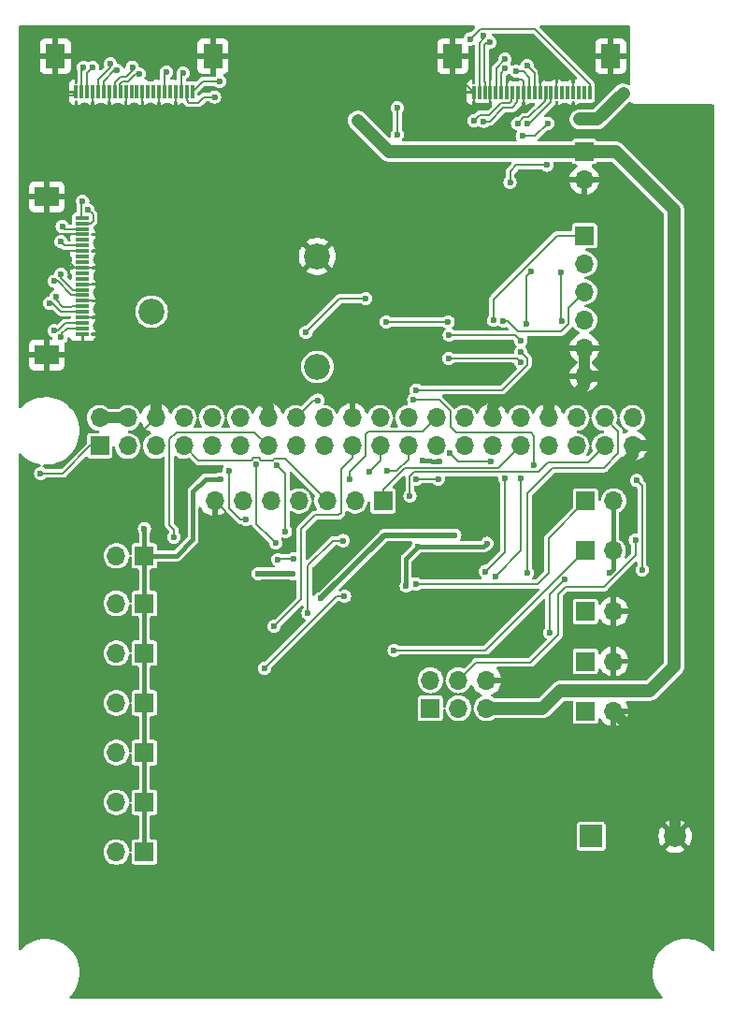
<source format=gbr>
%TF.GenerationSoftware,KiCad,Pcbnew,7.0.8*%
%TF.CreationDate,2023-11-07T10:44:17+02:00*%
%TF.ProjectId,Shield,53686965-6c64-42e6-9b69-6361645f7063,rev?*%
%TF.SameCoordinates,Original*%
%TF.FileFunction,Copper,L2,Bot*%
%TF.FilePolarity,Positive*%
%FSLAX46Y46*%
G04 Gerber Fmt 4.6, Leading zero omitted, Abs format (unit mm)*
G04 Created by KiCad (PCBNEW 7.0.8) date 2023-11-07 10:44:17*
%MOMM*%
%LPD*%
G01*
G04 APERTURE LIST*
%TA.AperFunction,ComponentPad*%
%ADD10R,1.700000X1.700000*%
%TD*%
%TA.AperFunction,ComponentPad*%
%ADD11O,1.700000X1.700000*%
%TD*%
%TA.AperFunction,ComponentPad*%
%ADD12R,2.000000X2.000000*%
%TD*%
%TA.AperFunction,ComponentPad*%
%ADD13C,2.000000*%
%TD*%
%TA.AperFunction,ComponentPad*%
%ADD14C,0.600000*%
%TD*%
%TA.AperFunction,SMDPad,CuDef*%
%ADD15R,1.800000X2.500000*%
%TD*%
%TA.AperFunction,ComponentPad*%
%ADD16C,2.340000*%
%TD*%
%TA.AperFunction,SMDPad,CuDef*%
%ADD17R,1.300000X0.300000*%
%TD*%
%TA.AperFunction,SMDPad,CuDef*%
%ADD18R,2.200000X1.800000*%
%TD*%
%TA.AperFunction,SMDPad,CuDef*%
%ADD19R,0.300000X1.300000*%
%TD*%
%TA.AperFunction,SMDPad,CuDef*%
%ADD20R,1.800000X2.200000*%
%TD*%
%TA.AperFunction,ViaPad*%
%ADD21C,0.600000*%
%TD*%
%TA.AperFunction,ViaPad*%
%ADD22C,0.800000*%
%TD*%
%TA.AperFunction,Conductor*%
%ADD23C,0.203200*%
%TD*%
%TA.AperFunction,Conductor*%
%ADD24C,0.400000*%
%TD*%
%TA.AperFunction,Conductor*%
%ADD25C,0.500000*%
%TD*%
%TA.AperFunction,Conductor*%
%ADD26C,1.000000*%
%TD*%
%TA.AperFunction,Conductor*%
%ADD27C,0.200000*%
%TD*%
%TA.AperFunction,Conductor*%
%ADD28C,1.200000*%
%TD*%
G04 APERTURE END LIST*
D10*
%TO.P,J8,1,Pin_1*%
%TO.N,/debug_port/DP_TXD*%
X130245000Y-80010000D03*
D11*
%TO.P,J8,2,Pin_2*%
%TO.N,/debug_port/DP_RTS*%
X130245000Y-82550000D03*
%TO.P,J8,3,Pin_3*%
%TO.N,/debug_port/DP_RXD*%
X130245000Y-85090000D03*
%TO.P,J8,4,Pin_4*%
%TO.N,/debug_port/DP_CTS*%
X130245000Y-87630000D03*
%TO.P,J8,5,Pin_5*%
%TO.N,GNDD*%
X130245000Y-90170000D03*
%TO.P,J8,6,Pin_6*%
X130245000Y-92710000D03*
%TD*%
D10*
%TO.P,J16,1,Pin_1*%
%TO.N,+3.3V*%
X90398000Y-122260000D03*
D11*
%TO.P,J16,2,Pin_2*%
%TO.N,/BUT4*%
X87858000Y-122260000D03*
%TD*%
D10*
%TO.P,J15,1,Pin_1*%
%TO.N,+3.3V*%
X90398000Y-117760000D03*
D11*
%TO.P,J15,2,Pin_2*%
%TO.N,/BUT3*%
X87858000Y-117760000D03*
%TD*%
D10*
%TO.P,J19,1,Pin_1*%
%TO.N,+3.3V*%
X90398000Y-135760000D03*
D11*
%TO.P,J19,2,Pin_2*%
%TO.N,/BUT7*%
X87858000Y-135760000D03*
%TD*%
D10*
%TO.P,SW1,1,1*%
%TO.N,/INP_CLUTCH*%
X130300000Y-108500000D03*
D11*
%TO.P,SW1,2,2*%
%TO.N,+3.3V*%
X132840000Y-108500000D03*
%TD*%
D10*
%TO.P,J7,1,Pin_1*%
%TO.N,/OBDR_MOSI*%
X112000000Y-104000000D03*
D11*
%TO.P,J7,2,Pin_2*%
%TO.N,/LVL_SHIFT_MISO*%
X109460000Y-104000000D03*
%TO.P,J7,3,Pin_3*%
%TO.N,/OBDR_CE*%
X106920000Y-104000000D03*
%TO.P,J7,4,Pin_4*%
%TO.N,/OBDR_SCLK*%
X104380000Y-104000000D03*
%TO.P,J7,5,Pin_5*%
%TO.N,+5V*%
X101840000Y-104000000D03*
%TO.P,J7,6,Pin_6*%
%TO.N,Net-(J7-Pin_6)*%
X99300000Y-104000000D03*
%TO.P,J7,7,Pin_7*%
%TO.N,GNDD*%
X96760000Y-104000000D03*
%TD*%
D12*
%TO.P,BZ1,1,-*%
%TO.N,Net-(BZ1--)*%
X130850000Y-134320000D03*
D13*
%TO.P,BZ1,2,+*%
%TO.N,GNDD*%
X138450000Y-134320000D03*
%TD*%
D14*
%TO.P,U2,9,HD*%
%TO.N,GNDD*%
X97155000Y-75311000D03*
X97155000Y-76311000D03*
X97155000Y-77311000D03*
D15*
X97805000Y-76311000D03*
D14*
X98455000Y-75311000D03*
X98455000Y-76311000D03*
X98455000Y-77311000D03*
%TD*%
D10*
%TO.P,SW2,1,1*%
%TO.N,/INP_BRAKE*%
X130350000Y-104000000D03*
D11*
%TO.P,SW2,2,2*%
%TO.N,+3.3V*%
X132890000Y-104000000D03*
%TD*%
D10*
%TO.P,J3,1,Pin_1*%
%TO.N,Net-(J3-Pin_1)*%
X130350000Y-118500000D03*
D11*
%TO.P,J3,2,Pin_2*%
%TO.N,GNDD*%
X132890000Y-118500000D03*
%TD*%
D10*
%TO.P,J1,1,1*%
%TO.N,+12V*%
X130245000Y-72390000D03*
D11*
%TO.P,J1,2,2*%
%TO.N,GNDD*%
X130245000Y-74930000D03*
%TD*%
D16*
%TO.P,R11,1*%
%TO.N,GNDD*%
X106052000Y-81868000D03*
%TO.P,R11,2*%
%TO.N,Net-(R10-Pad2)*%
X91052000Y-86868000D03*
%TO.P,R11,3*%
%TO.N,N/C*%
X106052000Y-91868000D03*
%TD*%
D10*
%TO.P,J14,1,Pin_1*%
%TO.N,+3.3V*%
X90398000Y-113260000D03*
D11*
%TO.P,J14,2,Pin_2*%
%TO.N,/BUT2*%
X87858000Y-113260000D03*
%TD*%
D10*
%TO.P,J13,1,Pin_1*%
%TO.N,+3.3V*%
X90398000Y-108964000D03*
D11*
%TO.P,J13,2,Pin_2*%
%TO.N,/BUT1*%
X87858000Y-108964000D03*
%TD*%
D10*
%TO.P,J6,1,Pin_1*%
%TO.N,/INP_CLUTCH*%
X116300000Y-122740000D03*
D11*
%TO.P,J6,2,Pin_2*%
%TO.N,/INP_BRAKE*%
X116300000Y-120200000D03*
%TO.P,J6,3,Pin_3*%
%TO.N,/ACT_PWM*%
X118840000Y-122740000D03*
%TO.P,J6,4,Pin_4*%
%TO.N,/ACT_DIR*%
X118840000Y-120200000D03*
%TO.P,J6,5,Pin_5*%
%TO.N,+12V*%
X121380000Y-122740000D03*
%TO.P,J6,6,Pin_6*%
%TO.N,GNDD*%
X121380000Y-120200000D03*
%TD*%
D10*
%TO.P,J17,1,Pin_1*%
%TO.N,+3.3V*%
X90398000Y-126760000D03*
D11*
%TO.P,J17,2,Pin_2*%
%TO.N,/BUT5*%
X87858000Y-126760000D03*
%TD*%
D10*
%TO.P,J18,1,Pin_1*%
%TO.N,+3.3V*%
X90398000Y-131260000D03*
D11*
%TO.P,J18,2,Pin_2*%
%TO.N,/BUT6*%
X87858000Y-131260000D03*
%TD*%
D10*
%TO.P,J2,1,Pin_1*%
%TO.N,Net-(J2-Pin_1)*%
X130350000Y-114000000D03*
D11*
%TO.P,J2,2,Pin_2*%
%TO.N,GNDD*%
X132890000Y-114000000D03*
%TD*%
D10*
%TO.P,J4,1,Pin_1*%
%TO.N,Net-(J4-Pin_1)*%
X130350000Y-123000000D03*
D11*
%TO.P,J4,2,Pin_2*%
%TO.N,GNDD*%
X132890000Y-123000000D03*
%TD*%
D17*
%TO.P,J11,1,Pin_1*%
%TO.N,GNDD*%
X84793600Y-88889400D03*
%TO.P,J11,2,Pin_2*%
%TO.N,/camera_15_to_22/CAM0_D0_N*%
X84793600Y-88389400D03*
%TO.P,J11,3,Pin_3*%
%TO.N,/camera_15_to_22/CAM0_D0_P*%
X84793600Y-87889400D03*
%TO.P,J11,4,Pin_4*%
%TO.N,GNDD*%
X84793600Y-87389400D03*
%TO.P,J11,5,Pin_5*%
%TO.N,/camera_15_to_22/CAM0_D1_N*%
X84793600Y-86889400D03*
%TO.P,J11,6,Pin_6*%
%TO.N,/camera_15_to_22/CAM0_D1_P*%
X84793600Y-86389400D03*
%TO.P,J11,7,Pin_7*%
%TO.N,GNDD*%
X84793600Y-85889400D03*
%TO.P,J11,8,Pin_8*%
%TO.N,/camera_15_to_22/CAM0_C_N*%
X84793600Y-85389400D03*
%TO.P,J11,9,Pin_9*%
%TO.N,/camera_15_to_22/CAM0_C_P*%
X84793600Y-84889400D03*
%TO.P,J11,10,Pin_10*%
%TO.N,GNDD*%
X84793600Y-84389400D03*
%TO.P,J11,11,Pin_11*%
%TO.N,unconnected-(J11-Pin_11-Pad11)*%
X84793600Y-83889400D03*
%TO.P,J11,12,Pin_12*%
%TO.N,unconnected-(J11-Pin_12-Pad12)*%
X84793600Y-83389400D03*
%TO.P,J11,13,Pin_13*%
%TO.N,GNDD*%
X84793600Y-82889400D03*
%TO.P,J11,14,Pin_14*%
%TO.N,unconnected-(J11-Pin_14-Pad14)*%
X84793600Y-82389400D03*
%TO.P,J11,15,Pin_15*%
%TO.N,unconnected-(J11-Pin_15-Pad15)*%
X84793600Y-81889400D03*
%TO.P,J11,16,Pin_16*%
%TO.N,GNDD*%
X84793600Y-81389400D03*
%TO.P,J11,17,Pin_17*%
%TO.N,/camera_15_to_22/CAM0_GPIO*%
X84793600Y-80889400D03*
%TO.P,J11,18,Pin_18*%
%TO.N,unconnected-(J11-Pin_18-Pad18)*%
X84793600Y-80389400D03*
%TO.P,J11,19,Pin_19*%
%TO.N,GNDD*%
X84793600Y-79889400D03*
%TO.P,J11,20,Pin_20*%
%TO.N,/camera_15_to_22/CAM0_SCL*%
X84793600Y-79389400D03*
%TO.P,J11,21,Pin_21*%
%TO.N,/camera_15_to_22/CAM0_SDA*%
X84793600Y-78889400D03*
%TO.P,J11,22,Pin_22*%
%TO.N,/camera_15_to_22/CAM0_SUPPLY_3V3*%
X84793600Y-78389400D03*
D18*
%TO.P,J11,MP*%
%TO.N,GNDD*%
X81543600Y-90789400D03*
X81543600Y-76489400D03*
%TD*%
D19*
%TO.P,J20,1,Pin_1*%
%TO.N,GNDD*%
X120221800Y-67026800D03*
%TO.P,J20,2,Pin_2*%
%TO.N,/display_40_to_22/D0N*%
X120721800Y-67026800D03*
%TO.P,J20,3,Pin_3*%
%TO.N,/display_40_to_22/D0P*%
X121221800Y-67026800D03*
%TO.P,J20,4,Pin_4*%
%TO.N,GNDD*%
X121721800Y-67026800D03*
%TO.P,J20,5,Pin_5*%
%TO.N,/display_40_to_22/D1N*%
X122221800Y-67026800D03*
%TO.P,J20,6,Pin_6*%
%TO.N,/display_40_to_22/D1P*%
X122721800Y-67026800D03*
%TO.P,J20,7,Pin_7*%
%TO.N,GNDD*%
X123221800Y-67026800D03*
%TO.P,J20,8,Pin_8*%
%TO.N,/display_40_to_22/DCLKN*%
X123721800Y-67026800D03*
%TO.P,J20,9,Pin_9*%
%TO.N,/display_40_to_22/DCLKP*%
X124221800Y-67026800D03*
%TO.P,J20,10,Pin_10*%
%TO.N,GNDD*%
X124721800Y-67026800D03*
%TO.P,J20,11,Pin_11*%
%TO.N,/display_40_to_22/D2N*%
X125221800Y-67026800D03*
%TO.P,J20,12,Pin_12*%
%TO.N,/display_40_to_22/D2P*%
X125721800Y-67026800D03*
%TO.P,J20,13,Pin_13*%
%TO.N,GNDD*%
X126221800Y-67026800D03*
%TO.P,J20,14,Pin_14*%
%TO.N,/display_40_to_22/D3N*%
X126721800Y-67026800D03*
%TO.P,J20,15,Pin_15*%
%TO.N,/display_40_to_22/D3P*%
X127221800Y-67026800D03*
%TO.P,J20,16,Pin_16*%
%TO.N,GNDD*%
X127721800Y-67026800D03*
%TO.P,J20,17,Pin_17*%
%TO.N,unconnected-(J20-Pin_17-Pad17)*%
X128221800Y-67026800D03*
%TO.P,J20,18,Pin_18*%
%TO.N,unconnected-(J20-Pin_18-Pad18)*%
X128721800Y-67026800D03*
%TO.P,J20,19,Pin_19*%
%TO.N,GNDD*%
X129221800Y-67026800D03*
%TO.P,J20,20,Pin_20*%
%TO.N,/display_40_to_22/SCL0*%
X129721800Y-67026800D03*
%TO.P,J20,21,Pin_21*%
%TO.N,/display_40_to_22/SDA0*%
X130221800Y-67026800D03*
%TO.P,J20,22,Pin_22*%
%TO.N,/display_40_to_22/DISP_SUPPLY_3V3*%
X130721800Y-67026800D03*
D20*
%TO.P,J20,MP*%
%TO.N,GNDD*%
X118321800Y-63776800D03*
X132621800Y-63776800D03*
%TD*%
D10*
%TO.P,J5,1,Pin_1*%
%TO.N,+3.3V*%
X86337200Y-99018600D03*
D11*
%TO.P,J5,2,Pin_2*%
%TO.N,+5V*%
X86337200Y-96478600D03*
%TO.P,J5,3,Pin_3*%
%TO.N,unconnected-(J5-Pin_3-Pad3)*%
X88877200Y-99018600D03*
%TO.P,J5,4,Pin_4*%
%TO.N,+5V*%
X88877200Y-96478600D03*
%TO.P,J5,5,Pin_5*%
%TO.N,/OBDR_INT*%
X91417200Y-99018600D03*
%TO.P,J5,6,Pin_6*%
%TO.N,GNDD*%
X91417200Y-96478600D03*
%TO.P,J5,7,Pin_7*%
%TO.N,/OBDR_CE*%
X93957200Y-99018600D03*
%TO.P,J5,8,Pin_8*%
%TO.N,/TXD1*%
X93957200Y-96478600D03*
%TO.P,J5,9,Pin_9*%
%TO.N,GNDD*%
X96497200Y-99018600D03*
%TO.P,J5,10,Pin_10*%
%TO.N,/RXD1*%
X96497200Y-96478600D03*
%TO.P,J5,11,Pin_11*%
%TO.N,/RTS1*%
X99037200Y-99018600D03*
%TO.P,J5,12,Pin_12*%
%TO.N,unconnected-(J5-Pin_12-Pad12)*%
X99037200Y-96478600D03*
%TO.P,J5,13,Pin_13*%
%TO.N,/BUT1*%
X101577200Y-99018600D03*
%TO.P,J5,14,Pin_14*%
%TO.N,GNDD*%
X101577200Y-96478600D03*
%TO.P,J5,15,Pin_15*%
%TO.N,/BUT6*%
X104117200Y-99018600D03*
%TO.P,J5,16,Pin_16*%
%TO.N,/INP_BRAKE*%
X104117200Y-96478600D03*
%TO.P,J5,17,Pin_17*%
%TO.N,+3.3V*%
X106657200Y-99018600D03*
%TO.P,J5,18,Pin_18*%
%TO.N,/INP_CLUTCH*%
X106657200Y-96478600D03*
%TO.P,J5,19,Pin_19*%
%TO.N,/BUT4*%
X109197200Y-99018600D03*
%TO.P,J5,20,Pin_20*%
%TO.N,GNDD*%
X109197200Y-96478600D03*
%TO.P,J5,21,Pin_21*%
%TO.N,/BUT3*%
X111737200Y-99018600D03*
%TO.P,J5,22,Pin_22*%
%TO.N,/LED_AUX*%
X111737200Y-96478600D03*
%TO.P,J5,23,Pin_23*%
%TO.N,/BUT5*%
X114277200Y-99018600D03*
%TO.P,J5,24,Pin_24*%
%TO.N,/BUT2*%
X114277200Y-96478600D03*
%TO.P,J5,25,Pin_25*%
%TO.N,GNDD*%
X116817200Y-99018600D03*
%TO.P,J5,26,Pin_26*%
%TO.N,/OBDR_SCLK*%
X116817200Y-96478600D03*
%TO.P,J5,27,Pin_27*%
%TO.N,unconnected-(J5-Pin_27-Pad27)*%
X119357200Y-99018600D03*
%TO.P,J5,28,Pin_28*%
%TO.N,unconnected-(J5-Pin_28-Pad28)*%
X119357200Y-96478600D03*
%TO.P,J5,29,Pin_29*%
%TO.N,/OBDR_MISO*%
X121897200Y-99018600D03*
%TO.P,J5,30,Pin_30*%
%TO.N,GNDD*%
X121897200Y-96478600D03*
%TO.P,J5,31,Pin_31*%
%TO.N,/OBDR_MOSI*%
X124437200Y-99018600D03*
%TO.P,J5,32,Pin_32*%
%TO.N,/ACT_PWM*%
X124437200Y-96478600D03*
%TO.P,J5,33,Pin_33*%
%TO.N,/ACT_DIR*%
X126977200Y-99018600D03*
%TO.P,J5,34,Pin_34*%
%TO.N,GNDD*%
X126977200Y-96478600D03*
%TO.P,J5,35,Pin_35*%
%TO.N,/BUZZER*%
X129517200Y-99018600D03*
%TO.P,J5,36,Pin_36*%
%TO.N,/CTS1*%
X129517200Y-96478600D03*
%TO.P,J5,37,Pin_37*%
%TO.N,/BUT7*%
X132057200Y-99018600D03*
%TO.P,J5,38,Pin_38*%
%TO.N,/LED_WRN*%
X132057200Y-96478600D03*
%TO.P,J5,39,Pin_39*%
%TO.N,GNDD*%
X134597200Y-99018600D03*
%TO.P,J5,40,Pin_40*%
%TO.N,/LED_ALM*%
X134597200Y-96478600D03*
%TD*%
D19*
%TO.P,J12,1,Pin_1*%
%TO.N,GNDD*%
X84217400Y-67002600D03*
%TO.P,J12,2,Pin_2*%
%TO.N,/camera_15_to_22/CAM1_D0_N*%
X84717400Y-67002600D03*
%TO.P,J12,3,Pin_3*%
%TO.N,/camera_15_to_22/CAM1_D0_P*%
X85217400Y-67002600D03*
%TO.P,J12,4,Pin_4*%
%TO.N,GNDD*%
X85717400Y-67002600D03*
%TO.P,J12,5,Pin_5*%
%TO.N,/camera_15_to_22/CAM1_D1_N*%
X86217400Y-67002600D03*
%TO.P,J12,6,Pin_6*%
%TO.N,/camera_15_to_22/CAM1_D1_P*%
X86717400Y-67002600D03*
%TO.P,J12,7,Pin_7*%
%TO.N,GNDD*%
X87217400Y-67002600D03*
%TO.P,J12,8,Pin_8*%
%TO.N,/camera_15_to_22/CAM1_C_N*%
X87717400Y-67002600D03*
%TO.P,J12,9,Pin_9*%
%TO.N,/camera_15_to_22/CAM1_C_P*%
X88217400Y-67002600D03*
%TO.P,J12,10,Pin_10*%
%TO.N,GNDD*%
X88717400Y-67002600D03*
%TO.P,J12,11,Pin_11*%
%TO.N,unconnected-(J12-Pin_11-Pad11)*%
X89217400Y-67002600D03*
%TO.P,J12,12,Pin_12*%
%TO.N,unconnected-(J12-Pin_12-Pad12)*%
X89717400Y-67002600D03*
%TO.P,J12,13,Pin_13*%
%TO.N,GNDD*%
X90217400Y-67002600D03*
%TO.P,J12,14,Pin_14*%
%TO.N,unconnected-(J12-Pin_14-Pad14)*%
X90717400Y-67002600D03*
%TO.P,J12,15,Pin_15*%
%TO.N,unconnected-(J12-Pin_15-Pad15)*%
X91217400Y-67002600D03*
%TO.P,J12,16,Pin_16*%
%TO.N,GNDD*%
X91717400Y-67002600D03*
%TO.P,J12,17,Pin_17*%
%TO.N,/camera_15_to_22/CAM1_GPIO*%
X92217400Y-67002600D03*
%TO.P,J12,18,Pin_18*%
%TO.N,unconnected-(J12-Pin_18-Pad18)*%
X92717400Y-67002600D03*
%TO.P,J12,19,Pin_19*%
%TO.N,GNDD*%
X93217400Y-67002600D03*
%TO.P,J12,20,Pin_20*%
%TO.N,/camera_15_to_22/CAM1_SCL*%
X93717400Y-67002600D03*
%TO.P,J12,21,Pin_21*%
%TO.N,/camera_15_to_22/CAM1_SDA*%
X94217400Y-67002600D03*
%TO.P,J12,22,Pin_22*%
%TO.N,/camera_15_to_22/CAM1_SUPPLY_3V3*%
X94717400Y-67002600D03*
D20*
%TO.P,J12,MP*%
%TO.N,GNDD*%
X82317400Y-63752600D03*
X96617400Y-63752600D03*
%TD*%
D21*
%TO.N,/BUZZER*%
X134990000Y-102150000D03*
X135460000Y-110220000D03*
%TO.N,+3.3V*%
X114100000Y-111700000D03*
X132500000Y-110500000D03*
X90398000Y-106488000D03*
X117140000Y-100440900D03*
X121420000Y-107840000D03*
X97300000Y-102000000D03*
X115570000Y-100320000D03*
X81000000Y-101500000D03*
X115150000Y-108150000D03*
%TO.N,+5V*%
X103830000Y-110580000D03*
X106370000Y-112820000D03*
X100700000Y-110570000D03*
X118500000Y-107080000D03*
%TO.N,GNDD*%
X96580000Y-129570000D03*
X108000000Y-123500000D03*
X82639500Y-67310000D03*
X96570000Y-117760000D03*
X112770000Y-109960000D03*
X113050000Y-145510000D03*
X91000000Y-140500000D03*
X108050000Y-147010000D03*
X104000000Y-126500000D03*
X118000000Y-113500000D03*
X127940000Y-104250000D03*
X96560000Y-135369100D03*
X87000000Y-142000000D03*
X124720000Y-68570000D03*
X96590000Y-120630000D03*
X121350000Y-108950000D03*
X112760000Y-113380000D03*
X109230000Y-91400000D03*
X107000000Y-118000000D03*
X124000000Y-137000000D03*
X89000000Y-142000000D03*
X108500000Y-131000000D03*
X114500000Y-131000000D03*
X88900000Y-101300000D03*
X88900000Y-101300000D03*
X110050000Y-147010000D03*
X92000000Y-71000000D03*
X126410000Y-74600000D03*
X110500000Y-131000000D03*
X89070000Y-86390000D03*
X141000000Y-97000000D03*
X116500000Y-114500000D03*
X89060000Y-83960000D03*
X118370000Y-102320000D03*
X102000000Y-128500000D03*
X83000000Y-142000000D03*
X96570000Y-126760000D03*
X99190000Y-106430000D03*
X101500000Y-125000000D03*
X124000000Y-135000000D03*
X108000000Y-121500000D03*
X107000000Y-122500000D03*
X141000000Y-100000000D03*
X121300000Y-105490000D03*
X107000000Y-116000000D03*
X87000000Y-71000000D03*
X106500000Y-130000000D03*
X110500000Y-130000000D03*
X126290000Y-65230000D03*
X126000000Y-135000000D03*
X107000000Y-115000000D03*
X91000000Y-142000000D03*
X93500000Y-100470000D03*
X128700000Y-129650000D03*
X108000000Y-116000000D03*
X107000000Y-117000000D03*
X122000000Y-135000000D03*
X85500000Y-102500000D03*
X106500000Y-131000000D03*
X141000000Y-98000000D03*
X115189000Y-65786000D03*
X108000000Y-118000000D03*
X124000000Y-133000000D03*
X90500000Y-93000000D03*
X117050000Y-145510000D03*
X100500000Y-89000000D03*
X89000000Y-140500000D03*
X128270000Y-130340000D03*
X115050000Y-145510000D03*
X128190000Y-128880000D03*
X91410000Y-106380000D03*
X93000000Y-140500000D03*
X86600000Y-90650000D03*
X96000000Y-89000000D03*
X100500000Y-86500000D03*
X83000000Y-140500000D03*
X100500000Y-84000000D03*
X87000000Y-140500000D03*
X111500000Y-66000000D03*
X114500000Y-130000000D03*
X96000000Y-84000000D03*
X109000000Y-84000000D03*
X108000000Y-122500000D03*
X96590000Y-121950000D03*
X108500000Y-130000000D03*
X116050000Y-147010000D03*
X107050000Y-145510000D03*
X112500000Y-130000000D03*
X118000000Y-114500000D03*
X96570000Y-110760000D03*
X116500000Y-113500000D03*
X114050000Y-147010000D03*
X107000000Y-121500000D03*
X127690000Y-129650000D03*
X90500000Y-91000000D03*
X116500000Y-130000000D03*
X116446736Y-103173264D03*
X90000000Y-71000000D03*
X85000000Y-142000000D03*
X93000000Y-142000000D03*
X107000000Y-123500000D03*
X108000000Y-117000000D03*
X81720000Y-80530000D03*
X96570000Y-116260000D03*
X96560000Y-130900000D03*
X96497200Y-101102800D03*
X141000000Y-99000000D03*
X108000000Y-115000000D03*
X112050000Y-147010000D03*
X116500000Y-131000000D03*
X96000000Y-86500000D03*
X96560000Y-134000000D03*
X107000000Y-124500000D03*
X108000000Y-124500000D03*
X96570000Y-113260000D03*
X96570000Y-124760000D03*
X92320000Y-73260000D03*
X112500000Y-131000000D03*
X91990000Y-100460000D03*
X111050000Y-145510000D03*
X109050000Y-145510000D03*
X85000000Y-140500000D03*
X141000000Y-101000000D03*
%TO.N,/RXD1*%
X117900000Y-87800000D03*
X112300000Y-87800000D03*
%TO.N,/BUT6*%
X103170000Y-106750000D03*
X102390000Y-100745800D03*
%TO.N,/BUT7*%
X108410000Y-107580000D03*
X105210000Y-114140000D03*
X114440000Y-103530000D03*
%TO.N,/RTS1*%
X110435000Y-85675000D03*
X105033244Y-88733244D03*
%TO.N,/ACT_PWM*%
X121250000Y-110380000D03*
X123020000Y-101920300D03*
%TO.N,/INP_BRAKE*%
X114780000Y-94860000D03*
X115000000Y-111500000D03*
X106100000Y-94880000D03*
X125700000Y-100730000D03*
%TO.N,/INP_CLUTCH*%
X103900000Y-109240000D03*
X102480000Y-109290000D03*
X102280000Y-107810000D03*
X113000000Y-117500000D03*
X100530000Y-100679444D03*
%TO.N,/BUT4*%
X102150000Y-115340000D03*
%TO.N,/BUT3*%
X110750000Y-101360000D03*
%TO.N,/BUT5*%
X108514094Y-112635906D03*
X112350000Y-101310000D03*
X101270000Y-119140000D03*
%TO.N,/BUT2*%
X99610000Y-105690000D03*
X98080000Y-101250000D03*
%TO.N,/OBDR_SCLK*%
X109000000Y-102000000D03*
%TO.N,/BUT1*%
X93070000Y-107260000D03*
%TO.N,/LED_WRN*%
X125059100Y-110500000D03*
D22*
%TO.N,+12V*%
X109728000Y-69596000D03*
D21*
%TO.N,Net-(U3-C1+)*%
X124460000Y-91440000D03*
X117934743Y-91086921D03*
%TO.N,Net-(U3-C1-)*%
X118000000Y-89000000D03*
X124500000Y-89500000D03*
%TO.N,Net-(U3-C2+)*%
X124950000Y-88000000D03*
X125400000Y-83200000D03*
%TO.N,Net-(U3-C2-)*%
X128150000Y-83350000D03*
X128200000Y-87750000D03*
%TO.N,Net-(U3-VS+)*%
X124500000Y-90550000D03*
X115020000Y-93960000D03*
%TO.N,/LED_ALM*%
X127110000Y-115890000D03*
X128490344Y-111100344D03*
%TO.N,/display_40_to_22/RESET*%
X113284000Y-70866000D03*
X113284000Y-68453000D03*
%TO.N,/LED_AUX*%
X118040000Y-99660000D03*
X124500000Y-101920300D03*
X122170000Y-110820000D03*
X121750000Y-100440900D03*
%TO.N,/ACT_DIR*%
X134860000Y-107520000D03*
%TO.N,/LVL_SHIFT_MISO*%
X115000000Y-102000000D03*
X117000000Y-102000000D03*
%TO.N,/camera_15_to_22/CAM0_D0_N*%
X82850521Y-89200521D03*
%TO.N,/camera_15_to_22/CAM0_D0_P*%
X82249479Y-88599479D03*
%TO.N,/camera_15_to_22/CAM0_D1_N*%
X81799479Y-86100521D03*
%TO.N,/camera_15_to_22/CAM0_D1_P*%
X82400521Y-85499479D03*
%TO.N,/camera_15_to_22/CAM0_C_N*%
X82249479Y-84120521D03*
%TO.N,/camera_15_to_22/CAM0_C_P*%
X82850521Y-83519479D03*
%TO.N,/camera_15_to_22/CAM0_GPIO*%
X82850000Y-80550000D03*
%TO.N,/camera_15_to_22/CAM0_SCL*%
X82950000Y-79150000D03*
%TO.N,/debug_port/DP_RXD*%
X122900000Y-87700000D03*
%TO.N,/debug_port/DP_TXD*%
X122000000Y-87650000D03*
%TO.N,/camera_15_to_22/CAM0_SDA*%
X85250000Y-77650000D03*
%TO.N,/camera_15_to_22/CAM1_D0_N*%
X84865000Y-64770000D03*
%TO.N,/camera_15_to_22/CAM1_D0_P*%
X85715000Y-64770000D03*
%TO.N,/camera_15_to_22/CAM1_D1_N*%
X87329479Y-64469479D03*
%TO.N,/camera_15_to_22/CAM1_D1_P*%
X87930521Y-65070521D03*
%TO.N,/camera_15_to_22/CAM1_C_N*%
X89299479Y-64749479D03*
%TO.N,/camera_15_to_22/CAM1_C_P*%
X89900521Y-65350521D03*
%TO.N,/camera_15_to_22/CAM1_GPIO*%
X92400000Y-65200000D03*
%TO.N,/camera_15_to_22/CAM1_SCL*%
X93900000Y-65300000D03*
%TO.N,/camera_15_to_22/CAM1_SDA*%
X96750000Y-67450000D03*
%TO.N,/display_40_to_22/D0N*%
X121099479Y-61899479D03*
%TO.N,/display_40_to_22/D0P*%
X121700521Y-62500521D03*
%TO.N,/display_40_to_22/D1N*%
X123061832Y-64037552D03*
%TO.N,/display_40_to_22/D1P*%
X123068465Y-64878741D03*
%TO.N,/display_40_to_22/DCLKN*%
X120240000Y-69580000D03*
%TO.N,/display_40_to_22/DCLKP*%
X121130000Y-69650000D03*
%TO.N,/display_40_to_22/D2N*%
X124070000Y-65140000D03*
%TO.N,/display_40_to_22/D2P*%
X125040000Y-64630000D03*
%TO.N,/display_40_to_22/D3N*%
X124190000Y-69870000D03*
%TO.N,/display_40_to_22/D3P*%
X125050000Y-69870000D03*
D22*
%TO.N,/DISP_BL_CATH*%
X129794000Y-69469000D03*
X133757800Y-67135854D03*
D21*
%TO.N,Net-(J21-Pin_33)*%
X124610000Y-71000000D03*
X126910000Y-69830000D03*
%TO.N,Net-(J21-Pin_34)*%
X123510000Y-75180000D03*
X126830000Y-73620000D03*
%TO.N,/camera_15_to_22/CAM0_SUPPLY_3V3*%
X84800000Y-76900000D03*
%TO.N,/camera_15_to_22/CAM1_SUPPLY_3V3*%
X97200000Y-66050000D03*
%TO.N,/display_40_to_22/DISP_SUPPLY_3V3*%
X119900000Y-62200000D03*
%TD*%
D23*
%TO.N,/BUZZER*%
X134990000Y-102150000D02*
X135460000Y-102620000D01*
X135460000Y-102620000D02*
X135460000Y-110220000D01*
%TO.N,+3.3V*%
X132840000Y-104050000D02*
X132890000Y-104000000D01*
D24*
X121110000Y-108150000D02*
X115150000Y-108150000D01*
D23*
X83000000Y-101500000D02*
X81000000Y-101500000D01*
D24*
X132840000Y-110160000D02*
X132840000Y-108500000D01*
X116300000Y-100320000D02*
X116420900Y-100440900D01*
X132500000Y-110500000D02*
X132840000Y-110160000D01*
X115150000Y-108150000D02*
X114100000Y-109200000D01*
D23*
X85481400Y-99018600D02*
X83000000Y-101500000D01*
D24*
X93316000Y-108964000D02*
X90398000Y-108964000D01*
X115570000Y-100320000D02*
X116300000Y-100320000D01*
X132840000Y-108500000D02*
X132840000Y-104050000D01*
X121420000Y-107840000D02*
X121110000Y-108150000D01*
X94800000Y-103130000D02*
X94800000Y-107480000D01*
D23*
X86337200Y-99018600D02*
X85481400Y-99018600D01*
D24*
X116420900Y-100440900D02*
X117140000Y-100440900D01*
X90398000Y-106488000D02*
X90398000Y-135760000D01*
X95930000Y-102000000D02*
X94800000Y-103130000D01*
X114100000Y-109200000D02*
X114100000Y-111700000D01*
X97300000Y-102000000D02*
X95930000Y-102000000D01*
X94800000Y-107480000D02*
X93316000Y-108964000D01*
D25*
%TO.N,+5V*%
X103820000Y-110570000D02*
X103830000Y-110580000D01*
X106370000Y-112820000D02*
X112110000Y-107080000D01*
X112110000Y-107080000D02*
X118500000Y-107080000D01*
X100700000Y-110570000D02*
X103820000Y-110570000D01*
D26*
X88877200Y-96478600D02*
X86337200Y-96478600D01*
D27*
%TO.N,GNDD*%
X117460000Y-105490000D02*
X121300000Y-105490000D01*
D24*
X96570000Y-124760000D02*
X96570000Y-126760000D01*
D26*
X92150000Y-94380000D02*
X91417200Y-95112800D01*
X132890000Y-123000000D02*
X138450000Y-128560000D01*
D23*
X112770000Y-113370000D02*
X112760000Y-113380000D01*
D24*
X89740000Y-100460000D02*
X88900000Y-101300000D01*
D23*
X89060000Y-83960000D02*
X89060000Y-86380000D01*
X92670000Y-71000000D02*
X92000000Y-71000000D01*
X121350000Y-108950000D02*
X122400000Y-107900000D01*
X89070000Y-86390000D02*
X88569400Y-85889400D01*
D24*
X96570000Y-116260000D02*
X96570000Y-117760000D01*
D23*
X126640000Y-65580000D02*
X126290000Y-65230000D01*
X93217400Y-67002600D02*
X93217400Y-70452600D01*
D26*
X127940000Y-103060000D02*
X127940000Y-104250000D01*
D23*
X88630600Y-84389400D02*
X84793600Y-84389400D01*
X118981000Y-65786000D02*
X115189000Y-65786000D01*
X121721800Y-67026800D02*
X121721800Y-67918200D01*
X126290000Y-65230000D02*
X126290000Y-64450000D01*
D24*
X91990000Y-100460000D02*
X89740000Y-100460000D01*
D27*
X129420000Y-94370000D02*
X130000000Y-94370000D01*
D23*
X99190000Y-106430000D02*
X96760000Y-104000000D01*
D27*
X130000000Y-94370000D02*
X130420000Y-93950000D01*
D26*
X130245000Y-93545000D02*
X129420000Y-94370000D01*
D23*
X88717400Y-70982600D02*
X88700000Y-71000000D01*
D24*
X94132800Y-101102800D02*
X93520000Y-100490000D01*
D23*
X121780000Y-64010000D02*
X121721800Y-64068200D01*
X92000000Y-71000000D02*
X88700000Y-71000000D01*
X85717400Y-67002600D02*
X85717400Y-70982600D01*
X83430000Y-71000000D02*
X82639500Y-70209500D01*
D26*
X121897200Y-95442800D02*
X122490000Y-94850000D01*
D23*
X91410000Y-106380000D02*
X91410000Y-103810000D01*
X126221800Y-66358200D02*
X126221800Y-67026800D01*
X122400000Y-105760000D02*
X122130000Y-105490000D01*
D27*
X116446736Y-103173264D02*
X116446736Y-104476736D01*
D23*
X82579400Y-81389400D02*
X82155000Y-80965000D01*
X85500000Y-102500000D02*
X86700000Y-101300000D01*
X87217400Y-70782600D02*
X87000000Y-71000000D01*
D24*
X96570000Y-110760000D02*
X96570000Y-113260000D01*
D23*
X126850000Y-65730000D02*
X126640000Y-65730000D01*
X124721800Y-67026800D02*
X124721800Y-68568200D01*
D26*
X100560000Y-94380000D02*
X92150000Y-94380000D01*
D23*
X88569400Y-85889400D02*
X84793600Y-85889400D01*
X86600000Y-90650000D02*
X85643600Y-90650000D01*
X82639500Y-70209500D02*
X82639500Y-67310000D01*
X126640000Y-65730000D02*
X126640000Y-65580000D01*
X89060000Y-83960000D02*
X88630600Y-84389400D01*
D26*
X134597200Y-99863944D02*
X132281144Y-102180000D01*
X136131400Y-99018600D02*
X136500000Y-98650000D01*
D23*
X120221800Y-67026800D02*
X118981000Y-65786000D01*
X93217400Y-70452600D02*
X92670000Y-71000000D01*
D24*
X96560000Y-134000000D02*
X96560000Y-135369100D01*
D23*
X124721800Y-67026800D02*
X124721800Y-66051800D01*
X86600000Y-90650000D02*
X89070000Y-88180000D01*
X120221800Y-67881800D02*
X120221800Y-67026800D01*
D26*
X132281144Y-102180000D02*
X128820000Y-102180000D01*
X136500000Y-98650000D02*
X136500000Y-95140000D01*
D23*
X82639500Y-67310000D02*
X83910000Y-67310000D01*
X82155000Y-80965000D02*
X81720000Y-80530000D01*
X97805000Y-74425000D02*
X97805000Y-76311000D01*
X124990000Y-63150000D02*
X122630000Y-63150000D01*
X126221800Y-66148200D02*
X126640000Y-65730000D01*
D26*
X134597200Y-99018600D02*
X136131400Y-99018600D01*
D23*
X121570000Y-68070000D02*
X120410000Y-68070000D01*
X86700000Y-101300000D02*
X88900000Y-101300000D01*
X122130000Y-105490000D02*
X121300000Y-105490000D01*
X96640000Y-73260000D02*
X97805000Y-74425000D01*
D26*
X128820000Y-102180000D02*
X127940000Y-103060000D01*
X126977200Y-94852800D02*
X126980000Y-94850000D01*
X121897200Y-96478600D02*
X121897200Y-95442800D01*
D24*
X96590000Y-120630000D02*
X96590000Y-121950000D01*
D23*
X126221800Y-67026800D02*
X126221800Y-66148200D01*
D24*
X96580000Y-129570000D02*
X96580000Y-130880000D01*
D23*
X87217400Y-67002600D02*
X87217400Y-70782600D01*
X128900000Y-65730000D02*
X127720000Y-65730000D01*
D26*
X134170000Y-92710000D02*
X130245000Y-92710000D01*
X138450000Y-128560000D02*
X138450000Y-134320000D01*
X130245000Y-91490000D02*
X130245000Y-93475000D01*
D24*
X126740000Y-74930000D02*
X130245000Y-74930000D01*
D23*
X91410000Y-103810000D02*
X88900000Y-101300000D01*
X87000000Y-71000000D02*
X85700000Y-71000000D01*
D27*
X130420000Y-93950000D02*
X130245000Y-93775000D01*
D24*
X96580000Y-130880000D02*
X96560000Y-130900000D01*
D23*
X124721800Y-68568200D02*
X124720000Y-68570000D01*
X88700000Y-71000000D02*
X87000000Y-71000000D01*
X91717400Y-70717400D02*
X92000000Y-71000000D01*
X122630000Y-63150000D02*
X121780000Y-64000000D01*
X89070000Y-88180000D02*
X89070000Y-86390000D01*
X126290000Y-64450000D02*
X124990000Y-63150000D01*
X90217400Y-70782600D02*
X90000000Y-71000000D01*
X111500000Y-66000000D02*
X114975000Y-66000000D01*
X83910000Y-67310000D02*
X84217400Y-67002600D01*
X112770000Y-109960000D02*
X112770000Y-113370000D01*
X126640000Y-65730000D02*
X126420000Y-65950000D01*
X84793600Y-89800000D02*
X84793600Y-88889400D01*
D26*
X134597200Y-99018600D02*
X134597200Y-99863944D01*
D23*
X84793600Y-82889400D02*
X84079400Y-82889400D01*
X92320000Y-73260000D02*
X96640000Y-73260000D01*
X124540000Y-65870000D02*
X123450000Y-65870000D01*
D26*
X136500000Y-95140000D02*
X136550000Y-95090000D01*
X126980000Y-94850000D02*
X128940000Y-94850000D01*
D23*
X121780000Y-64000000D02*
X121780000Y-64010000D01*
X129221800Y-67026800D02*
X129221800Y-66051800D01*
D24*
X93520000Y-100490000D02*
X93500000Y-100470000D01*
D23*
X123221800Y-66098200D02*
X123221800Y-67026800D01*
X81720000Y-80530000D02*
X82360600Y-79889400D01*
D26*
X130245000Y-91490000D02*
X130245000Y-93545000D01*
D23*
X84793600Y-81389400D02*
X82579400Y-81389400D01*
D24*
X109197200Y-91432800D02*
X109230000Y-91400000D01*
D23*
X114975000Y-66000000D02*
X115189000Y-65786000D01*
X91717400Y-67002600D02*
X91717400Y-70717400D01*
D26*
X130245000Y-90170000D02*
X130245000Y-91490000D01*
X126977200Y-96478600D02*
X126977200Y-94852800D01*
D23*
X121721800Y-64068200D02*
X121721800Y-67026800D01*
D27*
X130245000Y-93775000D02*
X130245000Y-92710000D01*
D23*
X88717400Y-67002600D02*
X88717400Y-70982600D01*
X85643600Y-90650000D02*
X84793600Y-89800000D01*
D24*
X126410000Y-74600000D02*
X126740000Y-74930000D01*
D23*
X90217400Y-67002600D02*
X90217400Y-70782600D01*
X121721800Y-67918200D02*
X121570000Y-68070000D01*
X124721800Y-66051800D02*
X124540000Y-65870000D01*
X129221800Y-66051800D02*
X128900000Y-65730000D01*
X84793600Y-87389400D02*
X88070600Y-87389400D01*
X85717400Y-70982600D02*
X85700000Y-71000000D01*
D24*
X109197200Y-96478600D02*
X109197200Y-91432800D01*
D23*
X127721800Y-67026800D02*
X127721800Y-65731800D01*
D26*
X128940000Y-94850000D02*
X129420000Y-94370000D01*
D23*
X90150000Y-97745800D02*
X90150000Y-100360000D01*
X127720000Y-65730000D02*
X126850000Y-65730000D01*
D27*
X116446736Y-104476736D02*
X117460000Y-105490000D01*
D23*
X91417200Y-96478600D02*
X90150000Y-97745800D01*
D26*
X136550000Y-95090000D02*
X134170000Y-92710000D01*
D23*
X89060000Y-86380000D02*
X89070000Y-86390000D01*
X85700000Y-71000000D02*
X83430000Y-71000000D01*
X87989400Y-82889400D02*
X89060000Y-83960000D01*
X122400000Y-107900000D02*
X122400000Y-105760000D01*
X120410000Y-68070000D02*
X120221800Y-67881800D01*
X123450000Y-65870000D02*
X123221800Y-66098200D01*
D26*
X130245000Y-91490000D02*
X130245000Y-92710000D01*
D23*
X82360600Y-79889400D02*
X84793600Y-79889400D01*
X84079400Y-82889400D02*
X82155000Y-80965000D01*
D26*
X122490000Y-94850000D02*
X126980000Y-94850000D01*
D23*
X84793600Y-82889400D02*
X87989400Y-82889400D01*
X88070600Y-87389400D02*
X89070000Y-86390000D01*
D26*
X101577200Y-96478600D02*
X101577200Y-95397200D01*
X101577200Y-95397200D02*
X100560000Y-94380000D01*
D23*
X127721800Y-65731800D02*
X127720000Y-65730000D01*
D24*
X96497200Y-101102800D02*
X94132800Y-101102800D01*
D26*
X91417200Y-95112800D02*
X91417200Y-96478600D01*
D27*
%TO.N,/OBDR_CE*%
X100761132Y-100121444D02*
X100979688Y-100340000D01*
X102006668Y-100340000D02*
X102158868Y-100187800D01*
X103107800Y-100187800D02*
X106920000Y-104000000D01*
X100979688Y-100340000D02*
X102006668Y-100340000D01*
X93957200Y-99018600D02*
X95278600Y-100340000D01*
X102158868Y-100187800D02*
X103107800Y-100187800D01*
X100298868Y-100121444D02*
X100761132Y-100121444D01*
X100080312Y-100340000D02*
X100298868Y-100121444D01*
X95278600Y-100340000D02*
X100080312Y-100340000D01*
D23*
%TO.N,/RXD1*%
X112300000Y-87800000D02*
X117900000Y-87800000D01*
%TO.N,/BUT6*%
X103130000Y-106710000D02*
X103170000Y-106750000D01*
X103130000Y-101485800D02*
X103130000Y-106710000D01*
X102390000Y-100745800D02*
X103130000Y-101485800D01*
%TO.N,/BUT7*%
X126940000Y-100480000D02*
X130595800Y-100480000D01*
X114847406Y-101361200D02*
X126058800Y-101361200D01*
X105210000Y-109850000D02*
X107480000Y-107580000D01*
X126058800Y-101361200D02*
X126940000Y-100480000D01*
X107480000Y-107580000D02*
X108410000Y-107580000D01*
X105210000Y-114140000D02*
X105210000Y-109850000D01*
X114440000Y-101768606D02*
X114847406Y-101361200D01*
X114440000Y-103530000D02*
X114440000Y-101768606D01*
X130595800Y-100480000D02*
X132057200Y-99018600D01*
%TO.N,/RTS1*%
X108091488Y-85675000D02*
X105033244Y-88733244D01*
X110435000Y-85675000D02*
X108091488Y-85675000D01*
%TO.N,/ACT_PWM*%
X121250000Y-110380000D02*
X123020000Y-108610000D01*
X123020000Y-108610000D02*
X123020000Y-101920300D01*
%TO.N,/INP_BRAKE*%
X127000000Y-110500000D02*
X127000000Y-107350000D01*
X127000000Y-107350000D02*
X130350000Y-104000000D01*
X123000000Y-97780000D02*
X124766164Y-97780000D01*
X104117200Y-96478600D02*
X105715800Y-94880000D01*
X126000000Y-111500000D02*
X127000000Y-110500000D01*
X105715800Y-94880000D02*
X106100000Y-94880000D01*
X125700000Y-98100000D02*
X125700000Y-100730000D01*
X124766164Y-97780000D02*
X125380000Y-97780000D01*
X118090000Y-95863036D02*
X118090000Y-97260000D01*
X117086964Y-94860000D02*
X118090000Y-95863036D01*
X118090000Y-97260000D02*
X118610000Y-97780000D01*
X125380000Y-97780000D02*
X125700000Y-98100000D01*
X115000000Y-111500000D02*
X126000000Y-111500000D01*
X118610000Y-97780000D02*
X123000000Y-97780000D01*
X114780000Y-94860000D02*
X117086964Y-94860000D01*
%TO.N,/INP_CLUTCH*%
X100530000Y-106070000D02*
X101830000Y-107370000D01*
X100530000Y-100679444D02*
X100530000Y-106070000D01*
X102530000Y-109240000D02*
X102480000Y-109290000D01*
X103900000Y-109240000D02*
X102530000Y-109240000D01*
X121300000Y-117500000D02*
X130300000Y-108500000D01*
X101840000Y-107370000D02*
X102280000Y-107810000D01*
X113000000Y-117500000D02*
X121300000Y-117500000D01*
X101830000Y-107370000D02*
X101840000Y-107370000D01*
%TO.N,/BUT4*%
X104590000Y-112900000D02*
X104590000Y-106530000D01*
X108000000Y-105280000D02*
X108180000Y-105100000D01*
X104590000Y-106530000D02*
X105840000Y-105280000D01*
X102150000Y-115340000D02*
X104590000Y-112900000D01*
X105840000Y-105280000D02*
X108000000Y-105280000D01*
X108180000Y-105100000D02*
X108180000Y-101110000D01*
X109197200Y-100092800D02*
X109197200Y-99018600D01*
X108180000Y-101110000D02*
X109197200Y-100092800D01*
%TO.N,/BUT3*%
X111737200Y-100372800D02*
X111737200Y-99018600D01*
X110750000Y-101360000D02*
X111737200Y-100372800D01*
%TO.N,/BUT5*%
X113179186Y-101310000D02*
X114277200Y-100211986D01*
X114277200Y-100211986D02*
X114277200Y-99018600D01*
X112350000Y-101310000D02*
X113179186Y-101310000D01*
X107774094Y-112635906D02*
X101270000Y-119140000D01*
X108514094Y-112635906D02*
X107774094Y-112635906D01*
%TO.N,/BUT2*%
X98080000Y-101250000D02*
X98080000Y-104668364D01*
X98080000Y-104668364D02*
X99101636Y-105690000D01*
X99101636Y-105690000D02*
X99610000Y-105690000D01*
%TO.N,/OBDR_SCLK*%
X110450000Y-99880000D02*
X110450000Y-97960000D01*
X110670000Y-97740000D02*
X115555800Y-97740000D01*
X109000000Y-102000000D02*
X109000000Y-101330000D01*
X110450000Y-97960000D02*
X110670000Y-97740000D01*
X109000000Y-101330000D02*
X110450000Y-99880000D01*
X115555800Y-97740000D02*
X116817200Y-96478600D01*
%TO.N,/OBDR_MOSI*%
X112000000Y-104000000D02*
X112000000Y-103000000D01*
X112000000Y-103000000D02*
X114000000Y-101000000D01*
X114000000Y-101000000D02*
X122455800Y-101000000D01*
X122455800Y-101000000D02*
X124437200Y-99018600D01*
%TO.N,/BUT1*%
X93070000Y-107260000D02*
X93070000Y-106610000D01*
X92660000Y-106200000D02*
X92660000Y-98400000D01*
X92660000Y-98400000D02*
X93280000Y-97780000D01*
X93070000Y-106610000D02*
X92660000Y-106200000D01*
X100338600Y-97780000D02*
X101577200Y-99018600D01*
X93280000Y-97780000D02*
X100338600Y-97780000D01*
%TO.N,/LED_WRN*%
X127390000Y-101000000D02*
X125059100Y-103330900D01*
X132057200Y-96478600D02*
X133320000Y-97741400D01*
X133320000Y-97741400D02*
X133320000Y-99680000D01*
X125059100Y-103330900D02*
X125059100Y-110500000D01*
X132000000Y-101000000D02*
X127390000Y-101000000D01*
X133320000Y-99680000D02*
X132000000Y-101000000D01*
D28*
%TO.N,+12V*%
X136150000Y-121160000D02*
X138370000Y-118940000D01*
X109728000Y-69596000D02*
X112522000Y-72390000D01*
X130245000Y-72390000D02*
X133100000Y-72390000D01*
X138370000Y-77660000D02*
X138370000Y-118940000D01*
X121380000Y-122740000D02*
X126460000Y-122740000D01*
X128040000Y-121160000D02*
X136150000Y-121160000D01*
X133100000Y-72390000D02*
X138370000Y-77660000D01*
X126460000Y-122740000D02*
X128040000Y-121160000D01*
X112522000Y-72390000D02*
X130245000Y-72390000D01*
D27*
%TO.N,Net-(U3-C1+)*%
X124106921Y-91086921D02*
X124460000Y-91440000D01*
X117934743Y-91086921D02*
X124106921Y-91086921D01*
%TO.N,Net-(U3-C1-)*%
X124000000Y-89000000D02*
X124500000Y-89500000D01*
X118000000Y-89000000D02*
X124000000Y-89000000D01*
%TO.N,Net-(U3-C2+)*%
X124950000Y-83650000D02*
X124950000Y-88000000D01*
X125400000Y-83200000D02*
X124950000Y-83650000D01*
%TO.N,Net-(U3-C2-)*%
X128150000Y-83350000D02*
X128150000Y-87700000D01*
X128150000Y-87700000D02*
X128200000Y-87750000D01*
D23*
%TO.N,Net-(U3-VS+)*%
X115020000Y-93960000D02*
X122790791Y-93960000D01*
X125061600Y-91111600D02*
X124500000Y-90550000D01*
X122790791Y-93960000D02*
X125061600Y-91689191D01*
X125061600Y-91689191D02*
X125061600Y-91111600D01*
%TO.N,/LED_ALM*%
X127110000Y-112480688D02*
X128490344Y-111100344D01*
X127110000Y-115890000D02*
X127110000Y-112480688D01*
%TO.N,/display_40_to_22/RESET*%
X113284000Y-70866000D02*
X113284000Y-68453000D01*
%TO.N,/LED_AUX*%
X124500000Y-108490000D02*
X122170000Y-110820000D01*
X118040000Y-99660000D02*
X118820900Y-100440900D01*
X118820900Y-100440900D02*
X121750000Y-100440900D01*
X124500000Y-101920300D02*
X124500000Y-108490000D01*
%TO.N,/ACT_DIR*%
X127870000Y-116080000D02*
X125350000Y-118600000D01*
X120440000Y-118600000D02*
X118840000Y-120200000D01*
X127870000Y-112430000D02*
X127870000Y-116080000D01*
X134860000Y-107520000D02*
X134860000Y-108931394D01*
X128530000Y-111770000D02*
X127870000Y-112430000D01*
X132021394Y-111770000D02*
X128530000Y-111770000D01*
X125350000Y-118600000D02*
X120440000Y-118600000D01*
X134860000Y-108931394D02*
X132021394Y-111770000D01*
%TO.N,/LVL_SHIFT_MISO*%
X115000000Y-102000000D02*
X117000000Y-102000000D01*
D27*
%TO.N,/camera_15_to_22/CAM0_D0_N*%
X83793599Y-88364400D02*
X83818599Y-88389400D01*
X82850521Y-88917678D02*
X83403799Y-88364400D01*
X82850521Y-89200521D02*
X82850521Y-88917678D01*
X83818599Y-88389400D02*
X84793600Y-88389400D01*
X83403799Y-88364400D02*
X83793599Y-88364400D01*
%TO.N,/camera_15_to_22/CAM0_D0_P*%
X82249479Y-88599479D02*
X82532322Y-88599479D01*
X83793599Y-87914400D02*
X83818599Y-87889400D01*
X83217401Y-87914400D02*
X83793599Y-87914400D01*
X83818599Y-87889400D02*
X84793600Y-87889400D01*
X82532322Y-88599479D02*
X83217401Y-87914400D01*
%TO.N,/camera_15_to_22/CAM0_D1_N*%
X82082322Y-86100521D02*
X81799479Y-86100521D01*
X83818599Y-86889400D02*
X83793599Y-86864400D01*
X82846201Y-86864400D02*
X82082322Y-86100521D01*
X84793600Y-86889400D02*
X83818599Y-86889400D01*
X83793599Y-86864400D02*
X82846201Y-86864400D01*
%TO.N,/camera_15_to_22/CAM0_D1_P*%
X83032599Y-86414400D02*
X82400521Y-85782322D01*
X83793599Y-86414400D02*
X83032599Y-86414400D01*
X84793600Y-86389400D02*
X83818599Y-86389400D01*
X83818599Y-86389400D02*
X83793599Y-86414400D01*
X82400521Y-85782322D02*
X82400521Y-85499479D01*
%TO.N,/camera_15_to_22/CAM0_C_N*%
X84793600Y-85389400D02*
X84293600Y-85389400D01*
X84293600Y-85389400D02*
X84268600Y-85364400D01*
X82532322Y-84120521D02*
X82249479Y-84120521D01*
X84268600Y-85364400D02*
X83776201Y-85364400D01*
X83776201Y-85364400D02*
X82532322Y-84120521D01*
%TO.N,/camera_15_to_22/CAM0_C_P*%
X83962599Y-84914400D02*
X82850521Y-83802322D01*
X84268600Y-84914400D02*
X83962599Y-84914400D01*
X84293600Y-84889400D02*
X84268600Y-84914400D01*
X84793600Y-84889400D02*
X84293600Y-84889400D01*
X82850521Y-83802322D02*
X82850521Y-83519479D01*
D23*
%TO.N,/camera_15_to_22/CAM0_GPIO*%
X84793600Y-80889400D02*
X83189400Y-80889400D01*
X83189400Y-80889400D02*
X82850000Y-80550000D01*
%TO.N,/camera_15_to_22/CAM0_SCL*%
X83189400Y-79389400D02*
X82950000Y-79150000D01*
X84793600Y-79389400D02*
X83189400Y-79389400D01*
%TO.N,/debug_port/DP_RXD*%
X128801600Y-86533400D02*
X128801600Y-87999191D01*
X130245000Y-85090000D02*
X128801600Y-86533400D01*
X128801600Y-87999191D02*
X128134765Y-88666026D01*
X128134765Y-88666026D02*
X124233974Y-88666026D01*
X123267948Y-87700000D02*
X122900000Y-87700000D01*
X124233974Y-88666026D02*
X123267948Y-87700000D01*
%TO.N,/debug_port/DP_TXD*%
X130245000Y-80010000D02*
X127739209Y-80010000D01*
X122000000Y-85749209D02*
X122000000Y-87650000D01*
X127739209Y-80010000D02*
X122000000Y-85749209D01*
%TO.N,/camera_15_to_22/CAM0_SDA*%
X85300000Y-77650000D02*
X85250000Y-77650000D01*
X85745200Y-78095200D02*
X85300000Y-77650000D01*
X85520128Y-78889400D02*
X85745200Y-78664328D01*
X85745200Y-78664328D02*
X85745200Y-78095200D01*
X84793600Y-78889400D02*
X85520128Y-78889400D01*
D27*
%TO.N,/camera_15_to_22/CAM1_D0_N*%
X84865000Y-64770000D02*
X84865000Y-64983603D01*
X84865000Y-64983603D02*
X84717400Y-65131203D01*
X84717400Y-65131203D02*
X84717400Y-67002600D01*
%TO.N,/camera_15_to_22/CAM1_D0_P*%
X85715000Y-64770000D02*
X85167401Y-65317599D01*
X85167401Y-65317599D02*
X85167401Y-66952601D01*
X85167401Y-66952601D02*
X85217400Y-67002600D01*
%TO.N,/camera_15_to_22/CAM1_D1_N*%
X86217400Y-66502600D02*
X86242400Y-66477600D01*
X87329479Y-64752322D02*
X87329479Y-64469479D01*
X86242400Y-65839401D02*
X87329479Y-64752322D01*
X86217400Y-67002600D02*
X86217400Y-66502600D01*
X86242400Y-66477600D02*
X86242400Y-65839401D01*
%TO.N,/camera_15_to_22/CAM1_D1_P*%
X86692400Y-66025799D02*
X87647678Y-65070521D01*
X87647678Y-65070521D02*
X87930521Y-65070521D01*
X86692400Y-66477600D02*
X86692400Y-66025799D01*
X86717400Y-67002600D02*
X86717400Y-66502600D01*
X86717400Y-66502600D02*
X86692400Y-66477600D01*
%TO.N,/camera_15_to_22/CAM1_C_N*%
X89299479Y-65032322D02*
X89299479Y-64749479D01*
X88256748Y-65602620D02*
X88729181Y-65602620D01*
X87742399Y-66116969D02*
X88256748Y-65602620D01*
X87742399Y-66977601D02*
X87742399Y-66116969D01*
X87717400Y-67002600D02*
X87767400Y-67052600D01*
X87717400Y-67002600D02*
X87742399Y-66977601D01*
X88729181Y-65602620D02*
X89299479Y-65032322D01*
%TO.N,/camera_15_to_22/CAM1_C_P*%
X89617678Y-65350521D02*
X89900521Y-65350521D01*
X88915599Y-66052600D02*
X89617678Y-65350521D01*
X88443136Y-66052600D02*
X88915599Y-66052600D01*
X88192401Y-66977601D02*
X88192401Y-66303335D01*
X88192401Y-66303335D02*
X88443136Y-66052600D01*
X88217400Y-67002600D02*
X88192401Y-66977601D01*
D23*
%TO.N,/camera_15_to_22/CAM1_GPIO*%
X92217400Y-65382600D02*
X92400000Y-65200000D01*
X92217400Y-67002600D02*
X92217400Y-65382600D01*
%TO.N,/camera_15_to_22/CAM1_SCL*%
X93717400Y-67002600D02*
X93717400Y-65482600D01*
X93717400Y-65482600D02*
X93900000Y-65300000D01*
%TO.N,/camera_15_to_22/CAM1_SDA*%
X95800000Y-67450000D02*
X96750000Y-67450000D01*
X94442472Y-67954200D02*
X95295799Y-67954200D01*
X94217400Y-67729128D02*
X94442472Y-67954200D01*
X95425000Y-67825000D02*
X95804895Y-67445104D01*
X94217400Y-67002600D02*
X94217400Y-67729128D01*
X95425000Y-67825000D02*
X95800000Y-67450000D01*
X95295799Y-67954200D02*
X95425000Y-67825000D01*
D27*
%TO.N,/display_40_to_22/D0N*%
X120746800Y-66026799D02*
X120746800Y-62535001D01*
X120721800Y-66051799D02*
X120746800Y-66026799D01*
X120746800Y-62535001D02*
X121099479Y-62182322D01*
X121099479Y-62182322D02*
X121099479Y-61899479D01*
X120721800Y-67026800D02*
X120721800Y-66051799D01*
%TO.N,/display_40_to_22/D0P*%
X121221800Y-66051799D02*
X121196800Y-66026799D01*
X121196800Y-66026799D02*
X121196800Y-62721399D01*
X121221800Y-67026800D02*
X121221800Y-66051799D01*
X121417678Y-62500521D02*
X121700521Y-62500521D01*
X121196800Y-62721399D02*
X121417678Y-62500521D01*
%TO.N,/display_40_to_22/D1N*%
X123061832Y-64037552D02*
X122246799Y-64852585D01*
X122246799Y-67001801D02*
X122221800Y-67026800D01*
X122246799Y-64852585D02*
X122246799Y-67001801D01*
%TO.N,/display_40_to_22/D1P*%
X123068465Y-64878741D02*
X122696801Y-65250405D01*
X122696801Y-67001801D02*
X122721800Y-67026800D01*
X122696801Y-65250405D02*
X122696801Y-67001801D01*
%TO.N,/display_40_to_22/DCLKN*%
X123671800Y-67801064D02*
X123496064Y-67976800D01*
X123496064Y-67976800D02*
X122723200Y-67976800D01*
X121610000Y-69090000D02*
X120730000Y-69090000D01*
X122723200Y-67976800D02*
X121610000Y-69090000D01*
X120730000Y-69090000D02*
X120240000Y-69580000D01*
X123671800Y-67026800D02*
X123671800Y-67801064D01*
X123721800Y-67026800D02*
X123671800Y-67026800D01*
%TO.N,/display_40_to_22/DCLKP*%
X124171800Y-67937432D02*
X124171800Y-67076800D01*
X121130000Y-69650000D02*
X121680000Y-69650000D01*
X122903220Y-68426780D02*
X123682452Y-68426780D01*
X124171800Y-67076800D02*
X124221800Y-67026800D01*
X121680000Y-69650000D02*
X122903220Y-68426780D01*
X123682452Y-68426780D02*
X124171800Y-67937432D01*
%TO.N,/display_40_to_22/D2N*%
X125246800Y-66026799D02*
X125221800Y-66051799D01*
X125221800Y-66051799D02*
X125221800Y-67026800D01*
X124070000Y-65140000D02*
X124689799Y-65140000D01*
X125246800Y-65697001D02*
X125246800Y-66026799D01*
X124689799Y-65140000D02*
X125246800Y-65697001D01*
%TO.N,/display_40_to_22/D2P*%
X125721800Y-65311800D02*
X125721800Y-67026800D01*
X125040000Y-64630000D02*
X125721800Y-65311800D01*
%TO.N,/display_40_to_22/D3N*%
X126671800Y-67026800D02*
X126721800Y-67026800D01*
X124190000Y-69870000D02*
X124760000Y-69300000D01*
X125172864Y-69300000D02*
X126671800Y-67801064D01*
X124760000Y-69300000D02*
X125172864Y-69300000D01*
X126671800Y-67801064D02*
X126671800Y-67026800D01*
%TO.N,/display_40_to_22/D3P*%
X125050000Y-69870000D02*
X125239232Y-69870000D01*
X125239232Y-69870000D02*
X127171800Y-67937432D01*
X127171800Y-67076800D02*
X127221800Y-67026800D01*
X127171800Y-67937432D02*
X127171800Y-67076800D01*
D28*
%TO.N,/DISP_BL_CATH*%
X131424654Y-69469000D02*
X133757800Y-67135854D01*
X129794000Y-69469000D02*
X131424654Y-69469000D01*
D23*
%TO.N,Net-(J21-Pin_33)*%
X126910000Y-69830000D02*
X126900000Y-69830000D01*
X126900000Y-69830000D02*
X125730000Y-71000000D01*
X125730000Y-71000000D02*
X124610000Y-71000000D01*
%TO.N,Net-(J21-Pin_34)*%
X126830000Y-73620000D02*
X124070000Y-73620000D01*
X123510000Y-74180000D02*
X123510000Y-75180000D01*
X124070000Y-73620000D02*
X123510000Y-74180000D01*
%TO.N,/camera_15_to_22/CAM0_SUPPLY_3V3*%
X84643600Y-78239400D02*
X84643600Y-77056400D01*
X84793600Y-78389400D02*
X84643600Y-78239400D01*
X84643600Y-77056400D02*
X84800000Y-76900000D01*
%TO.N,/camera_15_to_22/CAM1_SUPPLY_3V3*%
X95670000Y-66050000D02*
X97200000Y-66050000D01*
X94717400Y-67002600D02*
X95670000Y-66050000D01*
%TO.N,/display_40_to_22/DISP_SUPPLY_3V3*%
X125719407Y-61297879D02*
X130721800Y-66300272D01*
X120802121Y-61297879D02*
X125719407Y-61297879D01*
X130721800Y-66300272D02*
X130721800Y-67026800D01*
X119900000Y-62200000D02*
X120802121Y-61297879D01*
%TD*%
%TA.AperFunction,Conductor*%
%TO.N,GNDD*%
G36*
X134350339Y-61019685D02*
G01*
X134396094Y-61072489D01*
X134407300Y-61124000D01*
X134407300Y-66255540D01*
X134387615Y-66322579D01*
X134334811Y-66368334D01*
X134265653Y-66378278D01*
X134215765Y-66359535D01*
X134168876Y-66329085D01*
X134168869Y-66329081D01*
X133992148Y-66261246D01*
X133805191Y-66231635D01*
X133805189Y-66231634D01*
X133616158Y-66241540D01*
X133616154Y-66241541D01*
X133433312Y-66290534D01*
X133264649Y-66376471D01*
X133154433Y-66465722D01*
X133154416Y-66465737D01*
X131087974Y-68532181D01*
X131026651Y-68565666D01*
X131000293Y-68568500D01*
X129746808Y-68568500D01*
X129605744Y-68583326D01*
X129605741Y-68583326D01*
X129605740Y-68583327D01*
X129425722Y-68641818D01*
X129425715Y-68641821D01*
X129261785Y-68736466D01*
X129121111Y-68863129D01*
X129009851Y-69016265D01*
X129009848Y-69016270D01*
X128932857Y-69189192D01*
X128932855Y-69189197D01*
X128893500Y-69374354D01*
X128893500Y-69563645D01*
X128932855Y-69748802D01*
X128932857Y-69748807D01*
X129009848Y-69921729D01*
X129009851Y-69921734D01*
X129121111Y-70074870D01*
X129121112Y-70074871D01*
X129261784Y-70201533D01*
X129425716Y-70296179D01*
X129605744Y-70354674D01*
X129746808Y-70369500D01*
X131344027Y-70369500D01*
X131363426Y-70371027D01*
X131377266Y-70373219D01*
X131446613Y-70369584D01*
X131449857Y-70369500D01*
X131471845Y-70369500D01*
X131471846Y-70369500D01*
X131488642Y-70367734D01*
X131493718Y-70367201D01*
X131496938Y-70366947D01*
X131566300Y-70363313D01*
X131579841Y-70359683D01*
X131598967Y-70356138D01*
X131612910Y-70354674D01*
X131678960Y-70333212D01*
X131682022Y-70332304D01*
X131749142Y-70314320D01*
X131761630Y-70307956D01*
X131779604Y-70300510D01*
X131792938Y-70296179D01*
X131853130Y-70261425D01*
X131855876Y-70259934D01*
X131917803Y-70228383D01*
X131928685Y-70219569D01*
X131944737Y-70208537D01*
X131956870Y-70201533D01*
X132008501Y-70155043D01*
X132010914Y-70152982D01*
X132028034Y-70139119D01*
X132043583Y-70123568D01*
X132045924Y-70121347D01*
X132097542Y-70074871D01*
X132105784Y-70063525D01*
X132118414Y-70048737D01*
X134288321Y-67878831D01*
X134349642Y-67845348D01*
X134419334Y-67850332D01*
X134475267Y-67892204D01*
X134499684Y-67957668D01*
X134500000Y-67966514D01*
X134500000Y-68000000D01*
X134544812Y-68000000D01*
X134611851Y-68019685D01*
X134626011Y-68030285D01*
X134634427Y-68037577D01*
X134657699Y-68048205D01*
X134659251Y-68048914D01*
X134674778Y-68057392D01*
X134697747Y-68072153D01*
X134723936Y-68079843D01*
X134740513Y-68086026D01*
X134765338Y-68097363D01*
X134765339Y-68097363D01*
X134765343Y-68097365D01*
X134792364Y-68101250D01*
X134809646Y-68105009D01*
X134835839Y-68112700D01*
X134872001Y-68112700D01*
X141876000Y-68112700D01*
X141943039Y-68132385D01*
X141988794Y-68185189D01*
X142000000Y-68236700D01*
X142000000Y-144583809D01*
X141980315Y-144650848D01*
X141927511Y-144696603D01*
X141858353Y-144706547D01*
X141794797Y-144677522D01*
X141777810Y-144659537D01*
X141776388Y-144657694D01*
X141776385Y-144657691D01*
X141776380Y-144657684D01*
X141716825Y-144596403D01*
X141533252Y-144407509D01*
X141393486Y-144293223D01*
X141263168Y-144186662D01*
X141263161Y-144186657D01*
X141263158Y-144186655D01*
X141263157Y-144186654D01*
X140969687Y-143998052D01*
X140656620Y-143844127D01*
X140656613Y-143844124D01*
X140656608Y-143844122D01*
X140404377Y-143754126D01*
X140328024Y-143726884D01*
X139988234Y-143647868D01*
X139641636Y-143608100D01*
X139641634Y-143608100D01*
X139380055Y-143608100D01*
X139380053Y-143608100D01*
X139118904Y-143623032D01*
X138775151Y-143682521D01*
X138775134Y-143682525D01*
X138440407Y-143780810D01*
X138440406Y-143780811D01*
X138119069Y-143916608D01*
X138119058Y-143916613D01*
X137815287Y-144088160D01*
X137815273Y-144088170D01*
X137533044Y-144293219D01*
X137533044Y-144293220D01*
X137276019Y-144529115D01*
X137047555Y-144792776D01*
X136850643Y-145080750D01*
X136850640Y-145080755D01*
X136687837Y-145389301D01*
X136687831Y-145389315D01*
X136561260Y-145714409D01*
X136472574Y-146051806D01*
X136422926Y-146397119D01*
X136422924Y-146397139D01*
X136412962Y-146745841D01*
X136412962Y-146745848D01*
X136442817Y-147093443D01*
X136512095Y-147435347D01*
X136512101Y-147435369D01*
X136619907Y-147767159D01*
X136764827Y-148084489D01*
X136764832Y-148084499D01*
X136944976Y-148383233D01*
X136944980Y-148383238D01*
X136944985Y-148383247D01*
X136944990Y-148383253D01*
X137158012Y-148659507D01*
X137158016Y-148659512D01*
X137284421Y-148789580D01*
X137317026Y-148851375D01*
X137311047Y-148920989D01*
X137268381Y-148976318D01*
X137202575Y-148999798D01*
X137195496Y-149000000D01*
X83745852Y-149000000D01*
X83678813Y-148980315D01*
X83633058Y-148927511D01*
X83623114Y-148858353D01*
X83652139Y-148794797D01*
X83656925Y-148789583D01*
X83658375Y-148788090D01*
X83658378Y-148788086D01*
X83658384Y-148788081D01*
X83886844Y-148524424D01*
X84083760Y-148236444D01*
X84246565Y-147927894D01*
X84373137Y-147602796D01*
X84417149Y-147435360D01*
X84461825Y-147265393D01*
X84461826Y-147265390D01*
X84511475Y-146920073D01*
X84521437Y-146571347D01*
X84491583Y-146223759D01*
X84456741Y-146051806D01*
X84422304Y-145881852D01*
X84422298Y-145881830D01*
X84345167Y-145644446D01*
X84314495Y-145550047D01*
X84169570Y-145232706D01*
X84169567Y-145232700D01*
X83989423Y-144933966D01*
X83989421Y-144933964D01*
X83989415Y-144933953D01*
X83899907Y-144817876D01*
X83776387Y-144657692D01*
X83776374Y-144657678D01*
X83533252Y-144407509D01*
X83393486Y-144293223D01*
X83263168Y-144186662D01*
X83263161Y-144186657D01*
X83263158Y-144186655D01*
X83263157Y-144186654D01*
X82969687Y-143998052D01*
X82656620Y-143844127D01*
X82656613Y-143844124D01*
X82656608Y-143844122D01*
X82404377Y-143754126D01*
X82328024Y-143726884D01*
X81988234Y-143647868D01*
X81641636Y-143608100D01*
X81641634Y-143608100D01*
X81380055Y-143608100D01*
X81380053Y-143608100D01*
X81118904Y-143623032D01*
X80775151Y-143682521D01*
X80775134Y-143682525D01*
X80440407Y-143780810D01*
X80440406Y-143780811D01*
X80119069Y-143916608D01*
X80119058Y-143916613D01*
X79815287Y-144088160D01*
X79815273Y-144088170D01*
X79533044Y-144293219D01*
X79533044Y-144293220D01*
X79276019Y-144529115D01*
X79217713Y-144596404D01*
X79158934Y-144634178D01*
X79089065Y-144634178D01*
X79030287Y-144596403D01*
X79001262Y-144532847D01*
X79000000Y-144515201D01*
X79000000Y-99802431D01*
X79019685Y-99735392D01*
X79072489Y-99689637D01*
X79141647Y-99679693D01*
X79205203Y-99708718D01*
X79212914Y-99716001D01*
X79263075Y-99767615D01*
X79401152Y-99909694D01*
X79401157Y-99909698D01*
X79401159Y-99909700D01*
X79671232Y-100130538D01*
X79671239Y-100130542D01*
X79671241Y-100130544D01*
X79671242Y-100130545D01*
X79964712Y-100319147D01*
X80277779Y-100473072D01*
X80277781Y-100473073D01*
X80277792Y-100473078D01*
X80606371Y-100590314D01*
X80606374Y-100590314D01*
X80606375Y-100590315D01*
X80918502Y-100662898D01*
X80979341Y-100697255D01*
X81011946Y-100759050D01*
X81005967Y-100828663D01*
X80963301Y-100883993D01*
X80906602Y-100906614D01*
X80843238Y-100914956D01*
X80843237Y-100914956D01*
X80697160Y-100975463D01*
X80571718Y-101071718D01*
X80475463Y-101197160D01*
X80414956Y-101343237D01*
X80414955Y-101343239D01*
X80394318Y-101499998D01*
X80394318Y-101500001D01*
X80414955Y-101656760D01*
X80414956Y-101656762D01*
X80459085Y-101763300D01*
X80475464Y-101802841D01*
X80571718Y-101928282D01*
X80697159Y-102024536D01*
X80843238Y-102085044D01*
X80921619Y-102095363D01*
X80999999Y-102105682D01*
X81000000Y-102105682D01*
X81000001Y-102105682D01*
X81052254Y-102098802D01*
X81156762Y-102085044D01*
X81302841Y-102024536D01*
X81428282Y-101928282D01*
X81428282Y-101928281D01*
X81429009Y-101927724D01*
X81494178Y-101902530D01*
X81504495Y-101902100D01*
X83063686Y-101902100D01*
X83063687Y-101902100D01*
X83084878Y-101895214D01*
X83103795Y-101890672D01*
X83125805Y-101887187D01*
X83145659Y-101877069D01*
X83163633Y-101869624D01*
X83184825Y-101862740D01*
X83202857Y-101849638D01*
X83219434Y-101839479D01*
X83239294Y-101829361D01*
X83329361Y-101739294D01*
X85044966Y-100023687D01*
X85106287Y-99990204D01*
X85175978Y-99995188D01*
X85226843Y-100033265D01*
X85226869Y-100033240D01*
X85227047Y-100033418D01*
X85231912Y-100037060D01*
X85234943Y-100041290D01*
X85234993Y-100041363D01*
X85234994Y-100041365D01*
X85314435Y-100120806D01*
X85417209Y-100166185D01*
X85442335Y-100169100D01*
X87232064Y-100169099D01*
X87232079Y-100169097D01*
X87232082Y-100169097D01*
X87257187Y-100166186D01*
X87257188Y-100166185D01*
X87257191Y-100166185D01*
X87359965Y-100120806D01*
X87439406Y-100041365D01*
X87484785Y-99938591D01*
X87487700Y-99913465D01*
X87487699Y-99174646D01*
X87507383Y-99107609D01*
X87560187Y-99061854D01*
X87629346Y-99051910D01*
X87692902Y-99080935D01*
X87730676Y-99139713D01*
X87735170Y-99163206D01*
X87741444Y-99230910D01*
X87799796Y-99435992D01*
X87799796Y-99435994D01*
X87894832Y-99626853D01*
X88022163Y-99795464D01*
X88023328Y-99797007D01*
X88180898Y-99940652D01*
X88362181Y-100052898D01*
X88561002Y-100129921D01*
X88770590Y-100169100D01*
X88770592Y-100169100D01*
X88983808Y-100169100D01*
X88983810Y-100169100D01*
X89193398Y-100129921D01*
X89392219Y-100052898D01*
X89573502Y-99940652D01*
X89731072Y-99797007D01*
X89859566Y-99626855D01*
X89913470Y-99518600D01*
X89954603Y-99435994D01*
X89954603Y-99435993D01*
X89954605Y-99435989D01*
X90012956Y-99230910D01*
X90023729Y-99114647D01*
X90049515Y-99049711D01*
X90094069Y-99017794D01*
X90057697Y-98996931D01*
X90025507Y-98934918D01*
X90023729Y-98922551D01*
X90023049Y-98915213D01*
X90012956Y-98806290D01*
X89954605Y-98601211D01*
X89954603Y-98601206D01*
X89954603Y-98601205D01*
X89859567Y-98410346D01*
X89731072Y-98240193D01*
X89727900Y-98237301D01*
X89573502Y-98096548D01*
X89392219Y-97984302D01*
X89392217Y-97984301D01*
X89259686Y-97932959D01*
X89193398Y-97907279D01*
X88996585Y-97870488D01*
X88934306Y-97838821D01*
X88899033Y-97778508D01*
X88901967Y-97708700D01*
X88942176Y-97651560D01*
X88996584Y-97626711D01*
X89193398Y-97589921D01*
X89392219Y-97512898D01*
X89573502Y-97400652D01*
X89731072Y-97257007D01*
X89859566Y-97086855D01*
X89926525Y-96952381D01*
X89974025Y-96901148D01*
X90041688Y-96883726D01*
X90108028Y-96905651D01*
X90149905Y-96955251D01*
X90243599Y-97156178D01*
X90379094Y-97349682D01*
X90546117Y-97516705D01*
X90739621Y-97652200D01*
X90938773Y-97745066D01*
X90991212Y-97791238D01*
X91010364Y-97858432D01*
X90990148Y-97925313D01*
X90936983Y-97970648D01*
X90931168Y-97973072D01*
X90924344Y-97975716D01*
X90902182Y-97984301D01*
X90902180Y-97984302D01*
X90720899Y-98096547D01*
X90563327Y-98240193D01*
X90434832Y-98410346D01*
X90339796Y-98601205D01*
X90339796Y-98601207D01*
X90281444Y-98806289D01*
X90270671Y-98922551D01*
X90244885Y-98987488D01*
X90200330Y-99019404D01*
X90236703Y-99040268D01*
X90268893Y-99102281D01*
X90270671Y-99114648D01*
X90281444Y-99230910D01*
X90339796Y-99435992D01*
X90339796Y-99435994D01*
X90434832Y-99626853D01*
X90562163Y-99795464D01*
X90563328Y-99797007D01*
X90720898Y-99940652D01*
X90902181Y-100052898D01*
X91101002Y-100129921D01*
X91310590Y-100169100D01*
X91310592Y-100169100D01*
X91523808Y-100169100D01*
X91523810Y-100169100D01*
X91733398Y-100129921D01*
X91932219Y-100052898D01*
X92068623Y-99968439D01*
X92135983Y-99949884D01*
X92202682Y-99970692D01*
X92247544Y-100024257D01*
X92257900Y-100073867D01*
X92257900Y-106263687D01*
X92264785Y-106284880D01*
X92269326Y-106303792D01*
X92272813Y-106325804D01*
X92272813Y-106325805D01*
X92282930Y-106345661D01*
X92290374Y-106363633D01*
X92297260Y-106384826D01*
X92297261Y-106384828D01*
X92310358Y-106402855D01*
X92320520Y-106419437D01*
X92330637Y-106439292D01*
X92600141Y-106708796D01*
X92633626Y-106770119D01*
X92628642Y-106839811D01*
X92610836Y-106871963D01*
X92545464Y-106957157D01*
X92484956Y-107103237D01*
X92484955Y-107103239D01*
X92464318Y-107259998D01*
X92464318Y-107260001D01*
X92484955Y-107416760D01*
X92484956Y-107416762D01*
X92534826Y-107537160D01*
X92545464Y-107562841D01*
X92641718Y-107688282D01*
X92767159Y-107784536D01*
X92913238Y-107845044D01*
X92991619Y-107855363D01*
X93069999Y-107865682D01*
X93070000Y-107865682D01*
X93070001Y-107865682D01*
X93122254Y-107858802D01*
X93226762Y-107845044D01*
X93372841Y-107784536D01*
X93498282Y-107688282D01*
X93594536Y-107562841D01*
X93655044Y-107416762D01*
X93675682Y-107260000D01*
X93675134Y-107255840D01*
X93655044Y-107103239D01*
X93655044Y-107103238D01*
X93594536Y-106957159D01*
X93594535Y-106957158D01*
X93594535Y-106957157D01*
X93497724Y-106830989D01*
X93472530Y-106765819D01*
X93472100Y-106755503D01*
X93472100Y-106546315D01*
X93472099Y-106546311D01*
X93465212Y-106525115D01*
X93460673Y-106506205D01*
X93457187Y-106484195D01*
X93447071Y-106464343D01*
X93439623Y-106446361D01*
X93437327Y-106439294D01*
X93432740Y-106425175D01*
X93419643Y-106407148D01*
X93409478Y-106390561D01*
X93406555Y-106384825D01*
X93399361Y-106370706D01*
X93309294Y-106280639D01*
X93098419Y-106069764D01*
X93064934Y-106008441D01*
X93062100Y-105982083D01*
X93062100Y-100039552D01*
X93081785Y-99972513D01*
X93134589Y-99926758D01*
X93203747Y-99916814D01*
X93255549Y-99938400D01*
X93256024Y-99937634D01*
X93260788Y-99940584D01*
X93260834Y-99940603D01*
X93260901Y-99940654D01*
X93280392Y-99952722D01*
X93442181Y-100052898D01*
X93641002Y-100129921D01*
X93850590Y-100169100D01*
X93850592Y-100169100D01*
X94063808Y-100169100D01*
X94063810Y-100169100D01*
X94273398Y-100129921D01*
X94362920Y-100095239D01*
X94432542Y-100089378D01*
X94494282Y-100122088D01*
X94495393Y-100123186D01*
X95019586Y-100647380D01*
X95019606Y-100647398D01*
X95040258Y-100668050D01*
X95059998Y-100678108D01*
X95076587Y-100688274D01*
X95094509Y-100701295D01*
X95094510Y-100701295D01*
X95094511Y-100701296D01*
X95115580Y-100708142D01*
X95133549Y-100715584D01*
X95153296Y-100725646D01*
X95175182Y-100729112D01*
X95194097Y-100733653D01*
X95215167Y-100740500D01*
X95247081Y-100740500D01*
X97462592Y-100740500D01*
X97529631Y-100760185D01*
X97575386Y-100812989D01*
X97585330Y-100882147D01*
X97560967Y-100939986D01*
X97559100Y-100942420D01*
X97555463Y-100947159D01*
X97494956Y-101093237D01*
X97494955Y-101093239D01*
X97474318Y-101249998D01*
X97474318Y-101250004D01*
X97475634Y-101260002D01*
X97464867Y-101329037D01*
X97418486Y-101381292D01*
X97351217Y-101400176D01*
X97336511Y-101399124D01*
X97300003Y-101394318D01*
X97299999Y-101394318D01*
X97143239Y-101414955D01*
X97143234Y-101414957D01*
X96997163Y-101475461D01*
X96990124Y-101479526D01*
X96989117Y-101477783D01*
X96934068Y-101499069D01*
X96923743Y-101499500D01*
X95997143Y-101499500D01*
X95970785Y-101496666D01*
X95966074Y-101495641D01*
X95966070Y-101495641D01*
X95927552Y-101498396D01*
X95914328Y-101499342D01*
X95909906Y-101499500D01*
X95894199Y-101499500D01*
X95878656Y-101501734D01*
X95874260Y-101502207D01*
X95822517Y-101505909D01*
X95822513Y-101505910D01*
X95817986Y-101507598D01*
X95792327Y-101514146D01*
X95787550Y-101514833D01*
X95787543Y-101514835D01*
X95740353Y-101536385D01*
X95736264Y-101538078D01*
X95687675Y-101556200D01*
X95687668Y-101556204D01*
X95683800Y-101559100D01*
X95661019Y-101572617D01*
X95656628Y-101574622D01*
X95617428Y-101608587D01*
X95613988Y-101611360D01*
X95601408Y-101620778D01*
X95590298Y-101631886D01*
X95587064Y-101634897D01*
X95547858Y-101668870D01*
X95547856Y-101668873D01*
X95545245Y-101672936D01*
X95528615Y-101693570D01*
X94493568Y-102728616D01*
X94472938Y-102745243D01*
X94468876Y-102747854D01*
X94468867Y-102747861D01*
X94434905Y-102787055D01*
X94431892Y-102790291D01*
X94420781Y-102801402D01*
X94411354Y-102813996D01*
X94408587Y-102817428D01*
X94395375Y-102832676D01*
X94374623Y-102856626D01*
X94374617Y-102856636D01*
X94372615Y-102861020D01*
X94359100Y-102883799D01*
X94356206Y-102887664D01*
X94356200Y-102887675D01*
X94338078Y-102936264D01*
X94336385Y-102940353D01*
X94314835Y-102987543D01*
X94314833Y-102987550D01*
X94314146Y-102992327D01*
X94307598Y-103017986D01*
X94305910Y-103022513D01*
X94305909Y-103022517D01*
X94302207Y-103074260D01*
X94301734Y-103078656D01*
X94299500Y-103094199D01*
X94299500Y-103109904D01*
X94299342Y-103114329D01*
X94295641Y-103166069D01*
X94295641Y-103166073D01*
X94296666Y-103170785D01*
X94299500Y-103197143D01*
X94299500Y-107221324D01*
X94279815Y-107288363D01*
X94263181Y-107309005D01*
X93145005Y-108427181D01*
X93083682Y-108460666D01*
X93057324Y-108463500D01*
X91672499Y-108463500D01*
X91605460Y-108443815D01*
X91559705Y-108391011D01*
X91548499Y-108339500D01*
X91548499Y-108069143D01*
X91548499Y-108069136D01*
X91548497Y-108069117D01*
X91545586Y-108044012D01*
X91545585Y-108044010D01*
X91545585Y-108044009D01*
X91500206Y-107941235D01*
X91420765Y-107861794D01*
X91400124Y-107852680D01*
X91317992Y-107816415D01*
X91292868Y-107813500D01*
X91292865Y-107813500D01*
X91022500Y-107813500D01*
X90955461Y-107793815D01*
X90909706Y-107741011D01*
X90898500Y-107689500D01*
X90898500Y-106864257D01*
X90918185Y-106797218D01*
X90921924Y-106791900D01*
X90922532Y-106790845D01*
X90922536Y-106790841D01*
X90983044Y-106644762D01*
X91003682Y-106488000D01*
X90998305Y-106447160D01*
X90983044Y-106331239D01*
X90983044Y-106331238D01*
X90922536Y-106185159D01*
X90826282Y-106059718D01*
X90700841Y-105963464D01*
X90554762Y-105902956D01*
X90554760Y-105902955D01*
X90398001Y-105882318D01*
X90397999Y-105882318D01*
X90241239Y-105902955D01*
X90241237Y-105902956D01*
X90095160Y-105963463D01*
X89969718Y-106059718D01*
X89873463Y-106185160D01*
X89812956Y-106331237D01*
X89812955Y-106331239D01*
X89792318Y-106487998D01*
X89792318Y-106488001D01*
X89812955Y-106644760D01*
X89812957Y-106644765D01*
X89873461Y-106790836D01*
X89877526Y-106797876D01*
X89875783Y-106798882D01*
X89897069Y-106853932D01*
X89897500Y-106864257D01*
X89897500Y-107689500D01*
X89877815Y-107756539D01*
X89825011Y-107802294D01*
X89773500Y-107813500D01*
X89503143Y-107813500D01*
X89503117Y-107813502D01*
X89478012Y-107816413D01*
X89478008Y-107816415D01*
X89375235Y-107861793D01*
X89295794Y-107941234D01*
X89250415Y-108044006D01*
X89250415Y-108044008D01*
X89247500Y-108069131D01*
X89247500Y-108807951D01*
X89227815Y-108874990D01*
X89175011Y-108920745D01*
X89105853Y-108930689D01*
X89042297Y-108901664D01*
X89004523Y-108842886D01*
X89000029Y-108819391D01*
X88999887Y-108817861D01*
X88993756Y-108751690D01*
X88989427Y-108736477D01*
X88971143Y-108672216D01*
X88935405Y-108546611D01*
X88935403Y-108546606D01*
X88935403Y-108546605D01*
X88840367Y-108355746D01*
X88711872Y-108185593D01*
X88689330Y-108165043D01*
X88554302Y-108041948D01*
X88373019Y-107929702D01*
X88373017Y-107929701D01*
X88252056Y-107882841D01*
X88174198Y-107852679D01*
X87964610Y-107813500D01*
X87751390Y-107813500D01*
X87541802Y-107852679D01*
X87541799Y-107852679D01*
X87541799Y-107852680D01*
X87342982Y-107929701D01*
X87342980Y-107929702D01*
X87161699Y-108041947D01*
X87004127Y-108185593D01*
X86875632Y-108355746D01*
X86780596Y-108546605D01*
X86780596Y-108546607D01*
X86722244Y-108751689D01*
X86706890Y-108917394D01*
X86702571Y-108964000D01*
X86722244Y-109176310D01*
X86772791Y-109353963D01*
X86780596Y-109381392D01*
X86780596Y-109381394D01*
X86875632Y-109572253D01*
X86985909Y-109718282D01*
X87004128Y-109742407D01*
X87161698Y-109886052D01*
X87342981Y-109998298D01*
X87541802Y-110075321D01*
X87751390Y-110114500D01*
X87751392Y-110114500D01*
X87964608Y-110114500D01*
X87964610Y-110114500D01*
X88174198Y-110075321D01*
X88373019Y-109998298D01*
X88554302Y-109886052D01*
X88711872Y-109742407D01*
X88840366Y-109572255D01*
X88883650Y-109485329D01*
X88935403Y-109381394D01*
X88935403Y-109381393D01*
X88935405Y-109381389D01*
X88993756Y-109176310D01*
X89000029Y-109108605D01*
X89025814Y-109043669D01*
X89082614Y-109002981D01*
X89152395Y-108999461D01*
X89213002Y-109034225D01*
X89245193Y-109096238D01*
X89247500Y-109120047D01*
X89247500Y-109858856D01*
X89247502Y-109858882D01*
X89250413Y-109883987D01*
X89250415Y-109883991D01*
X89295793Y-109986764D01*
X89295794Y-109986765D01*
X89375235Y-110066206D01*
X89478009Y-110111585D01*
X89503135Y-110114500D01*
X89773501Y-110114499D01*
X89840539Y-110134183D01*
X89886294Y-110186987D01*
X89897500Y-110238499D01*
X89897500Y-111985500D01*
X89877815Y-112052539D01*
X89825011Y-112098294D01*
X89773500Y-112109500D01*
X89503143Y-112109500D01*
X89503117Y-112109502D01*
X89478012Y-112112413D01*
X89478008Y-112112415D01*
X89375235Y-112157793D01*
X89295794Y-112237234D01*
X89250415Y-112340006D01*
X89250415Y-112340008D01*
X89247500Y-112365131D01*
X89247500Y-113103951D01*
X89227815Y-113170990D01*
X89175011Y-113216745D01*
X89105853Y-113226689D01*
X89042297Y-113197664D01*
X89004523Y-113138886D01*
X89000029Y-113115391D01*
X88999079Y-113105143D01*
X88993756Y-113047690D01*
X88935405Y-112842611D01*
X88935403Y-112842606D01*
X88935403Y-112842605D01*
X88840367Y-112651746D01*
X88711872Y-112481593D01*
X88584133Y-112365143D01*
X88554302Y-112337948D01*
X88373019Y-112225702D01*
X88373017Y-112225701D01*
X88273608Y-112187190D01*
X88174198Y-112148679D01*
X87964610Y-112109500D01*
X87751390Y-112109500D01*
X87541802Y-112148679D01*
X87541799Y-112148679D01*
X87541799Y-112148680D01*
X87342982Y-112225701D01*
X87342980Y-112225702D01*
X87161699Y-112337947D01*
X87004127Y-112481593D01*
X86875632Y-112651746D01*
X86780596Y-112842605D01*
X86780596Y-112842607D01*
X86722244Y-113047689D01*
X86704658Y-113237482D01*
X86702571Y-113260000D01*
X86722244Y-113472310D01*
X86771612Y-113645819D01*
X86780596Y-113677392D01*
X86780596Y-113677394D01*
X86875632Y-113868253D01*
X87004127Y-114038406D01*
X87004128Y-114038407D01*
X87161698Y-114182052D01*
X87342981Y-114294298D01*
X87541802Y-114371321D01*
X87751390Y-114410500D01*
X87751392Y-114410500D01*
X87964608Y-114410500D01*
X87964610Y-114410500D01*
X88174198Y-114371321D01*
X88373019Y-114294298D01*
X88554302Y-114182052D01*
X88711872Y-114038407D01*
X88840366Y-113868255D01*
X88879254Y-113790156D01*
X88935403Y-113677394D01*
X88935403Y-113677393D01*
X88935405Y-113677389D01*
X88993756Y-113472310D01*
X89000029Y-113404605D01*
X89025814Y-113339669D01*
X89082614Y-113298981D01*
X89152395Y-113295461D01*
X89213002Y-113330225D01*
X89245193Y-113392238D01*
X89247500Y-113416047D01*
X89247500Y-114154856D01*
X89247502Y-114154882D01*
X89250413Y-114179987D01*
X89250415Y-114179991D01*
X89295793Y-114282764D01*
X89295794Y-114282765D01*
X89375235Y-114362206D01*
X89478009Y-114407585D01*
X89503135Y-114410500D01*
X89773501Y-114410499D01*
X89840539Y-114430183D01*
X89886294Y-114482987D01*
X89897500Y-114534499D01*
X89897500Y-116485500D01*
X89877815Y-116552539D01*
X89825011Y-116598294D01*
X89773500Y-116609500D01*
X89503143Y-116609500D01*
X89503117Y-116609502D01*
X89478012Y-116612413D01*
X89478008Y-116612415D01*
X89375235Y-116657793D01*
X89295794Y-116737234D01*
X89250415Y-116840006D01*
X89250415Y-116840008D01*
X89247500Y-116865131D01*
X89247500Y-117603951D01*
X89227815Y-117670990D01*
X89175011Y-117716745D01*
X89105853Y-117726689D01*
X89042297Y-117697664D01*
X89004523Y-117638886D01*
X89000029Y-117615391D01*
X88999079Y-117605143D01*
X88993756Y-117547690D01*
X88935405Y-117342611D01*
X88935403Y-117342606D01*
X88935403Y-117342605D01*
X88840367Y-117151746D01*
X88711872Y-116981593D01*
X88638774Y-116914955D01*
X88554302Y-116837948D01*
X88373019Y-116725702D01*
X88373017Y-116725701D01*
X88273608Y-116687190D01*
X88174198Y-116648679D01*
X87964610Y-116609500D01*
X87751390Y-116609500D01*
X87541802Y-116648679D01*
X87541799Y-116648679D01*
X87541799Y-116648680D01*
X87342982Y-116725701D01*
X87342980Y-116725702D01*
X87161699Y-116837947D01*
X87004127Y-116981593D01*
X86875632Y-117151746D01*
X86780596Y-117342605D01*
X86780596Y-117342607D01*
X86722244Y-117547689D01*
X86702571Y-117759999D01*
X86702571Y-117760000D01*
X86722244Y-117972310D01*
X86780596Y-118177392D01*
X86780596Y-118177394D01*
X86875632Y-118368253D01*
X87000949Y-118534198D01*
X87004128Y-118538407D01*
X87161698Y-118682052D01*
X87342981Y-118794298D01*
X87541802Y-118871321D01*
X87751390Y-118910500D01*
X87751392Y-118910500D01*
X87964608Y-118910500D01*
X87964610Y-118910500D01*
X88174198Y-118871321D01*
X88373019Y-118794298D01*
X88554302Y-118682052D01*
X88711872Y-118538407D01*
X88840366Y-118368255D01*
X88879254Y-118290156D01*
X88935403Y-118177394D01*
X88935403Y-118177393D01*
X88935405Y-118177389D01*
X88993756Y-117972310D01*
X89000029Y-117904605D01*
X89025814Y-117839669D01*
X89082614Y-117798981D01*
X89152395Y-117795461D01*
X89213002Y-117830225D01*
X89245193Y-117892238D01*
X89247500Y-117916047D01*
X89247500Y-118654856D01*
X89247502Y-118654882D01*
X89250413Y-118679987D01*
X89250415Y-118679991D01*
X89295793Y-118782764D01*
X89295794Y-118782765D01*
X89375235Y-118862206D01*
X89478009Y-118907585D01*
X89503135Y-118910500D01*
X89773501Y-118910499D01*
X89840539Y-118930183D01*
X89886294Y-118982987D01*
X89897500Y-119034499D01*
X89897500Y-120985500D01*
X89877815Y-121052539D01*
X89825011Y-121098294D01*
X89773500Y-121109500D01*
X89503143Y-121109500D01*
X89503117Y-121109502D01*
X89478012Y-121112413D01*
X89478008Y-121112415D01*
X89375235Y-121157793D01*
X89295794Y-121237234D01*
X89250415Y-121340006D01*
X89250415Y-121340008D01*
X89247500Y-121365131D01*
X89247500Y-122103951D01*
X89227815Y-122170990D01*
X89175011Y-122216745D01*
X89105853Y-122226689D01*
X89042297Y-122197664D01*
X89004523Y-122138886D01*
X89000029Y-122115391D01*
X88993756Y-122047689D01*
X88966661Y-121952464D01*
X88935405Y-121842611D01*
X88935403Y-121842606D01*
X88935403Y-121842605D01*
X88840367Y-121651746D01*
X88711872Y-121481593D01*
X88698361Y-121469276D01*
X88554302Y-121337948D01*
X88373019Y-121225702D01*
X88373017Y-121225701D01*
X88273608Y-121187190D01*
X88174198Y-121148679D01*
X87964610Y-121109500D01*
X87751390Y-121109500D01*
X87541802Y-121148679D01*
X87541799Y-121148679D01*
X87541799Y-121148680D01*
X87342982Y-121225701D01*
X87342980Y-121225702D01*
X87161699Y-121337947D01*
X87004127Y-121481593D01*
X86875632Y-121651746D01*
X86780596Y-121842605D01*
X86780596Y-121842607D01*
X86722244Y-122047689D01*
X86720916Y-122062027D01*
X86702571Y-122260000D01*
X86722244Y-122472310D01*
X86775741Y-122660331D01*
X86780596Y-122677392D01*
X86780596Y-122677394D01*
X86875632Y-122868253D01*
X86939110Y-122952310D01*
X87004128Y-123038407D01*
X87161698Y-123182052D01*
X87342981Y-123294298D01*
X87541802Y-123371321D01*
X87751390Y-123410500D01*
X87751392Y-123410500D01*
X87964608Y-123410500D01*
X87964610Y-123410500D01*
X88174198Y-123371321D01*
X88373019Y-123294298D01*
X88554302Y-123182052D01*
X88711872Y-123038407D01*
X88840366Y-122868255D01*
X88862561Y-122823681D01*
X88935403Y-122677394D01*
X88935403Y-122677393D01*
X88935405Y-122677389D01*
X88993756Y-122472310D01*
X89000029Y-122404605D01*
X89025814Y-122339669D01*
X89082614Y-122298981D01*
X89152395Y-122295461D01*
X89213002Y-122330225D01*
X89245193Y-122392238D01*
X89247500Y-122416047D01*
X89247500Y-123154856D01*
X89247502Y-123154882D01*
X89250413Y-123179987D01*
X89250415Y-123179991D01*
X89295793Y-123282764D01*
X89295794Y-123282765D01*
X89375235Y-123362206D01*
X89478009Y-123407585D01*
X89503135Y-123410500D01*
X89773501Y-123410499D01*
X89840539Y-123430183D01*
X89886294Y-123482987D01*
X89897500Y-123534499D01*
X89897500Y-125485500D01*
X89877815Y-125552539D01*
X89825011Y-125598294D01*
X89773500Y-125609500D01*
X89503143Y-125609500D01*
X89503117Y-125609502D01*
X89478012Y-125612413D01*
X89478008Y-125612415D01*
X89375235Y-125657793D01*
X89295794Y-125737234D01*
X89250415Y-125840006D01*
X89250415Y-125840008D01*
X89247500Y-125865131D01*
X89247500Y-126603951D01*
X89227815Y-126670990D01*
X89175011Y-126716745D01*
X89105853Y-126726689D01*
X89042297Y-126697664D01*
X89004523Y-126638886D01*
X89000029Y-126615391D01*
X88993756Y-126547689D01*
X88979273Y-126496789D01*
X88935405Y-126342611D01*
X88935403Y-126342606D01*
X88935403Y-126342605D01*
X88840367Y-126151746D01*
X88711872Y-125981593D01*
X88584133Y-125865143D01*
X88554302Y-125837948D01*
X88373019Y-125725702D01*
X88373017Y-125725701D01*
X88273608Y-125687190D01*
X88174198Y-125648679D01*
X87964610Y-125609500D01*
X87751390Y-125609500D01*
X87541802Y-125648679D01*
X87541799Y-125648679D01*
X87541799Y-125648680D01*
X87342982Y-125725701D01*
X87342980Y-125725702D01*
X87161699Y-125837947D01*
X87004127Y-125981593D01*
X86875632Y-126151746D01*
X86780596Y-126342605D01*
X86780596Y-126342607D01*
X86722244Y-126547689D01*
X86702571Y-126759999D01*
X86702571Y-126760000D01*
X86722244Y-126972310D01*
X86780596Y-127177392D01*
X86780596Y-127177394D01*
X86875632Y-127368253D01*
X86875634Y-127368255D01*
X87004128Y-127538407D01*
X87161698Y-127682052D01*
X87342981Y-127794298D01*
X87541802Y-127871321D01*
X87751390Y-127910500D01*
X87751392Y-127910500D01*
X87964608Y-127910500D01*
X87964610Y-127910500D01*
X88174198Y-127871321D01*
X88373019Y-127794298D01*
X88554302Y-127682052D01*
X88711872Y-127538407D01*
X88840366Y-127368255D01*
X88935405Y-127177389D01*
X88993756Y-126972310D01*
X89000029Y-126904605D01*
X89025814Y-126839669D01*
X89082614Y-126798981D01*
X89152395Y-126795461D01*
X89213002Y-126830225D01*
X89245193Y-126892238D01*
X89247500Y-126916047D01*
X89247500Y-127654856D01*
X89247502Y-127654882D01*
X89250413Y-127679987D01*
X89250415Y-127679991D01*
X89295793Y-127782764D01*
X89295794Y-127782765D01*
X89375235Y-127862206D01*
X89478009Y-127907585D01*
X89503135Y-127910500D01*
X89773501Y-127910499D01*
X89840539Y-127930183D01*
X89886294Y-127982987D01*
X89897500Y-128034499D01*
X89897500Y-129985500D01*
X89877815Y-130052539D01*
X89825011Y-130098294D01*
X89773500Y-130109500D01*
X89503143Y-130109500D01*
X89503117Y-130109502D01*
X89478012Y-130112413D01*
X89478008Y-130112415D01*
X89375235Y-130157793D01*
X89295794Y-130237234D01*
X89250415Y-130340006D01*
X89250415Y-130340008D01*
X89247500Y-130365131D01*
X89247500Y-131103951D01*
X89227815Y-131170990D01*
X89175011Y-131216745D01*
X89105853Y-131226689D01*
X89042297Y-131197664D01*
X89004523Y-131138886D01*
X89000029Y-131115391D01*
X88993756Y-131047689D01*
X88979273Y-130996789D01*
X88935405Y-130842611D01*
X88935403Y-130842606D01*
X88935403Y-130842605D01*
X88840367Y-130651746D01*
X88711872Y-130481593D01*
X88584133Y-130365143D01*
X88554302Y-130337948D01*
X88373019Y-130225702D01*
X88373017Y-130225701D01*
X88273608Y-130187190D01*
X88174198Y-130148679D01*
X87964610Y-130109500D01*
X87751390Y-130109500D01*
X87541802Y-130148679D01*
X87541799Y-130148679D01*
X87541799Y-130148680D01*
X87342982Y-130225701D01*
X87342980Y-130225702D01*
X87161699Y-130337947D01*
X87004127Y-130481593D01*
X86875632Y-130651746D01*
X86780596Y-130842605D01*
X86780596Y-130842607D01*
X86722244Y-131047689D01*
X86702571Y-131259999D01*
X86702571Y-131260000D01*
X86722244Y-131472310D01*
X86780596Y-131677392D01*
X86780596Y-131677394D01*
X86875632Y-131868253D01*
X86875634Y-131868255D01*
X87004128Y-132038407D01*
X87161698Y-132182052D01*
X87342981Y-132294298D01*
X87541802Y-132371321D01*
X87751390Y-132410500D01*
X87751392Y-132410500D01*
X87964608Y-132410500D01*
X87964610Y-132410500D01*
X88174198Y-132371321D01*
X88373019Y-132294298D01*
X88554302Y-132182052D01*
X88711872Y-132038407D01*
X88840366Y-131868255D01*
X88935405Y-131677389D01*
X88993756Y-131472310D01*
X89000029Y-131404605D01*
X89025814Y-131339669D01*
X89082614Y-131298981D01*
X89152395Y-131295461D01*
X89213002Y-131330225D01*
X89245193Y-131392238D01*
X89247500Y-131416047D01*
X89247500Y-132154856D01*
X89247502Y-132154882D01*
X89250413Y-132179987D01*
X89250415Y-132179991D01*
X89295793Y-132282764D01*
X89295794Y-132282765D01*
X89375235Y-132362206D01*
X89478009Y-132407585D01*
X89503135Y-132410500D01*
X89773501Y-132410499D01*
X89840539Y-132430183D01*
X89886294Y-132482987D01*
X89897500Y-132534499D01*
X89897500Y-134485500D01*
X89877815Y-134552539D01*
X89825011Y-134598294D01*
X89773500Y-134609500D01*
X89503143Y-134609500D01*
X89503117Y-134609502D01*
X89478012Y-134612413D01*
X89478008Y-134612415D01*
X89375235Y-134657793D01*
X89295794Y-134737234D01*
X89250415Y-134840006D01*
X89250415Y-134840008D01*
X89247500Y-134865131D01*
X89247500Y-135603951D01*
X89227815Y-135670990D01*
X89175011Y-135716745D01*
X89105853Y-135726689D01*
X89042297Y-135697664D01*
X89004523Y-135638886D01*
X89000029Y-135615391D01*
X88993756Y-135547689D01*
X88978128Y-135492764D01*
X88935405Y-135342611D01*
X88935403Y-135342606D01*
X88935403Y-135342605D01*
X88840367Y-135151746D01*
X88711872Y-134981593D01*
X88584133Y-134865143D01*
X88554302Y-134837948D01*
X88373019Y-134725702D01*
X88373017Y-134725701D01*
X88238406Y-134673553D01*
X88174198Y-134648679D01*
X87964610Y-134609500D01*
X87751390Y-134609500D01*
X87541802Y-134648679D01*
X87541799Y-134648679D01*
X87541799Y-134648680D01*
X87342982Y-134725701D01*
X87342980Y-134725702D01*
X87161699Y-134837947D01*
X87004127Y-134981593D01*
X86875632Y-135151746D01*
X86780596Y-135342605D01*
X86780596Y-135342607D01*
X86722244Y-135547689D01*
X86702571Y-135759999D01*
X86702571Y-135760000D01*
X86722244Y-135972310D01*
X86780596Y-136177392D01*
X86780596Y-136177394D01*
X86875632Y-136368253D01*
X86875634Y-136368255D01*
X87004128Y-136538407D01*
X87161698Y-136682052D01*
X87342981Y-136794298D01*
X87541802Y-136871321D01*
X87751390Y-136910500D01*
X87751392Y-136910500D01*
X87964608Y-136910500D01*
X87964610Y-136910500D01*
X88174198Y-136871321D01*
X88373019Y-136794298D01*
X88554302Y-136682052D01*
X88711872Y-136538407D01*
X88840366Y-136368255D01*
X88935405Y-136177389D01*
X88993756Y-135972310D01*
X89000029Y-135904605D01*
X89025814Y-135839669D01*
X89082614Y-135798981D01*
X89152395Y-135795461D01*
X89213002Y-135830225D01*
X89245193Y-135892238D01*
X89247500Y-135916047D01*
X89247500Y-136654856D01*
X89247502Y-136654882D01*
X89250413Y-136679987D01*
X89250415Y-136679991D01*
X89295793Y-136782764D01*
X89295794Y-136782765D01*
X89375235Y-136862206D01*
X89478009Y-136907585D01*
X89503135Y-136910500D01*
X91292864Y-136910499D01*
X91292879Y-136910497D01*
X91292882Y-136910497D01*
X91317987Y-136907586D01*
X91317988Y-136907585D01*
X91317991Y-136907585D01*
X91420765Y-136862206D01*
X91500206Y-136782765D01*
X91545585Y-136679991D01*
X91548500Y-136654865D01*
X91548499Y-135364856D01*
X129549500Y-135364856D01*
X129549502Y-135364882D01*
X129552413Y-135389987D01*
X129552415Y-135389991D01*
X129597793Y-135492764D01*
X129597794Y-135492765D01*
X129677235Y-135572206D01*
X129780009Y-135617585D01*
X129805135Y-135620500D01*
X131894864Y-135620499D01*
X131894879Y-135620497D01*
X131894882Y-135620497D01*
X131919987Y-135617586D01*
X131919988Y-135617585D01*
X131919991Y-135617585D01*
X132022765Y-135572206D01*
X132102206Y-135492765D01*
X132147585Y-135389991D01*
X132150500Y-135364865D01*
X132150500Y-134320005D01*
X136944859Y-134320005D01*
X136965385Y-134567729D01*
X136965387Y-134567738D01*
X137026412Y-134808717D01*
X137126266Y-135036364D01*
X137226564Y-135189882D01*
X137966923Y-134449523D01*
X137990507Y-134529844D01*
X138068239Y-134650798D01*
X138176900Y-134744952D01*
X138307685Y-134804680D01*
X138317466Y-134806086D01*
X137579942Y-135543609D01*
X137626768Y-135580055D01*
X137626770Y-135580056D01*
X137845385Y-135698364D01*
X137845396Y-135698369D01*
X138080506Y-135779083D01*
X138325707Y-135820000D01*
X138574293Y-135820000D01*
X138819493Y-135779083D01*
X139054603Y-135698369D01*
X139054614Y-135698364D01*
X139273228Y-135580057D01*
X139273231Y-135580055D01*
X139320056Y-135543609D01*
X138582533Y-134806086D01*
X138592315Y-134804680D01*
X138723100Y-134744952D01*
X138831761Y-134650798D01*
X138909493Y-134529844D01*
X138933076Y-134449524D01*
X139673434Y-135189882D01*
X139773731Y-135036369D01*
X139873587Y-134808717D01*
X139934612Y-134567738D01*
X139934614Y-134567729D01*
X139955141Y-134320005D01*
X139955141Y-134319994D01*
X139934614Y-134072270D01*
X139934612Y-134072261D01*
X139873587Y-133831282D01*
X139773731Y-133603630D01*
X139673434Y-133450116D01*
X138933076Y-134190475D01*
X138909493Y-134110156D01*
X138831761Y-133989202D01*
X138723100Y-133895048D01*
X138592315Y-133835320D01*
X138582534Y-133833913D01*
X139320057Y-133096390D01*
X139320056Y-133096389D01*
X139273229Y-133059943D01*
X139054614Y-132941635D01*
X139054603Y-132941630D01*
X138819493Y-132860916D01*
X138574293Y-132820000D01*
X138325707Y-132820000D01*
X138080506Y-132860916D01*
X137845396Y-132941630D01*
X137845390Y-132941632D01*
X137626761Y-133059949D01*
X137579942Y-133096388D01*
X137579942Y-133096390D01*
X138317466Y-133833913D01*
X138307685Y-133835320D01*
X138176900Y-133895048D01*
X138068239Y-133989202D01*
X137990507Y-134110156D01*
X137966923Y-134190475D01*
X137226564Y-133450116D01*
X137126267Y-133603632D01*
X137026412Y-133831282D01*
X136965387Y-134072261D01*
X136965385Y-134072270D01*
X136944859Y-134319994D01*
X136944859Y-134320005D01*
X132150500Y-134320005D01*
X132150499Y-133275136D01*
X132150497Y-133275117D01*
X132147586Y-133250012D01*
X132147585Y-133250010D01*
X132147585Y-133250009D01*
X132102206Y-133147235D01*
X132022765Y-133067794D01*
X132004984Y-133059943D01*
X131919992Y-133022415D01*
X131894865Y-133019500D01*
X129805143Y-133019500D01*
X129805117Y-133019502D01*
X129780012Y-133022413D01*
X129780008Y-133022415D01*
X129677235Y-133067793D01*
X129597794Y-133147234D01*
X129552415Y-133250006D01*
X129552415Y-133250008D01*
X129549500Y-133275131D01*
X129549500Y-135364856D01*
X91548499Y-135364856D01*
X91548499Y-134865136D01*
X91548497Y-134865117D01*
X91545586Y-134840012D01*
X91545585Y-134840010D01*
X91545585Y-134840009D01*
X91500206Y-134737235D01*
X91420765Y-134657794D01*
X91400124Y-134648680D01*
X91317992Y-134612415D01*
X91292868Y-134609500D01*
X91292865Y-134609500D01*
X91022500Y-134609500D01*
X90955461Y-134589815D01*
X90909706Y-134537011D01*
X90898500Y-134485500D01*
X90898500Y-132534499D01*
X90918185Y-132467460D01*
X90970989Y-132421705D01*
X91022500Y-132410499D01*
X91292856Y-132410499D01*
X91292864Y-132410499D01*
X91292879Y-132410497D01*
X91292882Y-132410497D01*
X91317987Y-132407586D01*
X91317988Y-132407585D01*
X91317991Y-132407585D01*
X91420765Y-132362206D01*
X91500206Y-132282765D01*
X91545585Y-132179991D01*
X91548500Y-132154865D01*
X91548499Y-130365136D01*
X91548497Y-130365117D01*
X91545586Y-130340012D01*
X91545585Y-130340010D01*
X91545585Y-130340009D01*
X91500206Y-130237235D01*
X91420765Y-130157794D01*
X91400124Y-130148680D01*
X91317992Y-130112415D01*
X91292868Y-130109500D01*
X91292865Y-130109500D01*
X91022500Y-130109500D01*
X90955461Y-130089815D01*
X90909706Y-130037011D01*
X90898500Y-129985500D01*
X90898500Y-128034499D01*
X90918185Y-127967460D01*
X90970989Y-127921705D01*
X91022500Y-127910499D01*
X91292856Y-127910499D01*
X91292864Y-127910499D01*
X91292879Y-127910497D01*
X91292882Y-127910497D01*
X91317987Y-127907586D01*
X91317988Y-127907585D01*
X91317991Y-127907585D01*
X91420765Y-127862206D01*
X91500206Y-127782765D01*
X91545585Y-127679991D01*
X91548500Y-127654865D01*
X91548499Y-125865136D01*
X91548497Y-125865117D01*
X91545586Y-125840012D01*
X91545585Y-125840010D01*
X91545585Y-125840009D01*
X91500206Y-125737235D01*
X91420765Y-125657794D01*
X91400124Y-125648680D01*
X91317992Y-125612415D01*
X91292868Y-125609500D01*
X91292865Y-125609500D01*
X91022500Y-125609500D01*
X90955461Y-125589815D01*
X90909706Y-125537011D01*
X90898500Y-125485500D01*
X90898500Y-123534499D01*
X90918185Y-123467460D01*
X90970989Y-123421705D01*
X91022500Y-123410499D01*
X91292856Y-123410499D01*
X91292864Y-123410499D01*
X91292879Y-123410497D01*
X91292882Y-123410497D01*
X91317987Y-123407586D01*
X91317988Y-123407585D01*
X91317991Y-123407585D01*
X91420765Y-123362206D01*
X91500206Y-123282765D01*
X91545585Y-123179991D01*
X91548500Y-123154865D01*
X91548499Y-121365136D01*
X91546525Y-121348111D01*
X91545586Y-121340012D01*
X91545585Y-121340010D01*
X91545585Y-121340009D01*
X91500206Y-121237235D01*
X91420765Y-121157794D01*
X91400124Y-121148680D01*
X91317992Y-121112415D01*
X91292868Y-121109500D01*
X91292865Y-121109500D01*
X91022500Y-121109500D01*
X90955461Y-121089815D01*
X90909706Y-121037011D01*
X90898500Y-120985500D01*
X90898500Y-119034499D01*
X90918185Y-118967460D01*
X90970989Y-118921705D01*
X91022500Y-118910499D01*
X91292856Y-118910499D01*
X91292864Y-118910499D01*
X91292879Y-118910497D01*
X91292882Y-118910497D01*
X91317987Y-118907586D01*
X91317988Y-118907585D01*
X91317991Y-118907585D01*
X91420765Y-118862206D01*
X91500206Y-118782765D01*
X91545585Y-118679991D01*
X91548500Y-118654865D01*
X91548499Y-116865136D01*
X91548497Y-116865117D01*
X91545586Y-116840012D01*
X91545585Y-116840010D01*
X91545585Y-116840009D01*
X91500206Y-116737235D01*
X91420765Y-116657794D01*
X91400124Y-116648680D01*
X91317992Y-116612415D01*
X91292868Y-116609500D01*
X91292865Y-116609500D01*
X91022500Y-116609500D01*
X90955461Y-116589815D01*
X90909706Y-116537011D01*
X90898500Y-116485500D01*
X90898500Y-114534499D01*
X90918185Y-114467460D01*
X90970989Y-114421705D01*
X91022500Y-114410499D01*
X91292856Y-114410499D01*
X91292864Y-114410499D01*
X91292879Y-114410497D01*
X91292882Y-114410497D01*
X91317987Y-114407586D01*
X91317988Y-114407585D01*
X91317991Y-114407585D01*
X91420765Y-114362206D01*
X91500206Y-114282765D01*
X91545585Y-114179991D01*
X91548500Y-114154865D01*
X91548499Y-112365136D01*
X91548497Y-112365117D01*
X91545586Y-112340012D01*
X91545585Y-112340010D01*
X91545585Y-112340009D01*
X91500206Y-112237235D01*
X91420765Y-112157794D01*
X91400124Y-112148680D01*
X91317992Y-112112415D01*
X91292868Y-112109500D01*
X91292865Y-112109500D01*
X91022500Y-112109500D01*
X90955461Y-112089815D01*
X90909706Y-112037011D01*
X90898500Y-111985500D01*
X90898500Y-110238499D01*
X90918185Y-110171460D01*
X90970989Y-110125705D01*
X91022500Y-110114499D01*
X91292856Y-110114499D01*
X91292864Y-110114499D01*
X91292879Y-110114497D01*
X91292882Y-110114497D01*
X91317987Y-110111586D01*
X91317988Y-110111585D01*
X91317991Y-110111585D01*
X91420765Y-110066206D01*
X91500206Y-109986765D01*
X91545585Y-109883991D01*
X91548500Y-109858865D01*
X91548500Y-109588500D01*
X91568185Y-109521461D01*
X91620989Y-109475706D01*
X91672500Y-109464500D01*
X93248857Y-109464500D01*
X93275215Y-109467334D01*
X93279927Y-109468359D01*
X93331671Y-109464657D01*
X93336094Y-109464500D01*
X93351799Y-109464500D01*
X93367342Y-109462264D01*
X93371740Y-109461791D01*
X93423483Y-109458091D01*
X93427992Y-109456408D01*
X93453685Y-109449850D01*
X93458457Y-109449165D01*
X93505646Y-109427613D01*
X93509728Y-109425922D01*
X93538638Y-109415140D01*
X93558329Y-109407797D01*
X93558329Y-109407796D01*
X93558331Y-109407796D01*
X93562189Y-109404907D01*
X93584995Y-109391375D01*
X93589373Y-109389377D01*
X93628564Y-109355416D01*
X93632014Y-109352637D01*
X93634930Y-109350453D01*
X93644593Y-109343221D01*
X93655720Y-109332092D01*
X93658925Y-109329109D01*
X93698143Y-109295128D01*
X93700751Y-109291068D01*
X93717381Y-109270431D01*
X95106431Y-107881381D01*
X95127068Y-107864751D01*
X95131128Y-107862143D01*
X95131431Y-107861794D01*
X95144113Y-107847157D01*
X95165109Y-107822925D01*
X95168092Y-107819720D01*
X95179221Y-107808593D01*
X95188637Y-107796014D01*
X95191417Y-107792564D01*
X95204661Y-107777280D01*
X95225377Y-107753373D01*
X95227375Y-107748995D01*
X95240907Y-107726189D01*
X95243796Y-107722331D01*
X95261922Y-107673728D01*
X95263614Y-107669645D01*
X95264905Y-107666819D01*
X95285165Y-107622457D01*
X95285850Y-107617685D01*
X95292409Y-107591992D01*
X95294091Y-107587483D01*
X95297791Y-107535740D01*
X95298265Y-107531340D01*
X95300500Y-107515799D01*
X95300500Y-107500094D01*
X95300658Y-107495669D01*
X95301762Y-107480235D01*
X95304359Y-107443927D01*
X95303332Y-107439206D01*
X95300500Y-107412858D01*
X95300500Y-104623791D01*
X95320185Y-104556752D01*
X95372989Y-104510997D01*
X95442147Y-104501053D01*
X95505703Y-104530078D01*
X95536882Y-104571387D01*
X95586398Y-104677575D01*
X95586399Y-104677577D01*
X95721894Y-104871082D01*
X95888917Y-105038105D01*
X96082421Y-105173600D01*
X96296507Y-105273429D01*
X96296516Y-105273433D01*
X96510000Y-105330634D01*
X96510000Y-104435501D01*
X96617685Y-104484680D01*
X96724237Y-104500000D01*
X96795763Y-104500000D01*
X96902315Y-104484680D01*
X97010000Y-104435501D01*
X97010000Y-105330633D01*
X97223483Y-105273433D01*
X97223492Y-105273429D01*
X97437578Y-105173600D01*
X97631078Y-105038109D01*
X97668402Y-105000785D01*
X97729724Y-104967299D01*
X97799416Y-104972283D01*
X97843765Y-105000784D01*
X98841579Y-105998600D01*
X98841599Y-105998618D01*
X98862342Y-106019361D01*
X98882196Y-106029477D01*
X98898786Y-106039644D01*
X98916809Y-106052739D01*
X98916810Y-106052739D01*
X98916811Y-106052740D01*
X98938002Y-106059625D01*
X98955975Y-106067070D01*
X98975828Y-106077186D01*
X98975829Y-106077186D01*
X98975831Y-106077187D01*
X98997843Y-106080672D01*
X99016766Y-106085216D01*
X99037945Y-106092098D01*
X99037949Y-106092099D01*
X99067434Y-106092099D01*
X99067458Y-106092100D01*
X99069991Y-106092100D01*
X99105505Y-106092100D01*
X99172544Y-106111785D01*
X99180991Y-106117724D01*
X99307157Y-106214535D01*
X99307158Y-106214535D01*
X99307159Y-106214536D01*
X99453238Y-106275044D01*
X99527950Y-106284880D01*
X99609999Y-106295682D01*
X99610000Y-106295682D01*
X99610001Y-106295682D01*
X99662254Y-106288802D01*
X99766762Y-106275044D01*
X99912841Y-106214536D01*
X99966749Y-106173170D01*
X100031918Y-106147976D01*
X100100363Y-106162014D01*
X100150353Y-106210828D01*
X100152708Y-106215227D01*
X100152916Y-106215635D01*
X100160374Y-106233633D01*
X100167260Y-106254826D01*
X100167261Y-106254828D01*
X100180358Y-106272855D01*
X100190520Y-106289437D01*
X100200637Y-106309292D01*
X101590706Y-107699361D01*
X101593589Y-107700830D01*
X101624982Y-107723637D01*
X101638940Y-107737595D01*
X101672425Y-107798918D01*
X101674198Y-107809090D01*
X101694956Y-107966761D01*
X101694956Y-107966762D01*
X101752023Y-108104535D01*
X101755464Y-108112841D01*
X101851718Y-108238282D01*
X101977159Y-108334536D01*
X102123238Y-108395044D01*
X102201619Y-108405363D01*
X102279999Y-108415682D01*
X102280000Y-108415682D01*
X102280001Y-108415682D01*
X102332254Y-108408802D01*
X102436762Y-108395044D01*
X102582841Y-108334536D01*
X102708282Y-108238282D01*
X102804536Y-108112841D01*
X102865044Y-107966762D01*
X102881732Y-107840001D01*
X102885682Y-107810001D01*
X102885682Y-107809998D01*
X102868994Y-107683239D01*
X102865044Y-107653238D01*
X102804536Y-107507159D01*
X102804535Y-107507158D01*
X102804535Y-107507157D01*
X102795412Y-107495268D01*
X102770218Y-107430099D01*
X102784256Y-107361654D01*
X102833070Y-107311665D01*
X102901162Y-107296001D01*
X102941236Y-107305219D01*
X103013238Y-107335044D01*
X103091619Y-107345363D01*
X103169999Y-107355682D01*
X103170000Y-107355682D01*
X103170001Y-107355682D01*
X103222254Y-107348802D01*
X103326762Y-107335044D01*
X103472841Y-107274536D01*
X103598282Y-107178282D01*
X103694536Y-107052841D01*
X103755044Y-106906762D01*
X103772106Y-106777160D01*
X103775682Y-106750001D01*
X103775682Y-106749998D01*
X103759678Y-106628436D01*
X103755044Y-106593238D01*
X103694536Y-106447159D01*
X103598282Y-106321718D01*
X103595070Y-106319253D01*
X103580613Y-106308159D01*
X103539410Y-106251731D01*
X103532100Y-106209784D01*
X103532100Y-105050809D01*
X103551785Y-104983770D01*
X103604589Y-104938015D01*
X103673747Y-104928071D01*
X103721375Y-104945381D01*
X103864981Y-105034298D01*
X104063802Y-105111321D01*
X104273390Y-105150500D01*
X104273392Y-105150500D01*
X104486608Y-105150500D01*
X104486610Y-105150500D01*
X104696198Y-105111321D01*
X104895019Y-105034298D01*
X105076302Y-104922052D01*
X105233872Y-104778407D01*
X105362366Y-104608255D01*
X105367711Y-104597520D01*
X105457403Y-104417394D01*
X105457403Y-104417393D01*
X105457405Y-104417389D01*
X105515756Y-104212310D01*
X105526529Y-104096047D01*
X105552315Y-104031111D01*
X105596869Y-103999194D01*
X105560497Y-103978331D01*
X105528307Y-103916318D01*
X105526529Y-103903951D01*
X105524206Y-103878886D01*
X105515756Y-103787690D01*
X105457405Y-103582611D01*
X105457403Y-103582606D01*
X105457403Y-103582605D01*
X105362367Y-103391746D01*
X105257668Y-103253104D01*
X105232976Y-103187743D01*
X105240659Y-103151695D01*
X105222045Y-103158638D01*
X105153772Y-103143786D01*
X105129661Y-103126591D01*
X105078562Y-103080008D01*
X105076302Y-103077948D01*
X104895019Y-102965702D01*
X104895017Y-102965701D01*
X104775096Y-102919244D01*
X104696198Y-102888679D01*
X104486610Y-102849500D01*
X104273390Y-102849500D01*
X104063802Y-102888679D01*
X104063799Y-102888679D01*
X104063799Y-102888680D01*
X103864982Y-102965701D01*
X103864975Y-102965705D01*
X103721377Y-103054617D01*
X103654016Y-103073172D01*
X103587317Y-103052364D01*
X103542456Y-102998799D01*
X103532100Y-102949190D01*
X103532100Y-101477855D01*
X103551785Y-101410816D01*
X103604589Y-101365061D01*
X103673747Y-101355117D01*
X103737303Y-101384142D01*
X103743781Y-101390174D01*
X105300880Y-102947273D01*
X105334365Y-103008596D01*
X105330524Y-103062297D01*
X105364948Y-103054657D01*
X105430514Y-103078798D01*
X105444303Y-103090696D01*
X105811805Y-103458198D01*
X105845290Y-103519521D01*
X105843390Y-103579813D01*
X105784244Y-103787687D01*
X105773471Y-103903951D01*
X105747685Y-103968888D01*
X105703130Y-104000804D01*
X105739503Y-104021668D01*
X105771693Y-104083681D01*
X105773471Y-104096048D01*
X105784244Y-104212310D01*
X105842596Y-104417392D01*
X105842596Y-104417394D01*
X105937632Y-104608253D01*
X105991189Y-104679173D01*
X106015881Y-104744534D01*
X106001316Y-104812869D01*
X105952119Y-104862481D01*
X105892235Y-104877900D01*
X105776313Y-104877900D01*
X105772589Y-104879110D01*
X105755115Y-104884786D01*
X105736212Y-104889324D01*
X105714198Y-104892812D01*
X105714195Y-104892813D01*
X105694335Y-104902931D01*
X105676370Y-104910372D01*
X105655176Y-104917259D01*
X105655170Y-104917262D01*
X105637140Y-104930361D01*
X105620561Y-104940521D01*
X105600705Y-104950639D01*
X105578050Y-104973295D01*
X104350706Y-106200639D01*
X104260639Y-106290705D01*
X104250521Y-106310561D01*
X104240361Y-106327140D01*
X104227262Y-106345170D01*
X104227259Y-106345176D01*
X104220372Y-106366370D01*
X104212931Y-106384335D01*
X104202813Y-106404195D01*
X104202812Y-106404198D01*
X104199324Y-106426212D01*
X104194786Y-106445115D01*
X104187900Y-106466313D01*
X104187900Y-108530826D01*
X104168215Y-108597865D01*
X104115411Y-108643620D01*
X104047715Y-108653765D01*
X104044441Y-108653334D01*
X103926054Y-108637748D01*
X103900001Y-108634318D01*
X103899999Y-108634318D01*
X103743239Y-108654955D01*
X103743237Y-108654956D01*
X103597157Y-108715464D01*
X103470991Y-108812276D01*
X103405822Y-108837470D01*
X103395505Y-108837900D01*
X102919334Y-108837900D01*
X102852295Y-108818215D01*
X102843848Y-108812276D01*
X102782842Y-108765464D01*
X102636762Y-108704956D01*
X102636760Y-108704955D01*
X102480001Y-108684318D01*
X102479999Y-108684318D01*
X102323239Y-108704955D01*
X102323237Y-108704956D01*
X102177160Y-108765463D01*
X102051718Y-108861718D01*
X101955463Y-108987160D01*
X101894956Y-109133237D01*
X101894955Y-109133239D01*
X101874318Y-109289998D01*
X101874318Y-109290001D01*
X101894955Y-109446760D01*
X101894956Y-109446762D01*
X101926437Y-109522765D01*
X101955464Y-109592841D01*
X102051718Y-109718282D01*
X102154469Y-109797125D01*
X102195670Y-109853552D01*
X102199825Y-109923298D01*
X102165613Y-109984219D01*
X102103895Y-110016971D01*
X102078981Y-110019500D01*
X100964823Y-110019500D01*
X100917370Y-110010061D01*
X100892634Y-109999815D01*
X100856762Y-109984956D01*
X100856760Y-109984955D01*
X100700001Y-109964318D01*
X100699999Y-109964318D01*
X100543239Y-109984955D01*
X100543237Y-109984956D01*
X100397160Y-110045463D01*
X100271718Y-110141718D01*
X100175463Y-110267160D01*
X100114956Y-110413237D01*
X100114955Y-110413239D01*
X100094318Y-110569998D01*
X100094318Y-110570001D01*
X100114955Y-110726760D01*
X100114956Y-110726762D01*
X100153576Y-110820000D01*
X100175464Y-110872841D01*
X100271718Y-110998282D01*
X100397159Y-111094536D01*
X100543238Y-111155044D01*
X100619181Y-111165042D01*
X100699999Y-111175682D01*
X100700000Y-111175682D01*
X100700001Y-111175682D01*
X100780804Y-111165044D01*
X100856762Y-111155044D01*
X100917370Y-111129938D01*
X100964823Y-111120500D01*
X103541034Y-111120500D01*
X103588486Y-111129939D01*
X103630623Y-111147392D01*
X103673238Y-111165044D01*
X103751619Y-111175363D01*
X103829999Y-111185682D01*
X103830000Y-111185682D01*
X103830001Y-111185682D01*
X103882254Y-111178802D01*
X103986762Y-111165044D01*
X104016447Y-111152747D01*
X104085915Y-111145278D01*
X104148394Y-111176552D01*
X104184048Y-111236640D01*
X104187900Y-111267308D01*
X104187900Y-112682082D01*
X104168215Y-112749121D01*
X104151581Y-112769763D01*
X102222403Y-114698940D01*
X102161080Y-114732425D01*
X102150908Y-114734198D01*
X101993238Y-114754956D01*
X101993237Y-114754956D01*
X101847160Y-114815463D01*
X101721718Y-114911718D01*
X101625463Y-115037160D01*
X101564956Y-115183237D01*
X101564955Y-115183239D01*
X101544318Y-115339998D01*
X101544318Y-115340001D01*
X101564955Y-115496760D01*
X101564956Y-115496762D01*
X101625464Y-115642841D01*
X101721718Y-115768282D01*
X101847159Y-115864536D01*
X101993238Y-115925044D01*
X102071619Y-115935363D01*
X102149999Y-115945682D01*
X102150000Y-115945682D01*
X102150001Y-115945682D01*
X102202254Y-115938802D01*
X102306762Y-115925044D01*
X102452841Y-115864536D01*
X102578282Y-115768282D01*
X102674536Y-115642841D01*
X102735044Y-115496762D01*
X102755682Y-115340000D01*
X102755681Y-115339996D01*
X102755801Y-115339090D01*
X102784067Y-115275194D01*
X102791047Y-115267606D01*
X104596220Y-113462433D01*
X104657542Y-113428950D01*
X104727234Y-113433934D01*
X104783167Y-113475806D01*
X104807584Y-113541270D01*
X104807900Y-113550116D01*
X104807900Y-113635503D01*
X104788215Y-113702542D01*
X104782276Y-113710989D01*
X104685464Y-113837157D01*
X104624956Y-113983237D01*
X104624955Y-113983239D01*
X104604318Y-114139998D01*
X104604318Y-114140001D01*
X104624955Y-114296760D01*
X104624956Y-114296762D01*
X104655838Y-114371319D01*
X104685464Y-114442841D01*
X104781718Y-114568282D01*
X104907159Y-114664536D01*
X104907160Y-114664536D01*
X104907161Y-114664537D01*
X104926376Y-114672496D01*
X104980780Y-114716336D01*
X105002845Y-114782630D01*
X104985566Y-114850330D01*
X104966605Y-114874738D01*
X101342403Y-118498940D01*
X101281080Y-118532425D01*
X101270908Y-118534198D01*
X101113238Y-118554956D01*
X101113237Y-118554956D01*
X100967160Y-118615463D01*
X100841718Y-118711718D01*
X100745463Y-118837160D01*
X100684956Y-118983237D01*
X100684955Y-118983239D01*
X100664318Y-119139998D01*
X100664318Y-119140001D01*
X100684955Y-119296760D01*
X100684956Y-119296762D01*
X100735997Y-119419987D01*
X100745464Y-119442841D01*
X100841718Y-119568282D01*
X100967159Y-119664536D01*
X101113238Y-119725044D01*
X101191619Y-119735363D01*
X101269999Y-119745682D01*
X101270000Y-119745682D01*
X101270001Y-119745682D01*
X101339691Y-119736507D01*
X101426762Y-119725044D01*
X101572841Y-119664536D01*
X101698282Y-119568282D01*
X101794536Y-119442841D01*
X101855044Y-119296762D01*
X101875682Y-119140000D01*
X101875681Y-119139996D01*
X101875801Y-119139090D01*
X101904067Y-119075194D01*
X101911047Y-119067606D01*
X107904330Y-113074325D01*
X107965653Y-113040840D01*
X107992011Y-113038006D01*
X108009599Y-113038006D01*
X108076638Y-113057691D01*
X108085085Y-113063630D01*
X108085811Y-113064187D01*
X108085812Y-113064188D01*
X108106429Y-113080008D01*
X108211251Y-113160441D01*
X108211252Y-113160441D01*
X108211253Y-113160442D01*
X108357332Y-113220950D01*
X108435713Y-113231269D01*
X108514093Y-113241588D01*
X108514094Y-113241588D01*
X108514095Y-113241588D01*
X108566348Y-113234708D01*
X108670856Y-113220950D01*
X108816935Y-113160442D01*
X108942376Y-113064188D01*
X109038630Y-112938747D01*
X109099138Y-112792668D01*
X109119776Y-112635906D01*
X109114595Y-112596555D01*
X109099138Y-112479145D01*
X109099138Y-112479144D01*
X109038630Y-112333065D01*
X108942376Y-112207624D01*
X108816935Y-112111370D01*
X108812425Y-112109502D01*
X108670856Y-112050862D01*
X108670854Y-112050861D01*
X108514095Y-112030224D01*
X108514093Y-112030224D01*
X108357333Y-112050861D01*
X108357331Y-112050862D01*
X108211250Y-112111371D01*
X108211249Y-112111371D01*
X108190304Y-112127443D01*
X108125135Y-112152636D01*
X108056690Y-112138596D01*
X108006701Y-112089781D01*
X107991040Y-112021690D01*
X108014677Y-111955940D01*
X108027133Y-111941391D01*
X112301706Y-107666819D01*
X112363029Y-107633334D01*
X112389387Y-107630500D01*
X114540265Y-107630500D01*
X114607304Y-107650185D01*
X114653059Y-107702989D01*
X114663003Y-107772147D01*
X114638641Y-107829986D01*
X114625464Y-107847157D01*
X114564954Y-107993241D01*
X114562852Y-108001089D01*
X114560911Y-108000568D01*
X114537021Y-108054558D01*
X114530038Y-108062147D01*
X113793568Y-108798616D01*
X113772938Y-108815243D01*
X113768876Y-108817854D01*
X113768867Y-108817861D01*
X113734905Y-108857055D01*
X113731892Y-108860291D01*
X113720781Y-108871402D01*
X113711354Y-108883996D01*
X113708587Y-108887428D01*
X113696261Y-108901655D01*
X113674623Y-108926626D01*
X113674617Y-108926636D01*
X113672615Y-108931020D01*
X113659100Y-108953799D01*
X113656206Y-108957664D01*
X113656200Y-108957675D01*
X113638078Y-109006264D01*
X113636385Y-109010353D01*
X113614835Y-109057543D01*
X113614833Y-109057550D01*
X113614146Y-109062327D01*
X113607598Y-109087986D01*
X113605910Y-109092513D01*
X113605909Y-109092517D01*
X113602207Y-109144260D01*
X113601734Y-109148656D01*
X113599500Y-109164199D01*
X113599500Y-109179904D01*
X113599342Y-109184329D01*
X113595641Y-109236069D01*
X113595641Y-109236073D01*
X113596666Y-109240785D01*
X113599500Y-109267143D01*
X113599500Y-111323742D01*
X113579815Y-111390781D01*
X113576073Y-111396103D01*
X113575465Y-111397156D01*
X113514956Y-111543237D01*
X113514955Y-111543239D01*
X113494318Y-111699998D01*
X113494318Y-111700001D01*
X113514955Y-111856760D01*
X113514956Y-111856762D01*
X113563761Y-111974589D01*
X113575464Y-112002841D01*
X113671718Y-112128282D01*
X113797159Y-112224536D01*
X113943238Y-112285044D01*
X114021619Y-112295363D01*
X114099999Y-112305682D01*
X114100000Y-112305682D01*
X114100001Y-112305682D01*
X114152254Y-112298802D01*
X114256762Y-112285044D01*
X114402841Y-112224536D01*
X114528282Y-112128282D01*
X114571498Y-112071961D01*
X114627923Y-112030760D01*
X114697669Y-112026605D01*
X114717313Y-112032884D01*
X114843238Y-112085044D01*
X114879478Y-112089815D01*
X114999999Y-112105682D01*
X115000000Y-112105682D01*
X115000001Y-112105682D01*
X115056118Y-112098294D01*
X115156762Y-112085044D01*
X115302841Y-112024536D01*
X115428282Y-111928282D01*
X115428282Y-111928281D01*
X115429009Y-111927724D01*
X115494178Y-111902530D01*
X115504495Y-111902100D01*
X126029882Y-111902100D01*
X126096921Y-111921785D01*
X126142676Y-111974589D01*
X126152620Y-112043747D01*
X126123595Y-112107303D01*
X126117563Y-112113781D01*
X121169764Y-117061581D01*
X121108441Y-117095066D01*
X121082083Y-117097900D01*
X113504495Y-117097900D01*
X113437456Y-117078215D01*
X113429009Y-117072276D01*
X113302842Y-116975464D01*
X113156762Y-116914956D01*
X113156760Y-116914955D01*
X113000001Y-116894318D01*
X112999999Y-116894318D01*
X112843239Y-116914955D01*
X112843237Y-116914956D01*
X112697160Y-116975463D01*
X112571718Y-117071718D01*
X112475463Y-117197160D01*
X112414956Y-117343237D01*
X112414955Y-117343239D01*
X112394318Y-117499998D01*
X112394318Y-117500001D01*
X112414955Y-117656760D01*
X112414956Y-117656762D01*
X112475464Y-117802841D01*
X112571718Y-117928282D01*
X112697159Y-118024536D01*
X112843238Y-118085044D01*
X112921619Y-118095363D01*
X112999999Y-118105682D01*
X113000000Y-118105682D01*
X113000001Y-118105682D01*
X113052254Y-118098802D01*
X113156762Y-118085044D01*
X113302841Y-118024536D01*
X113428282Y-117928282D01*
X113428282Y-117928281D01*
X113429009Y-117927724D01*
X113494178Y-117902530D01*
X113504495Y-117902100D01*
X121363686Y-117902100D01*
X121363687Y-117902100D01*
X121384878Y-117895214D01*
X121403795Y-117890672D01*
X121425805Y-117887187D01*
X121445659Y-117877069D01*
X121463633Y-117869624D01*
X121484825Y-117862740D01*
X121502857Y-117849638D01*
X121519434Y-117839479D01*
X121539294Y-117829361D01*
X121629361Y-117739294D01*
X126496219Y-112872436D01*
X126557542Y-112838951D01*
X126627234Y-112843935D01*
X126683167Y-112885807D01*
X126707584Y-112951271D01*
X126707900Y-112960117D01*
X126707900Y-115385503D01*
X126688215Y-115452542D01*
X126682276Y-115460989D01*
X126585464Y-115587157D01*
X126524956Y-115733237D01*
X126524955Y-115733239D01*
X126504318Y-115889998D01*
X126504318Y-115890001D01*
X126524955Y-116046760D01*
X126524956Y-116046762D01*
X126565104Y-116143689D01*
X126585464Y-116192841D01*
X126624442Y-116243638D01*
X126681719Y-116318283D01*
X126785316Y-116397775D01*
X126826519Y-116454203D01*
X126830674Y-116523949D01*
X126797511Y-116583832D01*
X125219764Y-118161581D01*
X125158441Y-118195066D01*
X125132083Y-118197900D01*
X120503687Y-118197900D01*
X120376313Y-118197900D01*
X120369958Y-118199964D01*
X120355115Y-118204786D01*
X120336212Y-118209324D01*
X120314198Y-118212812D01*
X120314195Y-118212813D01*
X120294335Y-118222931D01*
X120276370Y-118230372D01*
X120255176Y-118237259D01*
X120255170Y-118237262D01*
X120237140Y-118250361D01*
X120220561Y-118260521D01*
X120200706Y-118270638D01*
X120189378Y-118281967D01*
X120178049Y-118293296D01*
X120043234Y-118428111D01*
X119376562Y-119094781D01*
X119315239Y-119128266D01*
X119245547Y-119123282D01*
X119244139Y-119122746D01*
X119156198Y-119088679D01*
X118946610Y-119049500D01*
X118733390Y-119049500D01*
X118523802Y-119088679D01*
X118523799Y-119088679D01*
X118523799Y-119088680D01*
X118324982Y-119165701D01*
X118324980Y-119165702D01*
X118143699Y-119277947D01*
X117986127Y-119421593D01*
X117857632Y-119591746D01*
X117762596Y-119782605D01*
X117762596Y-119782607D01*
X117704244Y-119987689D01*
X117693471Y-120103951D01*
X117667685Y-120168888D01*
X117623130Y-120200804D01*
X117659503Y-120221668D01*
X117691693Y-120283681D01*
X117693471Y-120296048D01*
X117704244Y-120412310D01*
X117762596Y-120617392D01*
X117762596Y-120617394D01*
X117857632Y-120808253D01*
X117986127Y-120978406D01*
X117986128Y-120978407D01*
X118143698Y-121122052D01*
X118324981Y-121234298D01*
X118523802Y-121311321D01*
X118720613Y-121348111D01*
X118782893Y-121379779D01*
X118818166Y-121440092D01*
X118815232Y-121509900D01*
X118775023Y-121567040D01*
X118720613Y-121591888D01*
X118523802Y-121628679D01*
X118523799Y-121628679D01*
X118523799Y-121628680D01*
X118324982Y-121705701D01*
X118324980Y-121705702D01*
X118143699Y-121817947D01*
X117986127Y-121961593D01*
X117857632Y-122131746D01*
X117762596Y-122322605D01*
X117762596Y-122322607D01*
X117704244Y-122527689D01*
X117697970Y-122595394D01*
X117672183Y-122660331D01*
X117615383Y-122701018D01*
X117545602Y-122704538D01*
X117484995Y-122669772D01*
X117452806Y-122607759D01*
X117450499Y-122583952D01*
X117450499Y-121845143D01*
X117450499Y-121845136D01*
X117450497Y-121845117D01*
X117447586Y-121820012D01*
X117447585Y-121820010D01*
X117447585Y-121820009D01*
X117402206Y-121717235D01*
X117322765Y-121637794D01*
X117302124Y-121628680D01*
X117219992Y-121592415D01*
X117194868Y-121589500D01*
X116466243Y-121589500D01*
X116399204Y-121569815D01*
X116353449Y-121517011D01*
X116343505Y-121447853D01*
X116372530Y-121384297D01*
X116431308Y-121346523D01*
X116443441Y-121343614D01*
X116616198Y-121311321D01*
X116815019Y-121234298D01*
X116996302Y-121122052D01*
X117153872Y-120978407D01*
X117282366Y-120808255D01*
X117336270Y-120700000D01*
X117377403Y-120617394D01*
X117377403Y-120617393D01*
X117377405Y-120617389D01*
X117435756Y-120412310D01*
X117446529Y-120296047D01*
X117472315Y-120231111D01*
X117516869Y-120199194D01*
X117480497Y-120178331D01*
X117448307Y-120116318D01*
X117446529Y-120103951D01*
X117445849Y-120096613D01*
X117435756Y-119987690D01*
X117377405Y-119782611D01*
X117377403Y-119782606D01*
X117377403Y-119782605D01*
X117282367Y-119591746D01*
X117153872Y-119421593D01*
X117152110Y-119419987D01*
X116996302Y-119277948D01*
X116815019Y-119165702D01*
X116815017Y-119165701D01*
X116664213Y-119107280D01*
X116616198Y-119088679D01*
X116406610Y-119049500D01*
X116193390Y-119049500D01*
X115983802Y-119088679D01*
X115983799Y-119088679D01*
X115983799Y-119088680D01*
X115784982Y-119165701D01*
X115784980Y-119165702D01*
X115603699Y-119277947D01*
X115446127Y-119421593D01*
X115317632Y-119591746D01*
X115222596Y-119782605D01*
X115222596Y-119782607D01*
X115164244Y-119987689D01*
X115144571Y-120199999D01*
X115144571Y-120200000D01*
X115164244Y-120412310D01*
X115222596Y-120617392D01*
X115222596Y-120617394D01*
X115317632Y-120808253D01*
X115446127Y-120978406D01*
X115446128Y-120978407D01*
X115603698Y-121122052D01*
X115784981Y-121234298D01*
X115983802Y-121311321D01*
X116156544Y-121343612D01*
X116218823Y-121375279D01*
X116254096Y-121435591D01*
X116251162Y-121505400D01*
X116210953Y-121562540D01*
X116146235Y-121588871D01*
X116133757Y-121589500D01*
X115405143Y-121589500D01*
X115405117Y-121589502D01*
X115380012Y-121592413D01*
X115380008Y-121592415D01*
X115277235Y-121637793D01*
X115197794Y-121717234D01*
X115152415Y-121820006D01*
X115152415Y-121820008D01*
X115149500Y-121845131D01*
X115149500Y-123634856D01*
X115149502Y-123634882D01*
X115152413Y-123659987D01*
X115152415Y-123659991D01*
X115197793Y-123762764D01*
X115197794Y-123762765D01*
X115277235Y-123842206D01*
X115380009Y-123887585D01*
X115405135Y-123890500D01*
X117194864Y-123890499D01*
X117194879Y-123890497D01*
X117194882Y-123890497D01*
X117219987Y-123887586D01*
X117219988Y-123887585D01*
X117219991Y-123887585D01*
X117322765Y-123842206D01*
X117402206Y-123762765D01*
X117447585Y-123659991D01*
X117450500Y-123634865D01*
X117450499Y-122896046D01*
X117470183Y-122829009D01*
X117522987Y-122783254D01*
X117592146Y-122773310D01*
X117655702Y-122802335D01*
X117693476Y-122861113D01*
X117697970Y-122884606D01*
X117704244Y-122952310D01*
X117762596Y-123157392D01*
X117762596Y-123157394D01*
X117857632Y-123348253D01*
X117986127Y-123518406D01*
X117986128Y-123518407D01*
X118143698Y-123662052D01*
X118324981Y-123774298D01*
X118523802Y-123851321D01*
X118733390Y-123890500D01*
X118733392Y-123890500D01*
X118946608Y-123890500D01*
X118946610Y-123890500D01*
X119156198Y-123851321D01*
X119355019Y-123774298D01*
X119536302Y-123662052D01*
X119693872Y-123518407D01*
X119822366Y-123348255D01*
X119829199Y-123334533D01*
X119917403Y-123157394D01*
X119917403Y-123157393D01*
X119917405Y-123157389D01*
X119975756Y-122952310D01*
X119986529Y-122836047D01*
X120012315Y-122771111D01*
X120056869Y-122739194D01*
X120020497Y-122718331D01*
X119988307Y-122656318D01*
X119986529Y-122643951D01*
X119983175Y-122607759D01*
X119975756Y-122527690D01*
X119917405Y-122322611D01*
X119917403Y-122322606D01*
X119917403Y-122322605D01*
X119822367Y-122131746D01*
X119693872Y-121961593D01*
X119647568Y-121919381D01*
X119536302Y-121817948D01*
X119355019Y-121705702D01*
X119355017Y-121705701D01*
X119255608Y-121667190D01*
X119156198Y-121628679D01*
X118959385Y-121591888D01*
X118897106Y-121560221D01*
X118861833Y-121499908D01*
X118864767Y-121430100D01*
X118904976Y-121372960D01*
X118959384Y-121348111D01*
X119156198Y-121311321D01*
X119355019Y-121234298D01*
X119536302Y-121122052D01*
X119693872Y-120978407D01*
X119822366Y-120808255D01*
X119889325Y-120673781D01*
X119936825Y-120622548D01*
X120004488Y-120605126D01*
X120070828Y-120627051D01*
X120112705Y-120676651D01*
X120206399Y-120877578D01*
X120341894Y-121071082D01*
X120508917Y-121238105D01*
X120702421Y-121373600D01*
X120901573Y-121466466D01*
X120954012Y-121512638D01*
X120973164Y-121579832D01*
X120952948Y-121646713D01*
X120899783Y-121692048D01*
X120893968Y-121694472D01*
X120886771Y-121697260D01*
X120864982Y-121705701D01*
X120864980Y-121705702D01*
X120683699Y-121817947D01*
X120526127Y-121961593D01*
X120397632Y-122131746D01*
X120302596Y-122322605D01*
X120302596Y-122322607D01*
X120244244Y-122527689D01*
X120233471Y-122643951D01*
X120207685Y-122708888D01*
X120163130Y-122740804D01*
X120199503Y-122761668D01*
X120231693Y-122823681D01*
X120233471Y-122836048D01*
X120244244Y-122952310D01*
X120302596Y-123157392D01*
X120302596Y-123157394D01*
X120397632Y-123348253D01*
X120526127Y-123518406D01*
X120526128Y-123518407D01*
X120683698Y-123662052D01*
X120864981Y-123774298D01*
X121063802Y-123851321D01*
X121273390Y-123890500D01*
X121273392Y-123890500D01*
X121486608Y-123890500D01*
X121486610Y-123890500D01*
X121696198Y-123851321D01*
X121895019Y-123774298D01*
X122076302Y-123662052D01*
X122076302Y-123662051D01*
X122081113Y-123659073D01*
X122146391Y-123640500D01*
X126379373Y-123640500D01*
X126398772Y-123642027D01*
X126412612Y-123644219D01*
X126481959Y-123640584D01*
X126485203Y-123640500D01*
X126507191Y-123640500D01*
X126507192Y-123640500D01*
X126523988Y-123638734D01*
X126529064Y-123638201D01*
X126532284Y-123637947D01*
X126601646Y-123634313D01*
X126615187Y-123630683D01*
X126634313Y-123627138D01*
X126648256Y-123625674D01*
X126714306Y-123604212D01*
X126717368Y-123603304D01*
X126784488Y-123585320D01*
X126796976Y-123578956D01*
X126814950Y-123571510D01*
X126828284Y-123567179D01*
X126888476Y-123532425D01*
X126891222Y-123530934D01*
X126953149Y-123499383D01*
X126964031Y-123490569D01*
X126980083Y-123479537D01*
X126992216Y-123472533D01*
X127043847Y-123426043D01*
X127046260Y-123423982D01*
X127063380Y-123410119D01*
X127078929Y-123394568D01*
X127081270Y-123392347D01*
X127132888Y-123345871D01*
X127141130Y-123334525D01*
X127153760Y-123319737D01*
X128376680Y-122096819D01*
X128438003Y-122063334D01*
X128464361Y-122060500D01*
X129075500Y-122060500D01*
X129142539Y-122080185D01*
X129188294Y-122132989D01*
X129199500Y-122184500D01*
X129199500Y-123894856D01*
X129199502Y-123894882D01*
X129202413Y-123919987D01*
X129202415Y-123919991D01*
X129247793Y-124022764D01*
X129247794Y-124022765D01*
X129327235Y-124102206D01*
X129430009Y-124147585D01*
X129455135Y-124150500D01*
X131244864Y-124150499D01*
X131244879Y-124150497D01*
X131244882Y-124150497D01*
X131269987Y-124147586D01*
X131269988Y-124147585D01*
X131269991Y-124147585D01*
X131372765Y-124102206D01*
X131452206Y-124022765D01*
X131497585Y-123919991D01*
X131500500Y-123894865D01*
X131500499Y-123762516D01*
X131520183Y-123695480D01*
X131572987Y-123649725D01*
X131642145Y-123639781D01*
X131705701Y-123668805D01*
X131726073Y-123691395D01*
X131851890Y-123871078D01*
X132018917Y-124038105D01*
X132212421Y-124173600D01*
X132426507Y-124273429D01*
X132426516Y-124273433D01*
X132640000Y-124330634D01*
X132640000Y-123435501D01*
X132747685Y-123484680D01*
X132854237Y-123500000D01*
X132925763Y-123500000D01*
X133032315Y-123484680D01*
X133140000Y-123435501D01*
X133140000Y-124330633D01*
X133353483Y-124273433D01*
X133353492Y-124273429D01*
X133567578Y-124173600D01*
X133761082Y-124038105D01*
X133928105Y-123871082D01*
X134063600Y-123677578D01*
X134163429Y-123463492D01*
X134163432Y-123463486D01*
X134220636Y-123250000D01*
X133323686Y-123250000D01*
X133349493Y-123209844D01*
X133390000Y-123071889D01*
X133390000Y-122928111D01*
X133349493Y-122790156D01*
X133323686Y-122750000D01*
X134220636Y-122750000D01*
X134220635Y-122749999D01*
X134163432Y-122536513D01*
X134163429Y-122536507D01*
X134063601Y-122322424D01*
X134016827Y-122255624D01*
X133994500Y-122189418D01*
X134011510Y-122121650D01*
X134062458Y-122073837D01*
X134118402Y-122060500D01*
X136069373Y-122060500D01*
X136088772Y-122062027D01*
X136102612Y-122064219D01*
X136171959Y-122060584D01*
X136175203Y-122060500D01*
X136197191Y-122060500D01*
X136197192Y-122060500D01*
X136213988Y-122058734D01*
X136219064Y-122058201D01*
X136222284Y-122057947D01*
X136291646Y-122054313D01*
X136305187Y-122050683D01*
X136324313Y-122047138D01*
X136338256Y-122045674D01*
X136404306Y-122024212D01*
X136407368Y-122023304D01*
X136474488Y-122005320D01*
X136486976Y-121998956D01*
X136504950Y-121991510D01*
X136518284Y-121987179D01*
X136578476Y-121952425D01*
X136581222Y-121950934D01*
X136643149Y-121919383D01*
X136654031Y-121910569D01*
X136670083Y-121899537D01*
X136682216Y-121892533D01*
X136733847Y-121846043D01*
X136736260Y-121843982D01*
X136753380Y-121830119D01*
X136768929Y-121814568D01*
X136771270Y-121812347D01*
X136822888Y-121765871D01*
X136831130Y-121754525D01*
X136843760Y-121739737D01*
X138949737Y-119633760D01*
X138964525Y-119621130D01*
X138975871Y-119612888D01*
X139022347Y-119561270D01*
X139024570Y-119558928D01*
X139040119Y-119543380D01*
X139053982Y-119526260D01*
X139056049Y-119523841D01*
X139057327Y-119522422D01*
X139102533Y-119472216D01*
X139109538Y-119460080D01*
X139120570Y-119444031D01*
X139129381Y-119433151D01*
X139129383Y-119433149D01*
X139136089Y-119419987D01*
X139160934Y-119371222D01*
X139162425Y-119368476D01*
X139197179Y-119308284D01*
X139201510Y-119294950D01*
X139208956Y-119276976D01*
X139215320Y-119264488D01*
X139233304Y-119197368D01*
X139234216Y-119194295D01*
X139255674Y-119128256D01*
X139257138Y-119114313D01*
X139260683Y-119095187D01*
X139264313Y-119081646D01*
X139267947Y-119012284D01*
X139268201Y-119009064D01*
X139270499Y-118987199D01*
X139270500Y-118987191D01*
X139270500Y-118965201D01*
X139270585Y-118961956D01*
X139272694Y-118921705D01*
X139274219Y-118892612D01*
X139272027Y-118878772D01*
X139270500Y-118859373D01*
X139270500Y-77740626D01*
X139272027Y-77721225D01*
X139274219Y-77707388D01*
X139270585Y-77638047D01*
X139270500Y-77634802D01*
X139270500Y-77612813D01*
X139270500Y-77612808D01*
X139268199Y-77590921D01*
X139267946Y-77587711D01*
X139264312Y-77518354D01*
X139264311Y-77518348D01*
X139260687Y-77504825D01*
X139257139Y-77485684D01*
X139255674Y-77471748D01*
X139255674Y-77471747D01*
X139255674Y-77471744D01*
X139234214Y-77405699D01*
X139233291Y-77402585D01*
X139215320Y-77335512D01*
X139208954Y-77323019D01*
X139201508Y-77305042D01*
X139197178Y-77291714D01*
X139197175Y-77291707D01*
X139173670Y-77250998D01*
X139162443Y-77231552D01*
X139160920Y-77228747D01*
X139129383Y-77166851D01*
X139129382Y-77166849D01*
X139120560Y-77155955D01*
X139109538Y-77139918D01*
X139102532Y-77127783D01*
X139102531Y-77127781D01*
X139056060Y-77076170D01*
X139053952Y-77073702D01*
X139046869Y-77064956D01*
X139040119Y-77056620D01*
X139024577Y-77041078D01*
X139022341Y-77038722D01*
X138975872Y-76987113D01*
X138975871Y-76987112D01*
X138964525Y-76978869D01*
X138949734Y-76966235D01*
X133793764Y-71810265D01*
X133781126Y-71795468D01*
X133772887Y-71784128D01*
X133721277Y-71737657D01*
X133718922Y-71735423D01*
X133703382Y-71719882D01*
X133686295Y-71706043D01*
X133683831Y-71703939D01*
X133632220Y-71657470D01*
X133632213Y-71657465D01*
X133620070Y-71650454D01*
X133604043Y-71639438D01*
X133593153Y-71630620D01*
X133593151Y-71630619D01*
X133593149Y-71630617D01*
X133574259Y-71620992D01*
X133531266Y-71599085D01*
X133528414Y-71597537D01*
X133468282Y-71562820D01*
X133454949Y-71558488D01*
X133436978Y-71551043D01*
X133424498Y-71544684D01*
X133424486Y-71544679D01*
X133357409Y-71526705D01*
X133354309Y-71525787D01*
X133288256Y-71504326D01*
X133288251Y-71504325D01*
X133288249Y-71504325D01*
X133274314Y-71502860D01*
X133255189Y-71499315D01*
X133241653Y-71495688D01*
X133241643Y-71495686D01*
X133172290Y-71492051D01*
X133169059Y-71491797D01*
X133154537Y-71490271D01*
X133147192Y-71489500D01*
X133147189Y-71489500D01*
X133125203Y-71489500D01*
X133121959Y-71489415D01*
X133052612Y-71485781D01*
X133052611Y-71485781D01*
X133038772Y-71487973D01*
X133019373Y-71489500D01*
X131481989Y-71489500D01*
X131414950Y-71469815D01*
X131369195Y-71417011D01*
X131368607Y-71415704D01*
X131347206Y-71367235D01*
X131267765Y-71287794D01*
X131245174Y-71277819D01*
X131164992Y-71242415D01*
X131139865Y-71239500D01*
X129350143Y-71239500D01*
X129350117Y-71239502D01*
X129325012Y-71242413D01*
X129325008Y-71242415D01*
X129222235Y-71287793D01*
X129142795Y-71367233D01*
X129142794Y-71367234D01*
X129142794Y-71367235D01*
X129121443Y-71415588D01*
X129076360Y-71468962D01*
X129009574Y-71489490D01*
X129008011Y-71489500D01*
X126108517Y-71489500D01*
X126041478Y-71469815D01*
X125995723Y-71417011D01*
X125985779Y-71347853D01*
X126014804Y-71284297D01*
X126020836Y-71277819D01*
X126059361Y-71239294D01*
X126432657Y-70865998D01*
X126826653Y-70472000D01*
X126887976Y-70438516D01*
X126901977Y-70437010D01*
X126901942Y-70436743D01*
X126964234Y-70428542D01*
X127066762Y-70415044D01*
X127212841Y-70354536D01*
X127338282Y-70258282D01*
X127434536Y-70132841D01*
X127495044Y-69986762D01*
X127515682Y-69830000D01*
X127514285Y-69819392D01*
X127495044Y-69673239D01*
X127495044Y-69673238D01*
X127434536Y-69527159D01*
X127338282Y-69401718D01*
X127212841Y-69305464D01*
X127163330Y-69284956D01*
X127066762Y-69244956D01*
X127066760Y-69244955D01*
X126910001Y-69224318D01*
X126909999Y-69224318D01*
X126832894Y-69234469D01*
X126753238Y-69244956D01*
X126753237Y-69244956D01*
X126745180Y-69246017D01*
X126744770Y-69242908D01*
X126689687Y-69241566D01*
X126631846Y-69202370D01*
X126604379Y-69138126D01*
X126616004Y-69069230D01*
X126639825Y-69035799D01*
X127462506Y-68213119D01*
X127523829Y-68179634D01*
X127550187Y-68176800D01*
X127571800Y-68176800D01*
X127571800Y-68013784D01*
X127572300Y-68007432D01*
X127572300Y-67952633D01*
X127591985Y-67885594D01*
X127608619Y-67864952D01*
X127632131Y-67841440D01*
X127634549Y-67843858D01*
X127673610Y-67811965D01*
X127743030Y-67804049D01*
X127805710Y-67834921D01*
X127811409Y-67841499D01*
X127811469Y-67841440D01*
X127835481Y-67865452D01*
X127868966Y-67926775D01*
X127871800Y-67953133D01*
X127871800Y-68176800D01*
X127919628Y-68176800D01*
X127919644Y-68176799D01*
X127979172Y-68170398D01*
X127979179Y-68170396D01*
X128113886Y-68120154D01*
X128113888Y-68120152D01*
X128228988Y-68033989D01*
X128234229Y-68026989D01*
X128290163Y-67985117D01*
X128333495Y-67977299D01*
X128416664Y-67977299D01*
X128416679Y-67977297D01*
X128416682Y-67977297D01*
X128451058Y-67973311D01*
X128451263Y-67975081D01*
X128492340Y-67975081D01*
X128492545Y-67973310D01*
X128501807Y-67974384D01*
X128501809Y-67974385D01*
X128526935Y-67977300D01*
X128610104Y-67977299D01*
X128677141Y-67996983D01*
X128709367Y-68026985D01*
X128714606Y-68033983D01*
X128714613Y-68033990D01*
X128829711Y-68120152D01*
X128829713Y-68120154D01*
X128964420Y-68170396D01*
X128964427Y-68170398D01*
X129023955Y-68176799D01*
X129023972Y-68176800D01*
X129071800Y-68176800D01*
X129071800Y-67953133D01*
X129091485Y-67886094D01*
X129108119Y-67865452D01*
X129132131Y-67841440D01*
X129134549Y-67843858D01*
X129173610Y-67811965D01*
X129243030Y-67804049D01*
X129305710Y-67834921D01*
X129311409Y-67841499D01*
X129311469Y-67841440D01*
X129335481Y-67865452D01*
X129368966Y-67926775D01*
X129371800Y-67953133D01*
X129371800Y-68176800D01*
X129419628Y-68176800D01*
X129419644Y-68176799D01*
X129479172Y-68170398D01*
X129479179Y-68170396D01*
X129613886Y-68120154D01*
X129613888Y-68120152D01*
X129728988Y-68033989D01*
X129734229Y-68026989D01*
X129790163Y-67985117D01*
X129833495Y-67977299D01*
X129916664Y-67977299D01*
X129916679Y-67977297D01*
X129916682Y-67977297D01*
X129951058Y-67973311D01*
X129951263Y-67975081D01*
X129992340Y-67975081D01*
X129992545Y-67973310D01*
X130001807Y-67974384D01*
X130001809Y-67974385D01*
X130026935Y-67977300D01*
X130416664Y-67977299D01*
X130416679Y-67977297D01*
X130416682Y-67977297D01*
X130451058Y-67973311D01*
X130451263Y-67975081D01*
X130492340Y-67975081D01*
X130492545Y-67973310D01*
X130501807Y-67974384D01*
X130501809Y-67974385D01*
X130526935Y-67977300D01*
X130916664Y-67977299D01*
X130916679Y-67977297D01*
X130916682Y-67977297D01*
X130941787Y-67974386D01*
X130941788Y-67974385D01*
X130941791Y-67974385D01*
X131044565Y-67929006D01*
X131124006Y-67849565D01*
X131169385Y-67746791D01*
X131172300Y-67721665D01*
X131172299Y-66331936D01*
X131172297Y-66331917D01*
X131169386Y-66306812D01*
X131169385Y-66306810D01*
X131169385Y-66306809D01*
X131124006Y-66204035D01*
X131124000Y-66204029D01*
X131123816Y-66203759D01*
X131113627Y-66183057D01*
X131113418Y-66183164D01*
X131108987Y-66174468D01*
X131108987Y-66174467D01*
X131098868Y-66154609D01*
X131091423Y-66136633D01*
X131084540Y-66115447D01*
X131071443Y-66097420D01*
X131061278Y-66080833D01*
X131059804Y-66077941D01*
X131051161Y-66060978D01*
X130961094Y-65970911D01*
X129016983Y-64026800D01*
X131221800Y-64026800D01*
X131221800Y-64924644D01*
X131228201Y-64984172D01*
X131228203Y-64984179D01*
X131278445Y-65118886D01*
X131278449Y-65118893D01*
X131364609Y-65233987D01*
X131364612Y-65233990D01*
X131479706Y-65320150D01*
X131479713Y-65320154D01*
X131614420Y-65370396D01*
X131614427Y-65370398D01*
X131673955Y-65376799D01*
X131673972Y-65376800D01*
X132371800Y-65376800D01*
X132371800Y-64026800D01*
X132871800Y-64026800D01*
X132871800Y-65376800D01*
X133569628Y-65376800D01*
X133569644Y-65376799D01*
X133629172Y-65370398D01*
X133629179Y-65370396D01*
X133763886Y-65320154D01*
X133763893Y-65320150D01*
X133878987Y-65233990D01*
X133878990Y-65233987D01*
X133965150Y-65118893D01*
X133965154Y-65118886D01*
X134015396Y-64984179D01*
X134015398Y-64984172D01*
X134021799Y-64924644D01*
X134021800Y-64924627D01*
X134021800Y-64026800D01*
X132871800Y-64026800D01*
X132371800Y-64026800D01*
X131221800Y-64026800D01*
X129016983Y-64026800D01*
X128516983Y-63526800D01*
X131221800Y-63526800D01*
X132371800Y-63526800D01*
X132371800Y-62176800D01*
X132871800Y-62176800D01*
X132871800Y-63526800D01*
X134021800Y-63526800D01*
X134021800Y-62628972D01*
X134021799Y-62628955D01*
X134015398Y-62569427D01*
X134015396Y-62569420D01*
X133965154Y-62434713D01*
X133965150Y-62434706D01*
X133878990Y-62319612D01*
X133878987Y-62319609D01*
X133763893Y-62233449D01*
X133763886Y-62233445D01*
X133629179Y-62183203D01*
X133629172Y-62183201D01*
X133569644Y-62176800D01*
X132871800Y-62176800D01*
X132371800Y-62176800D01*
X131673955Y-62176800D01*
X131614427Y-62183201D01*
X131614420Y-62183203D01*
X131479713Y-62233445D01*
X131479706Y-62233449D01*
X131364612Y-62319609D01*
X131364609Y-62319612D01*
X131278449Y-62434706D01*
X131278445Y-62434713D01*
X131228203Y-62569420D01*
X131228201Y-62569427D01*
X131221800Y-62628955D01*
X131221800Y-63526800D01*
X128516983Y-63526800D01*
X126201864Y-61211681D01*
X126168379Y-61150358D01*
X126173363Y-61080666D01*
X126215235Y-61024733D01*
X126280699Y-61000316D01*
X126289545Y-61000000D01*
X134283300Y-61000000D01*
X134350339Y-61019685D01*
G37*
%TD.AperFunction*%
%TA.AperFunction,Conductor*%
G36*
X83659177Y-79811185D02*
G01*
X83704932Y-79863989D01*
X83714876Y-79933147D01*
X83685851Y-79996703D01*
X83679819Y-80003181D01*
X83643600Y-80039400D01*
X83643600Y-80087244D01*
X83650001Y-80146772D01*
X83650003Y-80146779D01*
X83700245Y-80281486D01*
X83700247Y-80281490D01*
X83705860Y-80288987D01*
X83730279Y-80354451D01*
X83715429Y-80422724D01*
X83666025Y-80472131D01*
X83606595Y-80487300D01*
X83555396Y-80487300D01*
X83488357Y-80467615D01*
X83442602Y-80414811D01*
X83435621Y-80395392D01*
X83435044Y-80393239D01*
X83435044Y-80393237D01*
X83374536Y-80247159D01*
X83278282Y-80121718D01*
X83152841Y-80025464D01*
X83152840Y-80025463D01*
X83152838Y-80025462D01*
X83148379Y-80022888D01*
X83100163Y-79972321D01*
X83086939Y-79903714D01*
X83112907Y-79838849D01*
X83169821Y-79798320D01*
X83210378Y-79791500D01*
X83592138Y-79791500D01*
X83659177Y-79811185D01*
G37*
%TD.AperFunction*%
%TA.AperFunction,Conductor*%
G36*
X120299022Y-61019685D02*
G01*
X120344777Y-61072489D01*
X120354721Y-61141647D01*
X120325696Y-61205203D01*
X120319664Y-61211681D01*
X119972403Y-61558940D01*
X119911080Y-61592425D01*
X119900908Y-61594198D01*
X119743238Y-61614956D01*
X119743237Y-61614956D01*
X119597160Y-61675463D01*
X119471718Y-61771718D01*
X119375463Y-61897160D01*
X119314956Y-62043237D01*
X119314956Y-62043238D01*
X119311566Y-62068987D01*
X119283298Y-62132883D01*
X119224973Y-62171354D01*
X119188627Y-62176800D01*
X118571800Y-62176800D01*
X118571800Y-63526800D01*
X119721800Y-63526800D01*
X119721800Y-62923616D01*
X119741485Y-62856577D01*
X119794289Y-62810822D01*
X119861984Y-62800677D01*
X119900000Y-62805682D01*
X119900001Y-62805682D01*
X119952254Y-62798802D01*
X120056762Y-62785044D01*
X120174848Y-62736130D01*
X120244316Y-62728662D01*
X120306796Y-62759937D01*
X120342448Y-62820026D01*
X120346300Y-62850692D01*
X120346300Y-65876812D01*
X120336788Y-65916440D01*
X120339170Y-65917214D01*
X120336154Y-65926494D01*
X120332687Y-65948381D01*
X120328147Y-65967290D01*
X120321300Y-65988366D01*
X120321300Y-66174014D01*
X120310733Y-66224102D01*
X120309233Y-66227499D01*
X120264146Y-66280875D01*
X120197360Y-66301401D01*
X120130078Y-66282562D01*
X120083663Y-66230337D01*
X120071800Y-66177411D01*
X120071800Y-65876800D01*
X120023955Y-65876800D01*
X119964427Y-65883201D01*
X119964420Y-65883203D01*
X119829713Y-65933445D01*
X119829706Y-65933449D01*
X119714612Y-66019609D01*
X119714609Y-66019612D01*
X119628449Y-66134706D01*
X119628445Y-66134713D01*
X119578203Y-66269420D01*
X119578201Y-66269427D01*
X119571800Y-66328955D01*
X119571800Y-66876800D01*
X120081925Y-66876800D01*
X120120939Y-66855495D01*
X120190631Y-66860478D01*
X120246566Y-66902349D01*
X120270984Y-66967812D01*
X120271300Y-66976661D01*
X120271300Y-67076938D01*
X120251615Y-67143977D01*
X120198811Y-67189732D01*
X120129653Y-67199676D01*
X120079561Y-67176800D01*
X119571800Y-67176800D01*
X119571800Y-67724644D01*
X119578201Y-67784172D01*
X119578203Y-67784179D01*
X119628445Y-67918886D01*
X119628449Y-67918893D01*
X119714609Y-68033987D01*
X119714612Y-68033990D01*
X119829706Y-68120150D01*
X119829713Y-68120154D01*
X119964420Y-68170396D01*
X119964427Y-68170398D01*
X120023955Y-68176799D01*
X120023972Y-68176800D01*
X120071800Y-68176800D01*
X120071800Y-67876188D01*
X120091485Y-67809149D01*
X120144289Y-67763394D01*
X120213447Y-67753450D01*
X120277003Y-67782475D01*
X120309234Y-67826102D01*
X120319593Y-67849564D01*
X120335481Y-67865452D01*
X120368966Y-67926775D01*
X120371800Y-67953133D01*
X120371800Y-68176800D01*
X120419628Y-68176800D01*
X120419644Y-68176799D01*
X120479172Y-68170398D01*
X120479179Y-68170396D01*
X120613886Y-68120154D01*
X120613888Y-68120152D01*
X120728988Y-68033989D01*
X120734229Y-68026989D01*
X120790163Y-67985117D01*
X120833495Y-67977299D01*
X120916664Y-67977299D01*
X120916679Y-67977297D01*
X120916682Y-67977297D01*
X120951058Y-67973311D01*
X120951263Y-67975081D01*
X120992340Y-67975081D01*
X120992545Y-67973310D01*
X121001807Y-67974384D01*
X121001809Y-67974385D01*
X121026935Y-67977300D01*
X121110104Y-67977299D01*
X121177141Y-67996983D01*
X121209367Y-68026985D01*
X121214606Y-68033983D01*
X121214613Y-68033990D01*
X121329711Y-68120152D01*
X121329713Y-68120154D01*
X121464420Y-68170396D01*
X121464427Y-68170398D01*
X121523955Y-68176799D01*
X121523972Y-68176800D01*
X121571800Y-68176800D01*
X121571800Y-67953133D01*
X121591485Y-67886094D01*
X121608119Y-67865452D01*
X121632131Y-67841440D01*
X121634549Y-67843858D01*
X121673610Y-67811965D01*
X121743030Y-67804049D01*
X121805710Y-67834921D01*
X121811409Y-67841499D01*
X121811469Y-67841440D01*
X121835481Y-67865452D01*
X121868966Y-67926775D01*
X121871800Y-67953133D01*
X121871800Y-68210443D01*
X121852115Y-68277482D01*
X121835481Y-68298124D01*
X121480426Y-68653181D01*
X121419103Y-68686666D01*
X121392745Y-68689500D01*
X120793433Y-68689500D01*
X120666567Y-68689500D01*
X120666564Y-68689500D01*
X120666562Y-68689501D01*
X120645490Y-68696347D01*
X120626582Y-68700886D01*
X120604698Y-68704353D01*
X120604694Y-68704354D01*
X120584951Y-68714413D01*
X120566987Y-68721854D01*
X120545911Y-68728703D01*
X120527985Y-68741727D01*
X120511400Y-68751890D01*
X120491659Y-68761948D01*
X120491659Y-68761949D01*
X120491658Y-68761950D01*
X120469094Y-68784513D01*
X120469091Y-68784516D01*
X120352234Y-68901372D01*
X120315008Y-68938598D01*
X120253684Y-68972082D01*
X120243513Y-68973855D01*
X120083238Y-68994956D01*
X120083237Y-68994956D01*
X119937160Y-69055463D01*
X119811718Y-69151718D01*
X119715463Y-69277160D01*
X119654956Y-69423237D01*
X119654955Y-69423239D01*
X119634318Y-69579998D01*
X119634318Y-69580001D01*
X119654955Y-69736760D01*
X119654956Y-69736762D01*
X119693576Y-69830000D01*
X119715464Y-69882841D01*
X119811718Y-70008282D01*
X119937159Y-70104536D01*
X120083238Y-70165044D01*
X120155337Y-70174536D01*
X120239999Y-70185682D01*
X120240000Y-70185682D01*
X120240001Y-70185682D01*
X120292254Y-70178802D01*
X120396762Y-70165044D01*
X120496889Y-70123570D01*
X120542835Y-70104539D01*
X120542836Y-70104537D01*
X120542841Y-70104536D01*
X120563901Y-70088375D01*
X120629063Y-70063181D01*
X120697509Y-70077217D01*
X120714863Y-70088369D01*
X120827159Y-70174536D01*
X120973238Y-70235044D01*
X121051619Y-70245363D01*
X121129999Y-70255682D01*
X121130000Y-70255682D01*
X121130001Y-70255682D01*
X121182254Y-70248802D01*
X121286762Y-70235044D01*
X121432841Y-70174536D01*
X121558282Y-70078282D01*
X121558283Y-70078279D01*
X121561093Y-70076124D01*
X121626263Y-70050930D01*
X121636580Y-70050500D01*
X121743431Y-70050500D01*
X121743433Y-70050500D01*
X121764501Y-70043654D01*
X121783417Y-70039112D01*
X121805304Y-70035646D01*
X121825044Y-70025586D01*
X121843011Y-70018144D01*
X121864090Y-70011296D01*
X121882026Y-69998263D01*
X121898588Y-69988114D01*
X121918342Y-69978050D01*
X121933834Y-69962557D01*
X121933841Y-69962552D01*
X122473156Y-69423237D01*
X123032793Y-68863598D01*
X123094116Y-68830114D01*
X123120474Y-68827280D01*
X123745883Y-68827280D01*
X123745885Y-68827280D01*
X123766953Y-68820434D01*
X123785869Y-68815892D01*
X123807756Y-68812426D01*
X123827496Y-68802366D01*
X123845463Y-68794924D01*
X123866542Y-68788076D01*
X123884478Y-68775043D01*
X123901040Y-68764894D01*
X123920794Y-68754830D01*
X123936286Y-68739337D01*
X123936293Y-68739332D01*
X124462506Y-68213119D01*
X124523829Y-68179634D01*
X124550187Y-68176800D01*
X124571800Y-68176800D01*
X124571800Y-68013784D01*
X124572300Y-68007432D01*
X124572300Y-67952633D01*
X124591985Y-67885594D01*
X124608619Y-67864952D01*
X124632131Y-67841440D01*
X124634549Y-67843858D01*
X124673610Y-67811965D01*
X124743030Y-67804049D01*
X124805710Y-67834921D01*
X124811409Y-67841499D01*
X124811469Y-67841440D01*
X124835481Y-67865452D01*
X124868966Y-67926775D01*
X124871800Y-67953133D01*
X124871800Y-68176800D01*
X124919628Y-68176800D01*
X124919644Y-68176799D01*
X124979172Y-68170398D01*
X124979179Y-68170396D01*
X125113886Y-68120154D01*
X125113888Y-68120152D01*
X125228988Y-68033989D01*
X125234229Y-68026989D01*
X125290163Y-67985117D01*
X125333495Y-67977299D01*
X125416664Y-67977299D01*
X125416679Y-67977297D01*
X125416682Y-67977297D01*
X125451058Y-67973311D01*
X125451263Y-67975081D01*
X125492340Y-67975081D01*
X125492545Y-67973310D01*
X125501807Y-67974384D01*
X125501809Y-67974385D01*
X125526935Y-67977300D01*
X125610104Y-67977299D01*
X125677141Y-67996983D01*
X125709366Y-68026984D01*
X125717802Y-68038252D01*
X125742223Y-68103715D01*
X125727374Y-68171988D01*
X125706220Y-68200248D01*
X125043290Y-68863181D01*
X124981967Y-68896666D01*
X124955609Y-68899500D01*
X124823433Y-68899500D01*
X124696567Y-68899500D01*
X124696564Y-68899500D01*
X124696562Y-68899501D01*
X124675490Y-68906347D01*
X124656582Y-68910886D01*
X124634698Y-68914353D01*
X124634694Y-68914354D01*
X124614951Y-68924413D01*
X124596987Y-68931854D01*
X124575911Y-68938703D01*
X124557985Y-68951727D01*
X124541400Y-68961890D01*
X124521659Y-68971948D01*
X124521659Y-68971949D01*
X124499094Y-68994513D01*
X124499091Y-68994516D01*
X124265008Y-69228598D01*
X124203685Y-69262082D01*
X124193513Y-69263855D01*
X124033238Y-69284956D01*
X124033237Y-69284956D01*
X123887160Y-69345463D01*
X123761718Y-69441718D01*
X123665463Y-69567160D01*
X123604956Y-69713237D01*
X123604955Y-69713239D01*
X123584318Y-69869998D01*
X123584318Y-69870001D01*
X123604955Y-70026760D01*
X123604956Y-70026762D01*
X123662233Y-70165042D01*
X123665464Y-70172841D01*
X123761718Y-70298282D01*
X123887159Y-70394536D01*
X124033238Y-70455044D01*
X124036469Y-70455469D01*
X124038992Y-70456585D01*
X124041088Y-70457147D01*
X124041000Y-70457473D01*
X124100364Y-70483733D01*
X124138837Y-70542056D01*
X124139670Y-70611921D01*
X124118662Y-70653893D01*
X124085464Y-70697158D01*
X124024956Y-70843237D01*
X124024955Y-70843239D01*
X124004318Y-70999998D01*
X124004318Y-71000001D01*
X124024955Y-71156760D01*
X124024956Y-71156762D01*
X124085465Y-71302843D01*
X124085847Y-71303505D01*
X124085999Y-71304133D01*
X124088574Y-71310349D01*
X124087604Y-71310750D01*
X124102316Y-71371405D01*
X124079461Y-71437431D01*
X124024538Y-71480620D01*
X123978457Y-71489500D01*
X113813933Y-71489500D01*
X113746894Y-71469815D01*
X113701139Y-71417011D01*
X113691195Y-71347853D01*
X113715557Y-71290014D01*
X113808535Y-71168842D01*
X113808534Y-71168842D01*
X113808536Y-71168841D01*
X113869044Y-71022762D01*
X113889682Y-70866000D01*
X113886685Y-70843239D01*
X113869044Y-70709239D01*
X113869044Y-70709238D01*
X113808536Y-70563159D01*
X113808535Y-70563158D01*
X113808535Y-70563157D01*
X113711724Y-70436989D01*
X113686530Y-70371819D01*
X113686100Y-70361503D01*
X113686100Y-68957494D01*
X113705785Y-68890455D01*
X113711725Y-68882007D01*
X113712280Y-68881283D01*
X113712282Y-68881282D01*
X113808536Y-68755841D01*
X113869044Y-68609762D01*
X113889682Y-68453000D01*
X113869044Y-68296238D01*
X113808536Y-68150159D01*
X113712282Y-68024718D01*
X113586841Y-67928464D01*
X113582763Y-67926775D01*
X113440762Y-67867956D01*
X113440760Y-67867955D01*
X113284001Y-67847318D01*
X113283999Y-67847318D01*
X113127239Y-67867955D01*
X113127237Y-67867956D01*
X112981160Y-67928463D01*
X112855718Y-68024718D01*
X112759463Y-68150160D01*
X112698956Y-68296237D01*
X112698955Y-68296239D01*
X112678318Y-68452998D01*
X112678318Y-68453001D01*
X112698955Y-68609760D01*
X112698956Y-68609762D01*
X112759464Y-68755842D01*
X112791765Y-68797937D01*
X112855718Y-68881282D01*
X112855719Y-68881283D01*
X112856275Y-68882007D01*
X112881470Y-68947176D01*
X112881900Y-68957494D01*
X112881900Y-70361503D01*
X112862215Y-70428542D01*
X112856276Y-70436989D01*
X112759464Y-70563157D01*
X112698956Y-70709237D01*
X112698955Y-70709239D01*
X112678318Y-70865998D01*
X112678318Y-70866001D01*
X112692316Y-70972330D01*
X112681550Y-71041365D01*
X112635170Y-71093621D01*
X112567901Y-71112506D01*
X112501101Y-71092025D01*
X112481696Y-71076196D01*
X110331388Y-68925889D01*
X110331380Y-68925881D01*
X110277201Y-68882007D01*
X110221154Y-68836620D01*
X110221150Y-68836618D01*
X110221149Y-68836617D01*
X110100329Y-68775056D01*
X110052487Y-68750679D01*
X109869646Y-68701687D01*
X109869644Y-68701686D01*
X109680610Y-68691780D01*
X109680608Y-68691781D01*
X109493653Y-68721391D01*
X109493650Y-68721392D01*
X109316927Y-68789230D01*
X109158173Y-68892327D01*
X109024327Y-69026173D01*
X108921230Y-69184927D01*
X108853392Y-69361650D01*
X108853391Y-69361653D01*
X108823781Y-69548608D01*
X108823780Y-69548610D01*
X108833686Y-69737644D01*
X108833687Y-69737646D01*
X108882679Y-69920487D01*
X108904117Y-69962561D01*
X108968224Y-70088378D01*
X108968620Y-70089154D01*
X109003998Y-70132841D01*
X109057881Y-70199380D01*
X109057889Y-70199388D01*
X111828236Y-72969736D01*
X111840871Y-72984529D01*
X111849110Y-72995869D01*
X111849112Y-72995871D01*
X111900730Y-73042348D01*
X111903068Y-73044568D01*
X111918620Y-73060120D01*
X111935716Y-73073964D01*
X111938168Y-73076058D01*
X111960887Y-73096514D01*
X111989784Y-73122533D01*
X111997633Y-73127065D01*
X112001920Y-73129540D01*
X112017952Y-73140557D01*
X112028851Y-73149383D01*
X112090714Y-73180903D01*
X112093569Y-73182453D01*
X112153707Y-73217174D01*
X112153712Y-73217177D01*
X112153713Y-73217177D01*
X112153716Y-73217179D01*
X112167050Y-73221511D01*
X112185022Y-73228956D01*
X112197512Y-73235320D01*
X112197514Y-73235320D01*
X112197515Y-73235321D01*
X112215928Y-73240254D01*
X112264601Y-73253296D01*
X112267682Y-73254209D01*
X112333744Y-73275674D01*
X112347688Y-73277139D01*
X112366814Y-73280685D01*
X112376441Y-73283264D01*
X112380355Y-73284313D01*
X112449720Y-73287947D01*
X112452935Y-73288200D01*
X112474808Y-73290500D01*
X112496798Y-73290500D01*
X112500041Y-73290584D01*
X112569388Y-73294219D01*
X112583228Y-73292027D01*
X112602627Y-73290500D01*
X123531483Y-73290500D01*
X123598522Y-73310185D01*
X123644277Y-73362989D01*
X123654221Y-73432147D01*
X123625196Y-73495703D01*
X123619164Y-73502181D01*
X123270706Y-73850639D01*
X123180639Y-73940705D01*
X123170521Y-73960561D01*
X123160361Y-73977140D01*
X123147262Y-73995170D01*
X123147259Y-73995176D01*
X123140372Y-74016370D01*
X123132931Y-74034335D01*
X123122813Y-74054195D01*
X123122812Y-74054198D01*
X123119324Y-74076212D01*
X123114786Y-74095115D01*
X123107900Y-74116313D01*
X123107900Y-74675503D01*
X123088215Y-74742542D01*
X123082276Y-74750989D01*
X122985464Y-74877157D01*
X122924956Y-75023237D01*
X122924955Y-75023239D01*
X122904318Y-75179998D01*
X122904318Y-75180000D01*
X122924955Y-75336760D01*
X122924956Y-75336762D01*
X122963576Y-75430000D01*
X122985464Y-75482841D01*
X123081718Y-75608282D01*
X123207159Y-75704536D01*
X123353238Y-75765044D01*
X123431619Y-75775363D01*
X123509999Y-75785682D01*
X123510000Y-75785682D01*
X123510001Y-75785682D01*
X123562254Y-75778802D01*
X123666762Y-75765044D01*
X123812841Y-75704536D01*
X123938282Y-75608282D01*
X124034536Y-75482841D01*
X124095044Y-75336762D01*
X124115682Y-75180000D01*
X124110395Y-75139844D01*
X124095044Y-75023239D01*
X124095044Y-75023238D01*
X124034536Y-74877159D01*
X124034535Y-74877158D01*
X124034535Y-74877157D01*
X123937724Y-74750989D01*
X123912530Y-74685819D01*
X123912100Y-74675503D01*
X123912100Y-74397917D01*
X123931785Y-74330878D01*
X123948419Y-74310236D01*
X124200236Y-74058419D01*
X124261559Y-74024934D01*
X124287917Y-74022100D01*
X126325505Y-74022100D01*
X126392544Y-74041785D01*
X126400991Y-74047724D01*
X126527157Y-74144535D01*
X126527158Y-74144535D01*
X126527159Y-74144536D01*
X126673238Y-74205044D01*
X126751619Y-74215363D01*
X126829999Y-74225682D01*
X126830000Y-74225682D01*
X126830001Y-74225682D01*
X126882254Y-74218802D01*
X126986762Y-74205044D01*
X127132841Y-74144536D01*
X127258282Y-74048282D01*
X127354536Y-73922841D01*
X127415044Y-73776762D01*
X127435682Y-73620000D01*
X127415044Y-73463238D01*
X127414512Y-73461955D01*
X127414387Y-73460788D01*
X127412940Y-73455387D01*
X127413782Y-73455161D01*
X127407041Y-73392488D01*
X127438314Y-73330008D01*
X127498401Y-73294353D01*
X127529072Y-73290500D01*
X129008011Y-73290500D01*
X129075050Y-73310185D01*
X129120805Y-73362989D01*
X129121392Y-73364295D01*
X129142794Y-73412765D01*
X129222235Y-73492206D01*
X129325009Y-73537585D01*
X129350135Y-73540500D01*
X129482483Y-73540499D01*
X129549520Y-73560183D01*
X129595275Y-73612987D01*
X129605219Y-73682145D01*
X129576195Y-73745701D01*
X129553605Y-73766074D01*
X129373922Y-73891890D01*
X129373920Y-73891891D01*
X129206891Y-74058920D01*
X129206886Y-74058926D01*
X129071400Y-74252420D01*
X129071399Y-74252422D01*
X128971570Y-74466507D01*
X128971567Y-74466513D01*
X128914364Y-74679999D01*
X128914364Y-74680000D01*
X129811314Y-74680000D01*
X129785507Y-74720156D01*
X129745000Y-74858111D01*
X129745000Y-75001889D01*
X129785507Y-75139844D01*
X129811314Y-75180000D01*
X128914364Y-75180000D01*
X128971567Y-75393486D01*
X128971570Y-75393492D01*
X129071399Y-75607578D01*
X129206894Y-75801082D01*
X129373917Y-75968105D01*
X129567421Y-76103600D01*
X129781507Y-76203429D01*
X129781516Y-76203433D01*
X129995000Y-76260634D01*
X129995000Y-75365501D01*
X130102685Y-75414680D01*
X130209237Y-75430000D01*
X130280763Y-75430000D01*
X130387315Y-75414680D01*
X130495000Y-75365501D01*
X130495000Y-76260633D01*
X130708483Y-76203433D01*
X130708492Y-76203429D01*
X130922578Y-76103600D01*
X131116082Y-75968105D01*
X131283105Y-75801082D01*
X131418600Y-75607578D01*
X131518429Y-75393492D01*
X131518432Y-75393486D01*
X131575636Y-75180000D01*
X130678686Y-75180000D01*
X130704493Y-75139844D01*
X130745000Y-75001889D01*
X130745000Y-74858111D01*
X130704493Y-74720156D01*
X130678686Y-74680000D01*
X131575636Y-74680000D01*
X131575635Y-74679999D01*
X131518432Y-74466513D01*
X131518429Y-74466507D01*
X131418600Y-74252422D01*
X131418599Y-74252420D01*
X131283113Y-74058926D01*
X131283108Y-74058920D01*
X131116082Y-73891894D01*
X130936394Y-73766074D01*
X130892769Y-73711496D01*
X130885577Y-73641998D01*
X130917099Y-73579643D01*
X130977329Y-73544230D01*
X131007517Y-73540499D01*
X131139864Y-73540499D01*
X131139879Y-73540497D01*
X131139882Y-73540497D01*
X131164987Y-73537586D01*
X131164988Y-73537585D01*
X131164991Y-73537585D01*
X131267765Y-73492206D01*
X131347206Y-73412765D01*
X131368556Y-73364411D01*
X131413640Y-73311038D01*
X131480426Y-73290510D01*
X131481989Y-73290500D01*
X132675639Y-73290500D01*
X132742678Y-73310185D01*
X132763320Y-73326819D01*
X137433181Y-77996680D01*
X137466666Y-78058003D01*
X137469500Y-78084361D01*
X137469500Y-118515639D01*
X137449815Y-118582678D01*
X137433181Y-118603320D01*
X135813320Y-120223181D01*
X135751997Y-120256666D01*
X135725639Y-120259500D01*
X128120627Y-120259500D01*
X128101228Y-120257973D01*
X128087389Y-120255781D01*
X128087388Y-120255781D01*
X128018046Y-120259415D01*
X128014803Y-120259500D01*
X127992808Y-120259500D01*
X127977403Y-120261118D01*
X127970933Y-120261798D01*
X127967702Y-120262052D01*
X127898356Y-120265687D01*
X127884809Y-120269317D01*
X127865686Y-120272860D01*
X127851745Y-120274325D01*
X127851743Y-120274325D01*
X127785702Y-120295784D01*
X127782590Y-120296705D01*
X127715517Y-120314677D01*
X127715503Y-120314683D01*
X127703022Y-120321043D01*
X127685049Y-120328488D01*
X127671715Y-120332820D01*
X127611592Y-120367533D01*
X127608740Y-120369082D01*
X127546853Y-120400616D01*
X127546837Y-120400626D01*
X127535948Y-120409444D01*
X127519923Y-120420458D01*
X127507785Y-120427466D01*
X127507781Y-120427469D01*
X127456172Y-120473936D01*
X127453710Y-120476039D01*
X127436627Y-120489875D01*
X127436610Y-120489890D01*
X127421065Y-120505435D01*
X127418713Y-120507666D01*
X127367114Y-120554126D01*
X127358869Y-120565474D01*
X127346236Y-120580263D01*
X126123320Y-121803181D01*
X126061997Y-121836666D01*
X126035639Y-121839500D01*
X122146391Y-121839500D01*
X122081113Y-121820927D01*
X122052452Y-121803181D01*
X121895019Y-121705702D01*
X121895014Y-121705700D01*
X121888129Y-121703032D01*
X121866037Y-121694474D01*
X121810636Y-121651903D01*
X121787045Y-121586136D01*
X121802756Y-121518056D01*
X121852779Y-121469276D01*
X121858426Y-121466466D01*
X122057578Y-121373599D01*
X122251082Y-121238105D01*
X122418105Y-121071082D01*
X122553600Y-120877578D01*
X122653429Y-120663492D01*
X122653432Y-120663486D01*
X122710636Y-120450000D01*
X121813686Y-120450000D01*
X121839493Y-120409844D01*
X121880000Y-120271889D01*
X121880000Y-120128111D01*
X121839493Y-119990156D01*
X121813686Y-119950000D01*
X122710636Y-119950000D01*
X122710635Y-119949999D01*
X122653432Y-119736513D01*
X122653429Y-119736507D01*
X122553600Y-119522422D01*
X122553599Y-119522420D01*
X122464278Y-119394856D01*
X129199500Y-119394856D01*
X129199502Y-119394882D01*
X129202413Y-119419987D01*
X129202415Y-119419991D01*
X129247793Y-119522764D01*
X129247794Y-119522765D01*
X129327235Y-119602206D01*
X129430009Y-119647585D01*
X129455135Y-119650500D01*
X131244864Y-119650499D01*
X131244879Y-119650497D01*
X131244882Y-119650497D01*
X131269987Y-119647586D01*
X131269988Y-119647585D01*
X131269991Y-119647585D01*
X131372765Y-119602206D01*
X131452206Y-119522765D01*
X131497585Y-119419991D01*
X131500500Y-119394865D01*
X131500499Y-119262516D01*
X131520183Y-119195480D01*
X131572987Y-119149725D01*
X131642145Y-119139781D01*
X131705701Y-119168805D01*
X131726073Y-119191395D01*
X131851890Y-119371078D01*
X132018917Y-119538105D01*
X132212421Y-119673600D01*
X132426507Y-119773429D01*
X132426516Y-119773433D01*
X132640000Y-119830634D01*
X132640000Y-118935501D01*
X132747685Y-118984680D01*
X132854237Y-119000000D01*
X132925763Y-119000000D01*
X133032315Y-118984680D01*
X133140000Y-118935501D01*
X133140000Y-119830633D01*
X133353483Y-119773433D01*
X133353492Y-119773429D01*
X133567578Y-119673600D01*
X133761082Y-119538105D01*
X133928105Y-119371082D01*
X134063600Y-119177578D01*
X134163429Y-118963492D01*
X134163432Y-118963486D01*
X134220636Y-118750000D01*
X133323686Y-118750000D01*
X133349493Y-118709844D01*
X133390000Y-118571889D01*
X133390000Y-118428111D01*
X133349493Y-118290156D01*
X133323686Y-118250000D01*
X134220636Y-118250000D01*
X134220635Y-118249999D01*
X134163432Y-118036513D01*
X134163429Y-118036507D01*
X134063600Y-117822422D01*
X134063599Y-117822420D01*
X133928113Y-117628926D01*
X133928108Y-117628920D01*
X133761082Y-117461894D01*
X133567578Y-117326399D01*
X133353492Y-117226570D01*
X133353486Y-117226567D01*
X133140000Y-117169364D01*
X133140000Y-118064498D01*
X133032315Y-118015320D01*
X132925763Y-118000000D01*
X132854237Y-118000000D01*
X132747685Y-118015320D01*
X132640000Y-118064498D01*
X132640000Y-117169364D01*
X132639999Y-117169364D01*
X132426513Y-117226567D01*
X132426507Y-117226570D01*
X132212422Y-117326399D01*
X132212420Y-117326400D01*
X132018926Y-117461886D01*
X132018920Y-117461891D01*
X131851891Y-117628920D01*
X131851890Y-117628922D01*
X131726074Y-117808606D01*
X131671497Y-117852230D01*
X131601998Y-117859423D01*
X131539644Y-117827901D01*
X131504230Y-117767671D01*
X131500499Y-117737482D01*
X131500499Y-117605143D01*
X131500499Y-117605136D01*
X131500362Y-117603951D01*
X131497586Y-117580012D01*
X131497585Y-117580010D01*
X131497585Y-117580009D01*
X131452206Y-117477235D01*
X131372765Y-117397794D01*
X131372763Y-117397793D01*
X131269992Y-117352415D01*
X131244865Y-117349500D01*
X129455143Y-117349500D01*
X129455117Y-117349502D01*
X129430012Y-117352413D01*
X129430008Y-117352415D01*
X129327235Y-117397793D01*
X129247794Y-117477234D01*
X129202415Y-117580006D01*
X129202415Y-117580008D01*
X129199500Y-117605131D01*
X129199500Y-119394856D01*
X122464278Y-119394856D01*
X122418113Y-119328926D01*
X122418108Y-119328920D01*
X122302969Y-119213781D01*
X122269484Y-119152458D01*
X122274468Y-119082766D01*
X122316340Y-119026833D01*
X122381804Y-119002416D01*
X122390650Y-119002100D01*
X125413686Y-119002100D01*
X125413687Y-119002100D01*
X125434878Y-118995214D01*
X125453795Y-118990672D01*
X125475805Y-118987187D01*
X125495659Y-118977069D01*
X125513633Y-118969624D01*
X125534825Y-118962740D01*
X125552857Y-118949638D01*
X125569434Y-118939479D01*
X125589294Y-118929361D01*
X125679361Y-118839294D01*
X128176704Y-116341951D01*
X128199361Y-116319294D01*
X128209479Y-116299434D01*
X128219638Y-116282857D01*
X128232740Y-116264825D01*
X128239624Y-116243633D01*
X128247069Y-116225659D01*
X128257187Y-116205805D01*
X128260672Y-116183795D01*
X128265215Y-116164876D01*
X128272099Y-116143689D01*
X128272100Y-116143687D01*
X128272100Y-116016313D01*
X128272100Y-114894856D01*
X129199500Y-114894856D01*
X129199502Y-114894882D01*
X129202413Y-114919987D01*
X129202415Y-114919991D01*
X129247793Y-115022764D01*
X129247794Y-115022765D01*
X129327235Y-115102206D01*
X129430009Y-115147585D01*
X129455135Y-115150500D01*
X131244864Y-115150499D01*
X131244879Y-115150497D01*
X131244882Y-115150497D01*
X131269987Y-115147586D01*
X131269988Y-115147585D01*
X131269991Y-115147585D01*
X131372765Y-115102206D01*
X131452206Y-115022765D01*
X131497585Y-114919991D01*
X131500500Y-114894865D01*
X131500499Y-114762516D01*
X131520183Y-114695480D01*
X131572987Y-114649725D01*
X131642145Y-114639781D01*
X131705701Y-114668805D01*
X131726073Y-114691395D01*
X131851890Y-114871078D01*
X132018917Y-115038105D01*
X132212421Y-115173600D01*
X132426507Y-115273429D01*
X132426516Y-115273433D01*
X132640000Y-115330634D01*
X132640000Y-114435501D01*
X132747685Y-114484680D01*
X132854237Y-114500000D01*
X132925763Y-114500000D01*
X133032315Y-114484680D01*
X133140000Y-114435501D01*
X133140000Y-115330633D01*
X133353483Y-115273433D01*
X133353492Y-115273429D01*
X133567578Y-115173600D01*
X133761082Y-115038105D01*
X133928105Y-114871082D01*
X134063600Y-114677578D01*
X134163429Y-114463492D01*
X134163432Y-114463486D01*
X134220636Y-114250000D01*
X133323686Y-114250000D01*
X133349493Y-114209844D01*
X133390000Y-114071889D01*
X133390000Y-113928111D01*
X133349493Y-113790156D01*
X133323686Y-113750000D01*
X134220636Y-113750000D01*
X134220635Y-113749999D01*
X134163432Y-113536513D01*
X134163429Y-113536507D01*
X134063600Y-113322422D01*
X134063599Y-113322420D01*
X133928113Y-113128926D01*
X133928108Y-113128920D01*
X133761082Y-112961894D01*
X133567578Y-112826399D01*
X133353492Y-112726570D01*
X133353486Y-112726567D01*
X133140000Y-112669364D01*
X133140000Y-113564498D01*
X133032315Y-113515320D01*
X132925763Y-113500000D01*
X132854237Y-113500000D01*
X132747685Y-113515320D01*
X132640000Y-113564498D01*
X132640000Y-112669364D01*
X132639999Y-112669364D01*
X132426513Y-112726567D01*
X132426507Y-112726570D01*
X132212422Y-112826399D01*
X132212420Y-112826400D01*
X132018926Y-112961886D01*
X132018920Y-112961891D01*
X131851891Y-113128920D01*
X131851890Y-113128922D01*
X131726074Y-113308606D01*
X131671497Y-113352230D01*
X131601998Y-113359423D01*
X131539644Y-113327901D01*
X131504230Y-113267671D01*
X131500499Y-113237482D01*
X131500499Y-113105143D01*
X131500499Y-113105136D01*
X131500362Y-113103951D01*
X131497586Y-113080012D01*
X131497585Y-113080010D01*
X131497585Y-113080009D01*
X131452206Y-112977235D01*
X131372765Y-112897794D01*
X131345617Y-112885807D01*
X131269992Y-112852415D01*
X131244865Y-112849500D01*
X129455143Y-112849500D01*
X129455117Y-112849502D01*
X129430012Y-112852413D01*
X129430008Y-112852415D01*
X129327235Y-112897793D01*
X129247794Y-112977234D01*
X129202415Y-113080006D01*
X129202415Y-113080008D01*
X129199500Y-113105131D01*
X129199500Y-114894856D01*
X128272100Y-114894856D01*
X128272100Y-112647917D01*
X128291785Y-112580878D01*
X128308419Y-112560236D01*
X128660236Y-112208419D01*
X128721559Y-112174934D01*
X128747917Y-112172100D01*
X132085080Y-112172100D01*
X132085081Y-112172100D01*
X132106272Y-112165214D01*
X132125189Y-112160672D01*
X132147199Y-112157187D01*
X132167053Y-112147069D01*
X132185027Y-112139624D01*
X132206219Y-112132740D01*
X132224251Y-112119638D01*
X132240828Y-112109479D01*
X132260688Y-112099361D01*
X132350755Y-112009294D01*
X134846219Y-109513830D01*
X134907542Y-109480345D01*
X134977234Y-109485329D01*
X135033167Y-109527201D01*
X135057584Y-109592665D01*
X135057900Y-109601511D01*
X135057900Y-109715503D01*
X135038215Y-109782542D01*
X135032276Y-109790989D01*
X134935464Y-109917157D01*
X134874956Y-110063237D01*
X134874955Y-110063239D01*
X134854318Y-110219998D01*
X134854318Y-110220001D01*
X134874955Y-110376760D01*
X134874956Y-110376762D01*
X134935464Y-110522841D01*
X135031718Y-110648282D01*
X135157159Y-110744536D01*
X135303238Y-110805044D01*
X135327841Y-110808283D01*
X135459999Y-110825682D01*
X135460000Y-110825682D01*
X135460001Y-110825682D01*
X135512254Y-110818802D01*
X135616762Y-110805044D01*
X135762841Y-110744536D01*
X135888282Y-110648282D01*
X135984536Y-110522841D01*
X136045044Y-110376762D01*
X136065682Y-110220000D01*
X136045044Y-110063238D01*
X135984536Y-109917159D01*
X135984535Y-109917158D01*
X135984535Y-109917157D01*
X135887724Y-109790989D01*
X135862530Y-109725819D01*
X135862100Y-109715503D01*
X135862100Y-102556315D01*
X135862099Y-102556311D01*
X135859939Y-102549662D01*
X135855212Y-102535115D01*
X135850673Y-102516205D01*
X135847187Y-102494195D01*
X135837071Y-102474343D01*
X135829623Y-102456361D01*
X135822740Y-102435175D01*
X135809643Y-102417148D01*
X135799477Y-102400560D01*
X135789360Y-102380705D01*
X135768618Y-102359963D01*
X135768609Y-102359953D01*
X135711495Y-102302839D01*
X135631057Y-102222401D01*
X135597574Y-102161081D01*
X135595801Y-102150907D01*
X135595681Y-102149998D01*
X135575044Y-101993238D01*
X135514536Y-101847159D01*
X135418282Y-101721718D01*
X135292841Y-101625464D01*
X135262366Y-101612841D01*
X135146762Y-101564956D01*
X135146760Y-101564955D01*
X134990001Y-101544318D01*
X134989999Y-101544318D01*
X134833239Y-101564955D01*
X134833237Y-101564956D01*
X134687160Y-101625463D01*
X134561718Y-101721718D01*
X134465463Y-101847160D01*
X134404956Y-101993237D01*
X134404955Y-101993239D01*
X134384318Y-102149998D01*
X134384318Y-102150001D01*
X134404955Y-102306760D01*
X134404956Y-102306762D01*
X134453846Y-102424794D01*
X134465464Y-102452841D01*
X134561718Y-102578282D01*
X134687159Y-102674536D01*
X134833238Y-102735044D01*
X134950085Y-102750427D01*
X135013982Y-102778693D01*
X135052453Y-102837018D01*
X135057900Y-102873366D01*
X135057900Y-106798977D01*
X135038215Y-106866016D01*
X134985411Y-106911771D01*
X134917715Y-106921916D01*
X134860001Y-106914318D01*
X134859999Y-106914318D01*
X134703239Y-106934955D01*
X134703237Y-106934956D01*
X134557160Y-106995463D01*
X134431718Y-107091718D01*
X134335463Y-107217160D01*
X134274956Y-107363237D01*
X134274955Y-107363239D01*
X134254318Y-107519998D01*
X134254318Y-107520001D01*
X134274955Y-107676760D01*
X134274956Y-107676762D01*
X134335464Y-107822842D01*
X134365620Y-107862141D01*
X134431718Y-107948282D01*
X134431719Y-107948283D01*
X134432275Y-107949007D01*
X134457470Y-108014176D01*
X134457900Y-108024494D01*
X134457900Y-108713477D01*
X134438215Y-108780516D01*
X134421581Y-108801158D01*
X134070155Y-109152583D01*
X134008832Y-109186068D01*
X133939140Y-109181084D01*
X133883207Y-109139212D01*
X133858790Y-109073748D01*
X133871473Y-109009633D01*
X133917405Y-108917389D01*
X133975756Y-108712310D01*
X133995429Y-108500000D01*
X133975756Y-108287690D01*
X133917405Y-108082611D01*
X133917403Y-108082606D01*
X133917403Y-108082605D01*
X133822367Y-107891746D01*
X133693872Y-107721593D01*
X133680880Y-107709749D01*
X133536302Y-107577948D01*
X133442710Y-107519998D01*
X133399222Y-107493071D01*
X133352587Y-107441043D01*
X133340500Y-107387644D01*
X133340500Y-105143202D01*
X133360185Y-105076163D01*
X133401351Y-105039265D01*
X133400144Y-105037316D01*
X133405016Y-105034298D01*
X133405019Y-105034298D01*
X133586302Y-104922052D01*
X133743872Y-104778407D01*
X133872366Y-104608255D01*
X133877711Y-104597520D01*
X133967403Y-104417394D01*
X133967403Y-104417393D01*
X133967405Y-104417389D01*
X134025756Y-104212310D01*
X134045429Y-104000000D01*
X134025756Y-103787690D01*
X133967405Y-103582611D01*
X133967403Y-103582606D01*
X133967403Y-103582605D01*
X133872367Y-103391746D01*
X133743872Y-103221593D01*
X133707899Y-103188799D01*
X133586302Y-103077948D01*
X133405019Y-102965702D01*
X133405017Y-102965701D01*
X133285096Y-102919244D01*
X133206198Y-102888679D01*
X132996610Y-102849500D01*
X132783390Y-102849500D01*
X132573802Y-102888679D01*
X132573799Y-102888679D01*
X132573799Y-102888680D01*
X132374982Y-102965701D01*
X132374980Y-102965702D01*
X132193699Y-103077947D01*
X132036127Y-103221593D01*
X131907632Y-103391746D01*
X131812596Y-103582605D01*
X131812596Y-103582607D01*
X131754244Y-103787689D01*
X131747970Y-103855394D01*
X131722183Y-103920331D01*
X131665383Y-103961018D01*
X131595602Y-103964538D01*
X131534995Y-103929772D01*
X131502806Y-103867759D01*
X131500499Y-103843952D01*
X131500499Y-103105143D01*
X131500499Y-103105136D01*
X131499231Y-103094199D01*
X131497586Y-103080012D01*
X131497585Y-103080010D01*
X131497585Y-103080009D01*
X131452206Y-102977235D01*
X131372765Y-102897794D01*
X131352124Y-102888680D01*
X131269992Y-102852415D01*
X131244865Y-102849500D01*
X129455143Y-102849500D01*
X129455117Y-102849502D01*
X129430012Y-102852413D01*
X129430008Y-102852415D01*
X129327235Y-102897793D01*
X129247794Y-102977234D01*
X129202415Y-103080006D01*
X129202415Y-103080008D01*
X129199500Y-103105131D01*
X129199500Y-104530481D01*
X129179815Y-104597520D01*
X129163181Y-104618162D01*
X126760706Y-107020639D01*
X126670639Y-107110705D01*
X126660521Y-107130561D01*
X126650361Y-107147140D01*
X126637262Y-107165170D01*
X126637259Y-107165176D01*
X126630372Y-107186370D01*
X126622931Y-107204335D01*
X126612813Y-107224195D01*
X126612812Y-107224198D01*
X126609324Y-107246212D01*
X126604786Y-107265115D01*
X126597900Y-107286313D01*
X126597900Y-110282083D01*
X126578215Y-110349122D01*
X126561581Y-110369764D01*
X125869764Y-111061581D01*
X125808441Y-111095066D01*
X125782083Y-111097900D01*
X125608676Y-111097900D01*
X125541637Y-111078215D01*
X125495882Y-111025411D01*
X125485938Y-110956253D01*
X125510298Y-110898416D01*
X125583636Y-110802841D01*
X125644144Y-110656762D01*
X125659942Y-110536762D01*
X125664782Y-110500001D01*
X125664782Y-110499998D01*
X125648984Y-110380000D01*
X125644144Y-110343238D01*
X125583636Y-110197159D01*
X125583635Y-110197158D01*
X125583635Y-110197157D01*
X125486824Y-110070989D01*
X125461630Y-110005819D01*
X125461200Y-109995503D01*
X125461200Y-103548817D01*
X125480885Y-103481778D01*
X125497519Y-103461136D01*
X127520237Y-101438419D01*
X127581560Y-101404934D01*
X127607918Y-101402100D01*
X132063686Y-101402100D01*
X132063687Y-101402100D01*
X132084878Y-101395214D01*
X132103795Y-101390672D01*
X132125805Y-101387187D01*
X132145659Y-101377069D01*
X132163633Y-101369624D01*
X132184825Y-101362740D01*
X132202857Y-101349638D01*
X132219434Y-101339479D01*
X132239294Y-101329361D01*
X132329361Y-101239294D01*
X133531354Y-100037300D01*
X133592675Y-100003817D01*
X133662367Y-100008801D01*
X133706714Y-100037302D01*
X133726117Y-100056705D01*
X133919621Y-100192200D01*
X134133707Y-100292029D01*
X134133716Y-100292033D01*
X134347200Y-100349234D01*
X134347200Y-99454101D01*
X134454885Y-99503280D01*
X134561437Y-99518600D01*
X134632963Y-99518600D01*
X134739515Y-99503280D01*
X134847200Y-99454101D01*
X134847200Y-100349233D01*
X135060683Y-100292033D01*
X135060692Y-100292029D01*
X135274778Y-100192200D01*
X135468282Y-100056705D01*
X135635305Y-99889682D01*
X135770800Y-99696178D01*
X135870629Y-99482092D01*
X135870632Y-99482086D01*
X135927836Y-99268600D01*
X135030886Y-99268600D01*
X135056693Y-99228444D01*
X135097200Y-99090489D01*
X135097200Y-98946711D01*
X135056693Y-98808756D01*
X135030886Y-98768600D01*
X135927836Y-98768600D01*
X135927835Y-98768599D01*
X135870632Y-98555113D01*
X135870629Y-98555107D01*
X135770800Y-98341022D01*
X135770799Y-98341020D01*
X135635313Y-98147526D01*
X135635308Y-98147520D01*
X135468282Y-97980494D01*
X135274778Y-97844999D01*
X135075626Y-97752133D01*
X135023187Y-97705960D01*
X135004035Y-97638767D01*
X135024251Y-97571886D01*
X135077416Y-97526551D01*
X135083205Y-97524137D01*
X135112219Y-97512898D01*
X135293502Y-97400652D01*
X135451072Y-97257007D01*
X135579566Y-97086855D01*
X135633470Y-96978600D01*
X135674603Y-96895994D01*
X135674603Y-96895993D01*
X135674605Y-96895989D01*
X135732956Y-96690910D01*
X135752629Y-96478600D01*
X135732956Y-96266290D01*
X135674605Y-96061211D01*
X135674603Y-96061206D01*
X135674603Y-96061205D01*
X135579567Y-95870346D01*
X135451072Y-95700193D01*
X135404442Y-95657684D01*
X135293502Y-95556548D01*
X135112219Y-95444302D01*
X135112217Y-95444301D01*
X134929149Y-95373381D01*
X134913398Y-95367279D01*
X134703810Y-95328100D01*
X134490590Y-95328100D01*
X134281002Y-95367279D01*
X134280999Y-95367279D01*
X134280999Y-95367280D01*
X134082182Y-95444301D01*
X134082180Y-95444302D01*
X133900899Y-95556547D01*
X133743327Y-95700193D01*
X133614832Y-95870346D01*
X133519796Y-96061205D01*
X133519796Y-96061207D01*
X133461444Y-96266289D01*
X133450671Y-96382551D01*
X133424885Y-96447488D01*
X133380330Y-96479404D01*
X133416703Y-96500268D01*
X133448893Y-96562281D01*
X133450671Y-96574648D01*
X133461444Y-96690910D01*
X133519796Y-96895992D01*
X133519796Y-96895994D01*
X133614832Y-97086853D01*
X133712554Y-97216256D01*
X133737246Y-97281617D01*
X133729810Y-97316501D01*
X133763227Y-97309728D01*
X133828337Y-97335074D01*
X133836161Y-97341637D01*
X133871323Y-97373691D01*
X133900898Y-97400652D01*
X134082181Y-97512898D01*
X134111161Y-97524125D01*
X134166562Y-97566695D01*
X134190154Y-97632461D01*
X134174444Y-97700542D01*
X134124422Y-97749322D01*
X134118773Y-97752133D01*
X133919622Y-97844999D01*
X133919613Y-97845004D01*
X133917218Y-97846682D01*
X133915993Y-97847094D01*
X133914935Y-97847706D01*
X133914812Y-97847493D01*
X133851011Y-97869007D01*
X133783245Y-97851993D01*
X133735434Y-97801042D01*
X133722100Y-97745104D01*
X133722100Y-97677715D01*
X133722099Y-97677711D01*
X133715212Y-97656515D01*
X133710673Y-97637605D01*
X133707187Y-97615595D01*
X133697071Y-97595743D01*
X133689623Y-97577761D01*
X133682740Y-97556575D01*
X133669643Y-97538548D01*
X133659478Y-97521961D01*
X133656800Y-97516705D01*
X133649361Y-97502106D01*
X133649360Y-97502105D01*
X133644931Y-97493413D01*
X133647323Y-97492193D01*
X133628826Y-97440360D01*
X133636396Y-97407795D01*
X133605274Y-97414703D01*
X133539708Y-97390562D01*
X133525919Y-97378664D01*
X133165895Y-97018640D01*
X133132410Y-96957317D01*
X133134310Y-96897024D01*
X133134603Y-96895991D01*
X133134605Y-96895989D01*
X133192956Y-96690910D01*
X133203729Y-96574647D01*
X133229515Y-96509711D01*
X133274069Y-96477794D01*
X133237697Y-96456931D01*
X133205507Y-96394918D01*
X133203729Y-96382551D01*
X133203049Y-96375213D01*
X133192956Y-96266290D01*
X133134605Y-96061211D01*
X133134603Y-96061206D01*
X133134603Y-96061205D01*
X133039567Y-95870346D01*
X132911072Y-95700193D01*
X132864442Y-95657684D01*
X132753502Y-95556548D01*
X132572219Y-95444302D01*
X132572217Y-95444301D01*
X132389149Y-95373381D01*
X132373398Y-95367279D01*
X132163810Y-95328100D01*
X131950590Y-95328100D01*
X131741002Y-95367279D01*
X131740999Y-95367279D01*
X131740999Y-95367280D01*
X131542182Y-95444301D01*
X131542180Y-95444302D01*
X131360899Y-95556547D01*
X131203327Y-95700193D01*
X131074832Y-95870346D01*
X130979796Y-96061205D01*
X130979796Y-96061207D01*
X130921444Y-96266289D01*
X130910671Y-96382551D01*
X130884885Y-96447488D01*
X130840330Y-96479404D01*
X130876703Y-96500268D01*
X130908893Y-96562281D01*
X130910671Y-96574648D01*
X130921444Y-96690910D01*
X130979796Y-96895992D01*
X130979796Y-96895994D01*
X131074832Y-97086853D01*
X131202372Y-97255741D01*
X131203328Y-97257007D01*
X131360898Y-97400652D01*
X131542181Y-97512898D01*
X131741002Y-97589921D01*
X131937813Y-97626711D01*
X132000093Y-97658379D01*
X132035366Y-97718692D01*
X132032432Y-97788500D01*
X131992223Y-97845640D01*
X131937813Y-97870488D01*
X131741002Y-97907279D01*
X131740999Y-97907279D01*
X131740999Y-97907280D01*
X131542182Y-97984301D01*
X131542180Y-97984302D01*
X131360899Y-98096547D01*
X131203327Y-98240193D01*
X131074832Y-98410346D01*
X130979796Y-98601205D01*
X130979796Y-98601207D01*
X130921444Y-98806289D01*
X130910671Y-98922551D01*
X130884885Y-98987488D01*
X130840330Y-99019404D01*
X130876703Y-99040268D01*
X130908893Y-99102281D01*
X130910671Y-99114648D01*
X130921444Y-99230910D01*
X130980089Y-99437023D01*
X130979503Y-99506891D01*
X130948504Y-99558639D01*
X130588481Y-99918663D01*
X130527158Y-99952148D01*
X130457467Y-99947164D01*
X130401533Y-99905293D01*
X130377116Y-99839828D01*
X130391968Y-99771555D01*
X130401837Y-99756267D01*
X130499566Y-99626855D01*
X130559300Y-99506891D01*
X130594603Y-99435994D01*
X130594603Y-99435993D01*
X130594605Y-99435989D01*
X130652956Y-99230910D01*
X130663729Y-99114647D01*
X130689515Y-99049711D01*
X130734069Y-99017794D01*
X130697697Y-98996931D01*
X130665507Y-98934918D01*
X130663729Y-98922551D01*
X130663049Y-98915213D01*
X130652956Y-98806290D01*
X130594605Y-98601211D01*
X130594603Y-98601206D01*
X130594603Y-98601205D01*
X130499567Y-98410346D01*
X130371072Y-98240193D01*
X130367900Y-98237301D01*
X130213502Y-98096548D01*
X130032219Y-97984302D01*
X130032217Y-97984301D01*
X129899686Y-97932959D01*
X129833398Y-97907279D01*
X129636585Y-97870488D01*
X129574306Y-97838821D01*
X129539033Y-97778508D01*
X129541967Y-97708700D01*
X129582176Y-97651560D01*
X129636584Y-97626711D01*
X129833398Y-97589921D01*
X130032219Y-97512898D01*
X130213502Y-97400652D01*
X130371072Y-97257007D01*
X130499566Y-97086855D01*
X130553470Y-96978600D01*
X130594603Y-96895994D01*
X130594603Y-96895993D01*
X130594605Y-96895989D01*
X130652956Y-96690910D01*
X130663729Y-96574647D01*
X130689515Y-96509711D01*
X130734069Y-96477794D01*
X130697697Y-96456931D01*
X130665507Y-96394918D01*
X130663729Y-96382551D01*
X130663049Y-96375213D01*
X130652956Y-96266290D01*
X130594605Y-96061211D01*
X130594603Y-96061206D01*
X130594603Y-96061205D01*
X130499567Y-95870346D01*
X130371072Y-95700193D01*
X130324442Y-95657684D01*
X130213502Y-95556548D01*
X130032219Y-95444302D01*
X130032217Y-95444301D01*
X129849149Y-95373381D01*
X129833398Y-95367279D01*
X129623810Y-95328100D01*
X129410590Y-95328100D01*
X129201002Y-95367279D01*
X129200999Y-95367279D01*
X129200999Y-95367280D01*
X129002182Y-95444301D01*
X129002180Y-95444302D01*
X128820899Y-95556547D01*
X128663327Y-95700193D01*
X128534834Y-95870344D01*
X128467876Y-96004815D01*
X128420373Y-96056052D01*
X128352710Y-96073473D01*
X128286370Y-96051547D01*
X128244494Y-96001948D01*
X128150800Y-95801022D01*
X128150799Y-95801020D01*
X128015313Y-95607526D01*
X128015308Y-95607520D01*
X127848282Y-95440494D01*
X127654778Y-95304999D01*
X127440692Y-95205170D01*
X127440686Y-95205167D01*
X127227200Y-95147964D01*
X127227200Y-96043098D01*
X127119515Y-95993920D01*
X127012963Y-95978600D01*
X126941437Y-95978600D01*
X126834885Y-95993920D01*
X126727200Y-96043098D01*
X126727200Y-95147964D01*
X126727199Y-95147964D01*
X126513713Y-95205167D01*
X126513707Y-95205170D01*
X126299622Y-95304999D01*
X126299620Y-95305000D01*
X126106126Y-95440486D01*
X126106120Y-95440491D01*
X125939091Y-95607520D01*
X125939086Y-95607526D01*
X125803600Y-95801020D01*
X125803599Y-95801022D01*
X125709905Y-96001948D01*
X125663732Y-96054387D01*
X125596539Y-96073539D01*
X125529657Y-96053323D01*
X125486523Y-96004815D01*
X125419566Y-95870345D01*
X125291072Y-95700193D01*
X125133502Y-95556548D01*
X124952219Y-95444302D01*
X124952217Y-95444301D01*
X124769149Y-95373381D01*
X124753398Y-95367279D01*
X124543810Y-95328100D01*
X124330590Y-95328100D01*
X124121002Y-95367279D01*
X124120999Y-95367279D01*
X124120999Y-95367280D01*
X123922182Y-95444301D01*
X123922180Y-95444302D01*
X123740899Y-95556547D01*
X123583327Y-95700193D01*
X123454834Y-95870344D01*
X123387876Y-96004815D01*
X123340373Y-96056052D01*
X123272710Y-96073473D01*
X123206370Y-96051547D01*
X123164494Y-96001948D01*
X123070800Y-95801022D01*
X123070799Y-95801020D01*
X122935313Y-95607526D01*
X122935308Y-95607520D01*
X122768282Y-95440494D01*
X122574778Y-95304999D01*
X122360692Y-95205170D01*
X122360686Y-95205167D01*
X122147200Y-95147964D01*
X122147200Y-96043098D01*
X122039515Y-95993920D01*
X121932963Y-95978600D01*
X121861437Y-95978600D01*
X121754885Y-95993920D01*
X121647200Y-96043098D01*
X121647200Y-95147964D01*
X121647199Y-95147964D01*
X121433713Y-95205167D01*
X121433707Y-95205170D01*
X121219622Y-95304999D01*
X121219620Y-95305000D01*
X121026126Y-95440486D01*
X121026120Y-95440491D01*
X120859091Y-95607520D01*
X120859086Y-95607526D01*
X120723600Y-95801020D01*
X120723599Y-95801022D01*
X120629905Y-96001948D01*
X120583732Y-96054387D01*
X120516539Y-96073539D01*
X120449657Y-96053323D01*
X120406523Y-96004815D01*
X120339566Y-95870345D01*
X120211072Y-95700193D01*
X120053502Y-95556548D01*
X119872219Y-95444302D01*
X119872217Y-95444301D01*
X119689149Y-95373381D01*
X119673398Y-95367279D01*
X119463810Y-95328100D01*
X119250590Y-95328100D01*
X119041002Y-95367279D01*
X119040999Y-95367279D01*
X119040999Y-95367280D01*
X118842182Y-95444301D01*
X118842180Y-95444302D01*
X118660896Y-95556549D01*
X118586894Y-95624011D01*
X118524090Y-95654628D01*
X118454703Y-95646430D01*
X118415675Y-95620056D01*
X117369400Y-94573781D01*
X117335915Y-94512458D01*
X117340899Y-94442766D01*
X117382771Y-94386833D01*
X117448235Y-94362416D01*
X117457081Y-94362100D01*
X122854477Y-94362100D01*
X122854478Y-94362100D01*
X122875669Y-94355214D01*
X122894586Y-94350672D01*
X122916596Y-94347187D01*
X122936450Y-94337069D01*
X122954424Y-94329624D01*
X122975616Y-94322740D01*
X122993648Y-94309638D01*
X123010225Y-94299479D01*
X123030085Y-94289361D01*
X123120152Y-94199294D01*
X125368304Y-91951142D01*
X125390961Y-91928485D01*
X125401079Y-91908625D01*
X125411238Y-91892048D01*
X125424340Y-91874016D01*
X125431224Y-91852824D01*
X125438669Y-91834850D01*
X125448787Y-91814996D01*
X125452272Y-91792986D01*
X125456815Y-91774067D01*
X125463699Y-91752880D01*
X125463700Y-91752878D01*
X125463700Y-91625504D01*
X125463700Y-91079955D01*
X125463700Y-91047913D01*
X125456812Y-91026715D01*
X125452273Y-91007805D01*
X125448787Y-90985795D01*
X125438671Y-90965943D01*
X125431223Y-90947961D01*
X125424340Y-90926775D01*
X125411243Y-90908748D01*
X125401078Y-90892161D01*
X125390960Y-90872305D01*
X125141059Y-90622404D01*
X125107574Y-90561081D01*
X125105801Y-90550908D01*
X125105681Y-90550002D01*
X125105682Y-90550000D01*
X125085044Y-90393238D01*
X125024536Y-90247159D01*
X124928282Y-90121718D01*
X124928279Y-90121715D01*
X124928277Y-90121713D01*
X124922535Y-90115971D01*
X124923980Y-90114525D01*
X124889241Y-90066953D01*
X124885083Y-89997207D01*
X124919292Y-89936285D01*
X124926680Y-89929883D01*
X124928277Y-89928286D01*
X124928277Y-89928285D01*
X124928282Y-89928282D01*
X125024536Y-89802841D01*
X125085044Y-89656762D01*
X125102452Y-89524536D01*
X125105682Y-89500001D01*
X125105682Y-89499998D01*
X125085044Y-89343239D01*
X125085042Y-89343234D01*
X125042107Y-89239578D01*
X125034638Y-89170109D01*
X125065913Y-89107630D01*
X125126002Y-89071978D01*
X125156668Y-89068126D01*
X128198451Y-89068126D01*
X128198452Y-89068126D01*
X128219643Y-89061240D01*
X128238560Y-89056698D01*
X128260570Y-89053213D01*
X128280424Y-89043095D01*
X128298398Y-89035650D01*
X128319590Y-89028766D01*
X128337622Y-89015664D01*
X128354199Y-89005505D01*
X128374059Y-88995387D01*
X128464126Y-88905320D01*
X129105321Y-88264124D01*
X129166642Y-88230641D01*
X129236333Y-88235625D01*
X129291952Y-88277079D01*
X129313553Y-88305682D01*
X129375580Y-88387819D01*
X129391128Y-88408407D01*
X129548698Y-88552052D01*
X129729981Y-88664298D01*
X129758961Y-88675525D01*
X129814362Y-88718095D01*
X129837954Y-88783861D01*
X129822244Y-88851942D01*
X129772222Y-88900722D01*
X129766573Y-88903533D01*
X129567422Y-88996399D01*
X129567420Y-88996400D01*
X129373926Y-89131886D01*
X129373920Y-89131891D01*
X129206891Y-89298920D01*
X129206886Y-89298926D01*
X129071400Y-89492420D01*
X129071399Y-89492422D01*
X128971570Y-89706507D01*
X128971567Y-89706513D01*
X128914364Y-89919999D01*
X128914364Y-89920000D01*
X129811314Y-89920000D01*
X129785507Y-89960156D01*
X129745000Y-90098111D01*
X129745000Y-90241889D01*
X129785507Y-90379844D01*
X129811314Y-90420000D01*
X128914364Y-90420000D01*
X128971567Y-90633486D01*
X128971570Y-90633492D01*
X129071399Y-90847578D01*
X129206894Y-91041082D01*
X129373917Y-91208105D01*
X129560031Y-91338425D01*
X129603656Y-91393003D01*
X129610848Y-91462501D01*
X129579326Y-91524856D01*
X129560031Y-91541575D01*
X129373922Y-91671890D01*
X129373920Y-91671891D01*
X129206891Y-91838920D01*
X129206886Y-91838926D01*
X129071400Y-92032420D01*
X129071399Y-92032422D01*
X128971570Y-92246507D01*
X128971567Y-92246513D01*
X128914364Y-92459999D01*
X128914364Y-92460000D01*
X129811314Y-92460000D01*
X129785507Y-92500156D01*
X129745000Y-92638111D01*
X129745000Y-92781889D01*
X129785507Y-92919844D01*
X129811314Y-92960000D01*
X128914364Y-92960000D01*
X128971567Y-93173486D01*
X128971570Y-93173492D01*
X129071399Y-93387578D01*
X129206894Y-93581082D01*
X129373917Y-93748105D01*
X129567421Y-93883600D01*
X129781507Y-93983429D01*
X129781516Y-93983433D01*
X129995000Y-94040634D01*
X129995000Y-93145501D01*
X130102685Y-93194680D01*
X130209237Y-93210000D01*
X130280763Y-93210000D01*
X130387315Y-93194680D01*
X130495000Y-93145501D01*
X130495000Y-94040633D01*
X130708483Y-93983433D01*
X130708492Y-93983429D01*
X130922578Y-93883600D01*
X131116082Y-93748105D01*
X131283105Y-93581082D01*
X131418600Y-93387578D01*
X131518429Y-93173492D01*
X131518432Y-93173486D01*
X131575636Y-92960000D01*
X130678686Y-92960000D01*
X130704493Y-92919844D01*
X130745000Y-92781889D01*
X130745000Y-92638111D01*
X130704493Y-92500156D01*
X130678686Y-92460000D01*
X131575636Y-92460000D01*
X131575635Y-92459999D01*
X131518432Y-92246513D01*
X131518429Y-92246507D01*
X131418600Y-92032422D01*
X131418599Y-92032420D01*
X131283113Y-91838926D01*
X131283108Y-91838920D01*
X131116082Y-91671894D01*
X130929968Y-91541575D01*
X130886344Y-91486998D01*
X130879151Y-91417499D01*
X130910673Y-91355145D01*
X130929968Y-91338425D01*
X131116082Y-91208105D01*
X131283105Y-91041082D01*
X131418600Y-90847578D01*
X131518429Y-90633492D01*
X131518432Y-90633486D01*
X131575636Y-90420000D01*
X130678686Y-90420000D01*
X130704493Y-90379844D01*
X130745000Y-90241889D01*
X130745000Y-90098111D01*
X130704493Y-89960156D01*
X130678686Y-89920000D01*
X131575636Y-89920000D01*
X131575635Y-89919999D01*
X131518432Y-89706513D01*
X131518429Y-89706507D01*
X131418600Y-89492422D01*
X131418599Y-89492420D01*
X131283113Y-89298926D01*
X131283108Y-89298920D01*
X131116082Y-89131894D01*
X130922578Y-88996399D01*
X130723426Y-88903533D01*
X130670987Y-88857360D01*
X130651835Y-88790167D01*
X130672051Y-88723286D01*
X130725216Y-88677951D01*
X130731005Y-88675537D01*
X130760019Y-88664298D01*
X130941302Y-88552052D01*
X131098872Y-88408407D01*
X131227366Y-88238255D01*
X131274031Y-88144539D01*
X131322403Y-88047394D01*
X131322403Y-88047393D01*
X131322405Y-88047389D01*
X131380756Y-87842310D01*
X131400429Y-87630000D01*
X131380756Y-87417690D01*
X131322405Y-87212611D01*
X131322403Y-87212606D01*
X131322403Y-87212605D01*
X131227367Y-87021746D01*
X131098872Y-86851593D01*
X131017819Y-86777703D01*
X130941302Y-86707948D01*
X130760019Y-86595702D01*
X130760017Y-86595701D01*
X130587331Y-86528803D01*
X130561198Y-86518679D01*
X130364385Y-86481888D01*
X130302106Y-86450221D01*
X130266833Y-86389908D01*
X130269767Y-86320100D01*
X130309976Y-86262960D01*
X130364384Y-86238111D01*
X130561198Y-86201321D01*
X130760019Y-86124298D01*
X130941302Y-86012052D01*
X131098872Y-85868407D01*
X131227366Y-85698255D01*
X131238945Y-85675001D01*
X131322403Y-85507394D01*
X131322403Y-85507393D01*
X131322405Y-85507389D01*
X131380756Y-85302310D01*
X131400429Y-85090000D01*
X131380756Y-84877690D01*
X131322405Y-84672611D01*
X131322403Y-84672606D01*
X131322403Y-84672605D01*
X131227367Y-84481746D01*
X131098872Y-84311593D01*
X131022789Y-84242234D01*
X130941302Y-84167948D01*
X130760019Y-84055702D01*
X130760017Y-84055701D01*
X130564724Y-83980045D01*
X130561198Y-83978679D01*
X130364385Y-83941888D01*
X130302106Y-83910221D01*
X130266833Y-83849908D01*
X130269767Y-83780100D01*
X130309976Y-83722960D01*
X130364384Y-83698111D01*
X130561198Y-83661321D01*
X130760019Y-83584298D01*
X130941302Y-83472052D01*
X131098872Y-83328407D01*
X131227366Y-83158255D01*
X131262725Y-83087244D01*
X131322403Y-82967394D01*
X131322403Y-82967393D01*
X131322405Y-82967389D01*
X131380756Y-82762310D01*
X131400429Y-82550000D01*
X131380756Y-82337690D01*
X131322405Y-82132611D01*
X131322403Y-82132606D01*
X131322403Y-82132605D01*
X131227367Y-81941746D01*
X131098872Y-81771593D01*
X131014345Y-81694536D01*
X130941302Y-81627948D01*
X130760019Y-81515702D01*
X130760017Y-81515701D01*
X130659213Y-81476650D01*
X130561198Y-81438679D01*
X130388456Y-81406387D01*
X130326176Y-81374719D01*
X130290903Y-81314407D01*
X130293837Y-81244599D01*
X130334046Y-81187459D01*
X130398764Y-81161128D01*
X130411233Y-81160499D01*
X131139864Y-81160499D01*
X131139879Y-81160497D01*
X131139882Y-81160497D01*
X131164987Y-81157586D01*
X131164988Y-81157585D01*
X131164991Y-81157585D01*
X131267765Y-81112206D01*
X131347206Y-81032765D01*
X131392585Y-80929991D01*
X131395500Y-80904865D01*
X131395499Y-79115136D01*
X131395497Y-79115117D01*
X131392586Y-79090012D01*
X131392585Y-79090010D01*
X131392585Y-79090009D01*
X131347206Y-78987235D01*
X131267765Y-78907794D01*
X131258316Y-78903622D01*
X131164992Y-78862415D01*
X131139865Y-78859500D01*
X129350143Y-78859500D01*
X129350117Y-78859502D01*
X129325012Y-78862413D01*
X129325008Y-78862415D01*
X129222235Y-78907793D01*
X129142794Y-78987234D01*
X129097415Y-79090006D01*
X129097415Y-79090008D01*
X129094500Y-79115131D01*
X129094500Y-79483900D01*
X129074815Y-79550939D01*
X129022011Y-79596694D01*
X128970500Y-79607900D01*
X127802896Y-79607900D01*
X127675522Y-79607900D01*
X127670933Y-79609391D01*
X127654324Y-79614786D01*
X127635421Y-79619324D01*
X127613407Y-79622812D01*
X127613404Y-79622813D01*
X127593544Y-79632931D01*
X127575579Y-79640372D01*
X127554385Y-79647259D01*
X127554379Y-79647262D01*
X127536349Y-79660361D01*
X127519770Y-79670521D01*
X127499914Y-79680639D01*
X127477259Y-79703295D01*
X121760706Y-85419848D01*
X121670639Y-85509914D01*
X121660521Y-85529770D01*
X121650361Y-85546349D01*
X121637262Y-85564379D01*
X121637259Y-85564385D01*
X121630372Y-85585579D01*
X121622931Y-85603544D01*
X121612813Y-85623404D01*
X121612812Y-85623407D01*
X121609324Y-85645421D01*
X121604786Y-85664324D01*
X121597900Y-85685522D01*
X121597900Y-87145503D01*
X121578215Y-87212542D01*
X121572276Y-87220989D01*
X121475464Y-87347157D01*
X121414956Y-87493237D01*
X121414955Y-87493239D01*
X121394318Y-87649998D01*
X121394318Y-87650001D01*
X121414955Y-87806760D01*
X121414956Y-87806762D01*
X121456376Y-87906760D01*
X121475464Y-87952841D01*
X121571718Y-88078282D01*
X121697159Y-88174536D01*
X121843238Y-88235044D01*
X121913097Y-88244241D01*
X121999999Y-88255682D01*
X122000000Y-88255682D01*
X122000001Y-88255682D01*
X122086903Y-88244241D01*
X122156762Y-88235044D01*
X122302841Y-88174536D01*
X122341934Y-88144538D01*
X122407100Y-88119345D01*
X122475545Y-88133383D01*
X122492897Y-88144533D01*
X122597159Y-88224536D01*
X122743238Y-88285044D01*
X122821619Y-88295363D01*
X122899999Y-88305682D01*
X122900000Y-88305682D01*
X122900001Y-88305682D01*
X122955404Y-88298388D01*
X123056762Y-88285044D01*
X123141136Y-88250094D01*
X123210603Y-88242626D01*
X123273082Y-88273901D01*
X123276268Y-88276975D01*
X123387112Y-88387819D01*
X123420597Y-88449142D01*
X123415613Y-88518834D01*
X123373741Y-88574767D01*
X123308277Y-88599184D01*
X123299431Y-88599500D01*
X118506580Y-88599500D01*
X118439541Y-88579815D01*
X118431093Y-88573876D01*
X118428283Y-88571720D01*
X118428282Y-88571718D01*
X118302841Y-88475464D01*
X118302836Y-88475460D01*
X118295804Y-88471401D01*
X118297322Y-88468771D01*
X118254171Y-88433986D01*
X118232116Y-88367688D01*
X118249406Y-88299992D01*
X118280550Y-88264907D01*
X118328282Y-88228282D01*
X118424536Y-88102841D01*
X118485044Y-87956762D01*
X118505682Y-87800000D01*
X118502297Y-87774292D01*
X118485044Y-87643239D01*
X118485044Y-87643238D01*
X118424536Y-87497159D01*
X118328282Y-87371718D01*
X118202841Y-87275464D01*
X118193797Y-87271718D01*
X118056762Y-87214956D01*
X118056760Y-87214955D01*
X117900001Y-87194318D01*
X117899999Y-87194318D01*
X117743239Y-87214955D01*
X117743237Y-87214956D01*
X117597157Y-87275464D01*
X117470991Y-87372276D01*
X117405822Y-87397470D01*
X117395505Y-87397900D01*
X112804495Y-87397900D01*
X112737456Y-87378215D01*
X112729009Y-87372276D01*
X112602842Y-87275464D01*
X112456762Y-87214956D01*
X112456760Y-87214955D01*
X112300001Y-87194318D01*
X112299999Y-87194318D01*
X112143239Y-87214955D01*
X112143237Y-87214956D01*
X111997160Y-87275463D01*
X111871718Y-87371718D01*
X111775463Y-87497160D01*
X111714956Y-87643237D01*
X111714955Y-87643239D01*
X111694318Y-87799998D01*
X111694318Y-87800001D01*
X111714955Y-87956760D01*
X111714956Y-87956762D01*
X111767769Y-88084265D01*
X111775464Y-88102841D01*
X111871718Y-88228282D01*
X111997159Y-88324536D01*
X112143238Y-88385044D01*
X112213681Y-88394318D01*
X112299999Y-88405682D01*
X112300000Y-88405682D01*
X112300001Y-88405682D01*
X112352254Y-88398802D01*
X112456762Y-88385044D01*
X112602841Y-88324536D01*
X112728282Y-88228282D01*
X112728282Y-88228281D01*
X112729009Y-88227724D01*
X112794178Y-88202530D01*
X112804495Y-88202100D01*
X117395505Y-88202100D01*
X117462544Y-88221785D01*
X117470991Y-88227724D01*
X117471717Y-88228281D01*
X117471718Y-88228282D01*
X117565173Y-88299992D01*
X117597159Y-88324536D01*
X117604196Y-88328599D01*
X117602674Y-88331234D01*
X117645808Y-88365984D01*
X117667881Y-88432276D01*
X117650611Y-88499977D01*
X117619449Y-88535091D01*
X117571721Y-88571715D01*
X117571719Y-88571716D01*
X117571718Y-88571718D01*
X117503334Y-88660838D01*
X117475463Y-88697160D01*
X117414956Y-88843237D01*
X117414955Y-88843239D01*
X117394318Y-88999998D01*
X117394318Y-89000001D01*
X117414955Y-89156760D01*
X117414956Y-89156762D01*
X117466617Y-89281484D01*
X117475464Y-89302841D01*
X117571718Y-89428282D01*
X117697159Y-89524536D01*
X117843238Y-89585044D01*
X117921619Y-89595363D01*
X117999999Y-89605682D01*
X118000000Y-89605682D01*
X118000001Y-89605682D01*
X118052254Y-89598802D01*
X118156762Y-89585044D01*
X118302841Y-89524536D01*
X118428282Y-89428282D01*
X118428283Y-89428279D01*
X118431093Y-89426124D01*
X118496263Y-89400930D01*
X118506580Y-89400500D01*
X123772473Y-89400500D01*
X123839512Y-89420185D01*
X123885267Y-89472989D01*
X123895412Y-89508314D01*
X123914956Y-89656761D01*
X123914956Y-89656762D01*
X123966842Y-89782027D01*
X123975464Y-89802841D01*
X124071718Y-89928282D01*
X124071720Y-89928283D01*
X124071722Y-89928286D01*
X124077465Y-89934029D01*
X124076020Y-89935473D01*
X124110763Y-89983060D01*
X124114913Y-90052806D01*
X124080697Y-90113724D01*
X124073317Y-90120118D01*
X124071722Y-90121713D01*
X123975463Y-90247160D01*
X123914956Y-90393237D01*
X123914955Y-90393239D01*
X123894318Y-90549998D01*
X123894318Y-90558127D01*
X123891969Y-90558127D01*
X123883053Y-90615279D01*
X123836669Y-90667532D01*
X123770883Y-90686421D01*
X118441323Y-90686421D01*
X118374284Y-90666736D01*
X118365836Y-90660797D01*
X118363026Y-90658641D01*
X118363025Y-90658639D01*
X118237584Y-90562385D01*
X118227304Y-90558127D01*
X118091505Y-90501877D01*
X118091503Y-90501876D01*
X117934744Y-90481239D01*
X117934742Y-90481239D01*
X117777982Y-90501876D01*
X117777980Y-90501877D01*
X117631903Y-90562384D01*
X117506461Y-90658639D01*
X117410206Y-90784081D01*
X117349699Y-90930158D01*
X117349698Y-90930160D01*
X117329061Y-91086919D01*
X117329061Y-91086922D01*
X117349698Y-91243681D01*
X117349699Y-91243683D01*
X117410207Y-91389762D01*
X117506461Y-91515203D01*
X117631902Y-91611457D01*
X117777981Y-91671965D01*
X117856362Y-91682284D01*
X117934742Y-91692603D01*
X117934743Y-91692603D01*
X117934744Y-91692603D01*
X117986997Y-91685723D01*
X118091505Y-91671965D01*
X118237584Y-91611457D01*
X118363025Y-91515203D01*
X118363026Y-91515200D01*
X118365836Y-91513045D01*
X118431006Y-91487851D01*
X118441323Y-91487421D01*
X123751816Y-91487421D01*
X123818855Y-91507106D01*
X123864610Y-91559910D01*
X123874755Y-91595233D01*
X123874956Y-91596761D01*
X123874956Y-91596762D01*
X123933145Y-91737244D01*
X123935464Y-91742841D01*
X124031718Y-91868282D01*
X124079181Y-91904702D01*
X124120384Y-91961129D01*
X124124539Y-92030875D01*
X124091376Y-92090758D01*
X122660555Y-93521581D01*
X122599232Y-93555066D01*
X122572874Y-93557900D01*
X115524495Y-93557900D01*
X115457456Y-93538215D01*
X115449009Y-93532276D01*
X115322842Y-93435464D01*
X115176762Y-93374956D01*
X115176760Y-93374955D01*
X115020001Y-93354318D01*
X115019999Y-93354318D01*
X114863239Y-93374955D01*
X114863237Y-93374956D01*
X114717160Y-93435463D01*
X114591718Y-93531718D01*
X114495463Y-93657160D01*
X114434956Y-93803237D01*
X114434955Y-93803239D01*
X114414318Y-93959998D01*
X114414318Y-93960001D01*
X114434955Y-94116760D01*
X114434957Y-94116765D01*
X114477463Y-94219385D01*
X114484932Y-94288854D01*
X114453656Y-94351333D01*
X114438389Y-94365212D01*
X114351720Y-94431716D01*
X114351719Y-94431717D01*
X114351718Y-94431718D01*
X114293677Y-94507359D01*
X114255463Y-94557160D01*
X114194956Y-94703237D01*
X114194955Y-94703239D01*
X114174318Y-94859998D01*
X114174318Y-94860001D01*
X114194955Y-95016760D01*
X114194957Y-95016765D01*
X114254390Y-95160250D01*
X114261859Y-95229719D01*
X114230584Y-95292198D01*
X114170495Y-95327850D01*
X114162614Y-95329590D01*
X113961002Y-95367279D01*
X113960999Y-95367279D01*
X113960999Y-95367280D01*
X113762182Y-95444301D01*
X113762180Y-95444302D01*
X113580899Y-95556547D01*
X113423327Y-95700193D01*
X113294832Y-95870346D01*
X113199796Y-96061205D01*
X113199796Y-96061207D01*
X113141444Y-96266289D01*
X113130671Y-96382551D01*
X113104885Y-96447488D01*
X113060330Y-96479404D01*
X113096703Y-96500268D01*
X113128893Y-96562281D01*
X113130671Y-96574648D01*
X113141444Y-96690910D01*
X113199796Y-96895992D01*
X113199796Y-96895994D01*
X113294832Y-97086853D01*
X113334343Y-97139173D01*
X113359035Y-97204534D01*
X113344470Y-97272869D01*
X113295273Y-97322481D01*
X113235389Y-97337900D01*
X112779011Y-97337900D01*
X112711972Y-97318215D01*
X112666217Y-97265411D01*
X112656273Y-97196253D01*
X112680057Y-97139173D01*
X112719564Y-97086857D01*
X112719566Y-97086855D01*
X112773470Y-96978600D01*
X112814603Y-96895994D01*
X112814603Y-96895993D01*
X112814605Y-96895989D01*
X112872956Y-96690910D01*
X112883729Y-96574647D01*
X112909515Y-96509711D01*
X112954069Y-96477794D01*
X112917697Y-96456931D01*
X112885507Y-96394918D01*
X112883729Y-96382551D01*
X112883049Y-96375213D01*
X112872956Y-96266290D01*
X112814605Y-96061211D01*
X112814603Y-96061206D01*
X112814603Y-96061205D01*
X112719567Y-95870346D01*
X112591072Y-95700193D01*
X112544442Y-95657684D01*
X112433502Y-95556548D01*
X112252219Y-95444302D01*
X112252217Y-95444301D01*
X112069149Y-95373381D01*
X112053398Y-95367279D01*
X111843810Y-95328100D01*
X111630590Y-95328100D01*
X111421002Y-95367279D01*
X111420999Y-95367279D01*
X111420999Y-95367280D01*
X111222182Y-95444301D01*
X111222180Y-95444302D01*
X111040899Y-95556547D01*
X110883327Y-95700193D01*
X110754834Y-95870344D01*
X110687876Y-96004815D01*
X110640373Y-96056052D01*
X110572710Y-96073473D01*
X110506370Y-96051547D01*
X110464494Y-96001948D01*
X110370800Y-95801022D01*
X110370799Y-95801020D01*
X110235313Y-95607526D01*
X110235308Y-95607520D01*
X110068282Y-95440494D01*
X109874778Y-95304999D01*
X109660692Y-95205170D01*
X109660686Y-95205167D01*
X109447200Y-95147964D01*
X109447200Y-96043098D01*
X109339515Y-95993920D01*
X109232963Y-95978600D01*
X109161437Y-95978600D01*
X109054885Y-95993920D01*
X108947200Y-96043098D01*
X108947200Y-95147964D01*
X108947199Y-95147964D01*
X108733713Y-95205167D01*
X108733707Y-95205170D01*
X108519622Y-95304999D01*
X108519620Y-95305000D01*
X108326126Y-95440486D01*
X108326120Y-95440491D01*
X108159091Y-95607520D01*
X108159086Y-95607526D01*
X108023600Y-95801020D01*
X108023599Y-95801022D01*
X107929905Y-96001948D01*
X107883732Y-96054387D01*
X107816539Y-96073539D01*
X107749657Y-96053323D01*
X107706523Y-96004815D01*
X107639566Y-95870345D01*
X107511072Y-95700193D01*
X107353502Y-95556548D01*
X107172219Y-95444302D01*
X107172217Y-95444301D01*
X106989149Y-95373381D01*
X106973398Y-95367279D01*
X106763810Y-95328100D01*
X106749947Y-95328100D01*
X106682908Y-95308415D01*
X106637153Y-95255611D01*
X106627209Y-95186453D01*
X106635386Y-95156648D01*
X106663750Y-95088170D01*
X106685044Y-95036762D01*
X106700862Y-94916613D01*
X106705682Y-94880001D01*
X106705682Y-94879998D01*
X106685044Y-94723239D01*
X106685044Y-94723238D01*
X106624536Y-94577159D01*
X106528282Y-94451718D01*
X106402841Y-94355464D01*
X106358441Y-94337073D01*
X106256762Y-94294956D01*
X106256760Y-94294955D01*
X106100001Y-94274318D01*
X106099999Y-94274318D01*
X105943239Y-94294955D01*
X105943237Y-94294956D01*
X105797157Y-94355464D01*
X105671713Y-94451721D01*
X105666749Y-94456685D01*
X105605423Y-94490165D01*
X105598481Y-94491468D01*
X105589998Y-94492811D01*
X105589995Y-94492813D01*
X105570135Y-94502931D01*
X105552170Y-94510372D01*
X105530976Y-94517259D01*
X105530970Y-94517262D01*
X105512940Y-94530361D01*
X105496361Y-94540521D01*
X105476506Y-94550638D01*
X105469986Y-94557159D01*
X105453849Y-94573296D01*
X105303908Y-94723237D01*
X104653762Y-95373381D01*
X104592439Y-95406866D01*
X104522747Y-95401882D01*
X104521339Y-95401346D01*
X104433398Y-95367279D01*
X104223810Y-95328100D01*
X104010590Y-95328100D01*
X103801002Y-95367279D01*
X103800999Y-95367279D01*
X103800999Y-95367280D01*
X103602182Y-95444301D01*
X103602180Y-95444302D01*
X103420899Y-95556547D01*
X103263327Y-95700193D01*
X103134834Y-95870344D01*
X103067876Y-96004815D01*
X103020373Y-96056052D01*
X102952710Y-96073473D01*
X102886370Y-96051547D01*
X102844494Y-96001948D01*
X102750800Y-95801022D01*
X102750799Y-95801020D01*
X102615313Y-95607526D01*
X102615308Y-95607520D01*
X102448282Y-95440494D01*
X102254778Y-95304999D01*
X102040692Y-95205170D01*
X102040686Y-95205167D01*
X101827200Y-95147964D01*
X101827200Y-96043098D01*
X101719515Y-95993920D01*
X101612963Y-95978600D01*
X101541437Y-95978600D01*
X101434885Y-95993920D01*
X101327200Y-96043098D01*
X101327200Y-95147964D01*
X101327199Y-95147964D01*
X101113713Y-95205167D01*
X101113707Y-95205170D01*
X100899622Y-95304999D01*
X100899620Y-95305000D01*
X100706126Y-95440486D01*
X100706120Y-95440491D01*
X100539091Y-95607520D01*
X100539086Y-95607526D01*
X100403600Y-95801020D01*
X100403599Y-95801022D01*
X100309905Y-96001948D01*
X100263732Y-96054387D01*
X100196539Y-96073539D01*
X100129657Y-96053323D01*
X100086523Y-96004815D01*
X100019566Y-95870345D01*
X99891072Y-95700193D01*
X99733502Y-95556548D01*
X99552219Y-95444302D01*
X99552217Y-95444301D01*
X99369149Y-95373381D01*
X99353398Y-95367279D01*
X99143810Y-95328100D01*
X98930590Y-95328100D01*
X98721002Y-95367279D01*
X98720999Y-95367279D01*
X98720999Y-95367280D01*
X98522182Y-95444301D01*
X98522180Y-95444302D01*
X98340899Y-95556547D01*
X98183327Y-95700193D01*
X98054832Y-95870346D01*
X97959796Y-96061205D01*
X97959796Y-96061207D01*
X97901444Y-96266289D01*
X97890671Y-96382551D01*
X97864885Y-96447488D01*
X97820330Y-96479404D01*
X97856703Y-96500268D01*
X97888893Y-96562281D01*
X97890671Y-96574648D01*
X97901444Y-96690910D01*
X97959796Y-96895992D01*
X97959796Y-96895994D01*
X98054832Y-97086853D01*
X98124550Y-97179173D01*
X98149242Y-97244534D01*
X98134677Y-97312869D01*
X98085480Y-97362481D01*
X98025596Y-97377900D01*
X97508804Y-97377900D01*
X97441765Y-97358215D01*
X97396010Y-97305411D01*
X97386066Y-97236253D01*
X97409850Y-97179173D01*
X97479564Y-97086857D01*
X97479566Y-97086855D01*
X97533470Y-96978600D01*
X97574603Y-96895994D01*
X97574603Y-96895993D01*
X97574605Y-96895989D01*
X97632956Y-96690910D01*
X97643729Y-96574647D01*
X97669515Y-96509711D01*
X97714069Y-96477794D01*
X97677697Y-96456931D01*
X97645507Y-96394918D01*
X97643729Y-96382551D01*
X97643049Y-96375213D01*
X97632956Y-96266290D01*
X97574605Y-96061211D01*
X97574603Y-96061206D01*
X97574603Y-96061205D01*
X97479567Y-95870346D01*
X97351072Y-95700193D01*
X97304442Y-95657684D01*
X97193502Y-95556548D01*
X97012219Y-95444302D01*
X97012217Y-95444301D01*
X96829149Y-95373381D01*
X96813398Y-95367279D01*
X96603810Y-95328100D01*
X96390590Y-95328100D01*
X96181002Y-95367279D01*
X96180999Y-95367279D01*
X96180999Y-95367280D01*
X95982182Y-95444301D01*
X95982180Y-95444302D01*
X95800899Y-95556547D01*
X95643327Y-95700193D01*
X95514832Y-95870346D01*
X95419796Y-96061205D01*
X95419796Y-96061207D01*
X95361444Y-96266289D01*
X95350671Y-96382551D01*
X95324885Y-96447488D01*
X95280330Y-96479404D01*
X95316703Y-96500268D01*
X95348893Y-96562281D01*
X95350671Y-96574648D01*
X95361444Y-96690910D01*
X95419796Y-96895992D01*
X95419796Y-96895994D01*
X95514832Y-97086853D01*
X95584550Y-97179173D01*
X95609242Y-97244534D01*
X95594677Y-97312869D01*
X95545480Y-97362481D01*
X95485596Y-97377900D01*
X94968804Y-97377900D01*
X94901765Y-97358215D01*
X94856010Y-97305411D01*
X94846066Y-97236253D01*
X94869850Y-97179173D01*
X94939564Y-97086857D01*
X94939566Y-97086855D01*
X94993470Y-96978600D01*
X95034603Y-96895994D01*
X95034603Y-96895993D01*
X95034605Y-96895989D01*
X95092956Y-96690910D01*
X95103729Y-96574647D01*
X95129515Y-96509711D01*
X95174069Y-96477794D01*
X95137697Y-96456931D01*
X95105507Y-96394918D01*
X95103729Y-96382551D01*
X95103049Y-96375213D01*
X95092956Y-96266290D01*
X95034605Y-96061211D01*
X95034603Y-96061206D01*
X95034603Y-96061205D01*
X94939567Y-95870346D01*
X94811072Y-95700193D01*
X94764442Y-95657684D01*
X94653502Y-95556548D01*
X94472219Y-95444302D01*
X94472217Y-95444301D01*
X94289149Y-95373381D01*
X94273398Y-95367279D01*
X94063810Y-95328100D01*
X93850590Y-95328100D01*
X93641002Y-95367279D01*
X93640999Y-95367279D01*
X93640999Y-95367280D01*
X93442182Y-95444301D01*
X93442180Y-95444302D01*
X93260899Y-95556547D01*
X93103327Y-95700193D01*
X92974834Y-95870344D01*
X92907876Y-96004815D01*
X92860373Y-96056052D01*
X92792710Y-96073473D01*
X92726370Y-96051547D01*
X92684494Y-96001948D01*
X92590800Y-95801022D01*
X92590799Y-95801020D01*
X92455313Y-95607526D01*
X92455308Y-95607520D01*
X92288282Y-95440494D01*
X92094778Y-95304999D01*
X91880692Y-95205170D01*
X91880686Y-95205167D01*
X91667200Y-95147964D01*
X91667200Y-96043098D01*
X91559515Y-95993920D01*
X91452963Y-95978600D01*
X91381437Y-95978600D01*
X91274885Y-95993920D01*
X91167200Y-96043098D01*
X91167200Y-95147964D01*
X91167199Y-95147964D01*
X90953713Y-95205167D01*
X90953707Y-95205170D01*
X90739622Y-95304999D01*
X90739620Y-95305000D01*
X90546126Y-95440486D01*
X90546120Y-95440491D01*
X90379091Y-95607520D01*
X90379086Y-95607526D01*
X90243600Y-95801020D01*
X90243599Y-95801022D01*
X90149905Y-96001948D01*
X90103732Y-96054387D01*
X90036539Y-96073539D01*
X89969657Y-96053323D01*
X89926523Y-96004815D01*
X89859566Y-95870345D01*
X89731072Y-95700193D01*
X89573502Y-95556548D01*
X89392219Y-95444302D01*
X89392217Y-95444301D01*
X89209149Y-95373381D01*
X89193398Y-95367279D01*
X88983810Y-95328100D01*
X88770590Y-95328100D01*
X88561002Y-95367279D01*
X88560999Y-95367279D01*
X88560999Y-95367280D01*
X88362182Y-95444301D01*
X88362180Y-95444302D01*
X88180896Y-95556549D01*
X88083062Y-95645737D01*
X88020258Y-95676354D01*
X87999524Y-95678100D01*
X87214876Y-95678100D01*
X87147837Y-95658415D01*
X87131338Y-95645737D01*
X87033503Y-95556549D01*
X87033502Y-95556548D01*
X86852219Y-95444302D01*
X86852217Y-95444301D01*
X86669149Y-95373381D01*
X86653398Y-95367279D01*
X86443810Y-95328100D01*
X86230590Y-95328100D01*
X86021002Y-95367279D01*
X86020999Y-95367279D01*
X86020999Y-95367280D01*
X85822182Y-95444301D01*
X85822180Y-95444302D01*
X85640899Y-95556547D01*
X85483327Y-95700193D01*
X85354832Y-95870346D01*
X85259796Y-96061205D01*
X85259796Y-96061207D01*
X85201444Y-96266289D01*
X85181771Y-96478599D01*
X85181771Y-96478600D01*
X85201444Y-96690910D01*
X85259796Y-96895992D01*
X85259796Y-96895994D01*
X85354832Y-97086853D01*
X85482372Y-97255741D01*
X85483328Y-97257007D01*
X85640898Y-97400652D01*
X85822181Y-97512898D01*
X86021002Y-97589921D01*
X86193744Y-97622212D01*
X86256023Y-97653879D01*
X86291296Y-97714191D01*
X86288362Y-97784000D01*
X86248153Y-97841140D01*
X86183435Y-97867471D01*
X86170957Y-97868100D01*
X85442343Y-97868100D01*
X85442317Y-97868102D01*
X85417212Y-97871013D01*
X85417208Y-97871015D01*
X85314435Y-97916393D01*
X85234994Y-97995834D01*
X85189615Y-98098606D01*
X85189615Y-98098608D01*
X85186700Y-98123731D01*
X85186700Y-98693282D01*
X85167015Y-98760321D01*
X85150381Y-98780963D01*
X82869764Y-101061581D01*
X82808441Y-101095066D01*
X82782083Y-101097900D01*
X81504495Y-101097900D01*
X81437456Y-101078215D01*
X81429009Y-101072276D01*
X81302842Y-100975464D01*
X81254996Y-100955646D01*
X81234749Y-100947259D01*
X81180347Y-100903419D01*
X81158282Y-100837125D01*
X81175561Y-100769426D01*
X81226698Y-100721815D01*
X81289274Y-100708901D01*
X81292758Y-100709100D01*
X81292766Y-100709100D01*
X81554347Y-100709100D01*
X81641396Y-100704122D01*
X81815499Y-100694167D01*
X82159257Y-100634677D01*
X82493993Y-100536389D01*
X82815344Y-100400586D01*
X83119119Y-100229036D01*
X83401359Y-100023977D01*
X83658384Y-99788081D01*
X83886844Y-99524424D01*
X84083760Y-99236444D01*
X84246565Y-98927894D01*
X84373137Y-98602796D01*
X84373556Y-98601205D01*
X84442944Y-98337225D01*
X84461826Y-98265390D01*
X84511475Y-97920073D01*
X84518288Y-97681574D01*
X84521437Y-97571358D01*
X84521437Y-97571347D01*
X84517601Y-97526685D01*
X84491583Y-97223759D01*
X84463302Y-97084189D01*
X84422304Y-96881852D01*
X84422298Y-96881830D01*
X84359463Y-96688444D01*
X84314495Y-96550047D01*
X84282233Y-96479404D01*
X84169572Y-96232710D01*
X84169567Y-96232700D01*
X83989423Y-95933966D01*
X83989421Y-95933964D01*
X83989415Y-95933953D01*
X83886910Y-95801022D01*
X83776387Y-95657692D01*
X83776374Y-95657678D01*
X83533252Y-95407509D01*
X83484053Y-95367279D01*
X83263168Y-95186662D01*
X83263161Y-95186657D01*
X83263158Y-95186655D01*
X83263157Y-95186654D01*
X82969687Y-94998052D01*
X82656620Y-94844127D01*
X82656613Y-94844124D01*
X82656608Y-94844122D01*
X82404377Y-94754126D01*
X82328024Y-94726884D01*
X81988234Y-94647868D01*
X81641636Y-94608100D01*
X81641634Y-94608100D01*
X81380055Y-94608100D01*
X81380053Y-94608100D01*
X81118904Y-94623032D01*
X80775151Y-94682521D01*
X80775134Y-94682525D01*
X80440407Y-94780810D01*
X80440406Y-94780811D01*
X80119069Y-94916608D01*
X80119058Y-94916613D01*
X79815287Y-95088160D01*
X79815273Y-95088170D01*
X79533044Y-95293219D01*
X79533044Y-95293220D01*
X79276019Y-95529115D01*
X79217713Y-95596404D01*
X79158934Y-95634178D01*
X79089065Y-95634178D01*
X79030287Y-95596403D01*
X79001262Y-95532847D01*
X79000000Y-95515201D01*
X79000000Y-91039400D01*
X79943600Y-91039400D01*
X79943600Y-91737244D01*
X79950001Y-91796772D01*
X79950003Y-91796779D01*
X80000245Y-91931486D01*
X80000249Y-91931493D01*
X80086409Y-92046587D01*
X80086412Y-92046590D01*
X80201506Y-92132750D01*
X80201513Y-92132754D01*
X80336220Y-92182996D01*
X80336227Y-92182998D01*
X80395755Y-92189399D01*
X80395772Y-92189400D01*
X81293600Y-92189400D01*
X81293600Y-91039400D01*
X81793600Y-91039400D01*
X81793600Y-92189400D01*
X82691428Y-92189400D01*
X82691444Y-92189399D01*
X82750972Y-92182998D01*
X82750979Y-92182996D01*
X82885686Y-92132754D01*
X82885693Y-92132750D01*
X83000787Y-92046590D01*
X83000790Y-92046587D01*
X83086950Y-91931493D01*
X83086954Y-91931486D01*
X83110630Y-91868006D01*
X104576460Y-91868006D01*
X104596582Y-92110858D01*
X104596584Y-92110866D01*
X104656408Y-92347106D01*
X104754301Y-92570280D01*
X104798618Y-92638111D01*
X104887592Y-92774295D01*
X105052644Y-92953590D01*
X105052647Y-92953592D01*
X105052650Y-92953595D01*
X105164688Y-93040798D01*
X105244956Y-93103273D01*
X105244958Y-93103274D01*
X105244961Y-93103276D01*
X105303494Y-93134952D01*
X105459282Y-93219260D01*
X105689776Y-93298389D01*
X105930151Y-93338500D01*
X106173849Y-93338500D01*
X106414224Y-93298389D01*
X106644718Y-93219260D01*
X106859044Y-93103273D01*
X107051356Y-92953590D01*
X107216408Y-92774295D01*
X107349699Y-92570279D01*
X107447591Y-92347107D01*
X107507416Y-92110866D01*
X107507417Y-92110858D01*
X107527540Y-91868006D01*
X107527540Y-91867993D01*
X107507417Y-91625141D01*
X107507416Y-91625138D01*
X107507416Y-91625134D01*
X107447591Y-91388893D01*
X107349699Y-91165721D01*
X107216408Y-90961705D01*
X107051356Y-90782410D01*
X107051351Y-90782406D01*
X107051349Y-90782404D01*
X106859047Y-90632729D01*
X1
... [69332 chars truncated]
</source>
